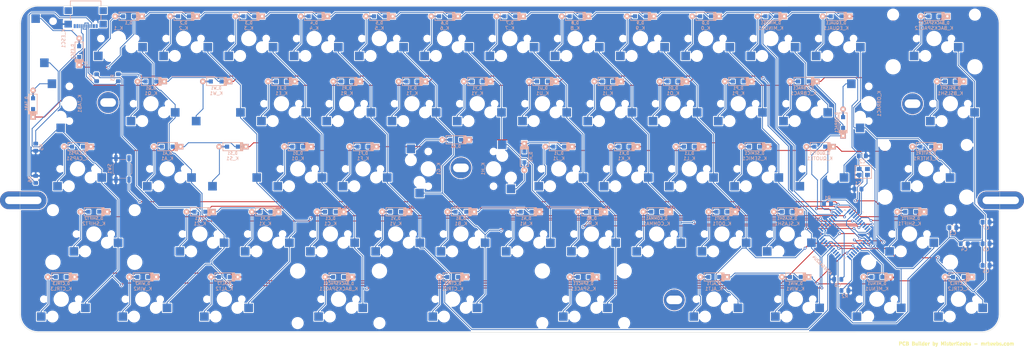
<source format=kicad_pcb>
(kicad_pcb (version 20171130) (host pcbnew "(5.1.6)-1")
  (layers (0 F.Cu signal) (31 B.Cu signal) (34 B.Paste user) (35 F.Paste user) (36 B.SilkS user) (37 F.SilkS user) (38 B.Mask user) (39 F.Mask user) (44 Edge.Cuts user))
  (net 0 "")
  (net 1 GND)
  (net 2 VCC)
  (net 3 "Net-(D_1-Pad2)")
  (net 4 "Net-(D_2-Pad2)")
  (net 5 "Net-(D_3-Pad2)")
  (net 6 "Net-(D_4-Pad2)")
  (net 7 "Net-(D_5-Pad2)")
  (net 8 "Net-(D_6-Pad2)")
  (net 9 "Net-(D_7-Pad2)")
  (net 10 "Net-(D_8-Pad2)")
  (net 11 "Net-(D_9-Pad2)")
  (net 12 "Net-(D_0-Pad2)")
  (net 13 "Net-(D_SHIFT1-Pad2)")
  (net 14 "Net-(D_BACKSPACE1-Pad2)")
  (net 15 "Net-(D_CTRL1-Pad2)")
  (net 16 "Net-(D_ALT1-Pad2)")
  (net 17 "Net-(D_WIN1-Pad2)")
  (net 18 "Net-(D_CTRL2-Pad2)")
  (net 19 "Net-(C1-Pad1)")
  (net 20 "Net-(C2-Pad1)")
  (net 21 "Net-(R1-Pad1)")
  (net 22 "Net-(R3-Pad1)")
  (net 23 "Net-(R4-Pad1)")
  (net 24 "Net-(U1-Pad1)")
  (net 25 "Net-(U1-Pad31)")
  (net 26 "Net-(U1-Pad32)")
  (net 27 "Net-(U1-Pad36)")
  (net 28 "Net-(U1-Pad37)")
  (net 29 "Net-(U1-Pad42)")
  (net 30 row0)
  (net 31 "Net-(D_A1-Pad2)")
  (net 32 row2)
  (net 33 row4)
  (net 34 "Net-(D_ALT2-Pad2)")
  (net 35 "Net-(D_B1-Pad2)")
  (net 36 row3)
  (net 37 "Net-(D_BACKSPACE2-Pad2)")
  (net 38 "Net-(D_BSLSH1-Pad2)")
  (net 39 row1)
  (net 40 "Net-(D_C1-Pad2)")
  (net 41 "Net-(D_CAPS1-Pad2)")
  (net 42 "Net-(D_CBRAC1-Pad2)")
  (net 43 "Net-(D_COMMA1-Pad2)")
  (net 44 "Net-(D_CTRL3-Pad2)")
  (net 45 "Net-(D_D1-Pad2)")
  (net 46 "Net-(D_DOT1-Pad2)")
  (net 47 "Net-(D_E1-Pad2)")
  (net 48 "Net-(D_ENTER1-Pad2)")
  (net 49 "Net-(D_EQUAL1-Pad2)")
  (net 50 "Net-(D_F1-Pad2)")
  (net 51 "Net-(D_G1-Pad2)")
  (net 52 "Net-(D_H1-Pad2)")
  (net 53 "Net-(D_I1-Pad2)")
  (net 54 "Net-(D_J1-Pad2)")
  (net 55 "Net-(D_K1-Pad2)")
  (net 56 "Net-(D_L1-Pad2)")
  (net 57 "Net-(D_M1-Pad2)")
  (net 58 "Net-(D_MENU1-Pad2)")
  (net 59 "Net-(D_MINUS1-Pad2)")
  (net 60 "Net-(D_N1-Pad2)")
  (net 61 "Net-(D_O1-Pad2)")
  (net 62 "Net-(D_OBRAC1-Pad2)")
  (net 63 "Net-(D_P1-Pad2)")
  (net 64 "Net-(D_Q1-Pad2)")
  (net 65 "Net-(D_QUOTE1-Pad2)")
  (net 66 "Net-(D_R1-Pad2)")
  (net 67 "Net-(D_S1-Pad2)")
  (net 68 "Net-(D_SEMIC1-Pad2)")
  (net 69 "Net-(D_SHIFT2-Pad2)")
  (net 70 "Net-(D_SLASH1-Pad2)")
  (net 71 "Net-(D_SPACE1-Pad2)")
  (net 72 "Net-(D_T1-Pad2)")
  (net 73 "Net-(D_TAB1-Pad2)")
  (net 74 "Net-(D_U1-Pad2)")
  (net 75 "Net-(D_V1-Pad2)")
  (net 76 "Net-(D_W1-Pad2)")
  (net 77 "Net-(D_WIN2-Pad2)")
  (net 78 "Net-(D_X1-Pad2)")
  (net 79 "Net-(D_Y1-Pad2)")
  (net 80 "Net-(D_Z1-Pad2)")
  (net 81 col10)
  (net 82 col1)
  (net 83 col2)
  (net 84 col3)
  (net 85 col4)
  (net 86 col5)
  (net 87 col6)
  (net 88 col7)
  (net 89 col8)
  (net 90 col9)
  (net 91 col0)
  (net 92 col13)
  (net 93 col11)
  (net 94 col12)
  (net 95 "Net-(J1-PadA7)")
  (net 96 "Net-(J1-PadA6)")
  (net 97 "Net-(J1-PadA5)")
  (net 98 "Net-(J1-PadB5)")
  (net 99 "Net-(U1-Pad40)")
  (net 100 "Net-(J1-PadA8)")
  (net 101 "Net-(J1-PadB8)")
  (net 102 "Net-(C8-Pad2)")
  (net 103 "Net-(D_ESC1-Pad2)")
  (net 104 "Net-(R2-Pad1)")
  (module keyboard_parts:Poker_side_edge_long (layer F.Cu) (at 144.651 195.012)
    (fp_text reference Poker_side_edge_long1 hide)
    (fp_text value VAL** hide)
    (pad "" thru_hole oval (at 0 0) (size 13.6 5.2) (drill oval 10.6 2.2) (layers *.Cu *.Mask))
  )
  (module keyboard_parts:Poker_oval_hole (layer F.Cu) (at 334.69 224.112)
    (fp_text reference Poker_oval_hole2 hide)
    (fp_text value VAL** hide)
    (pad "" thru_hole circle (at 0 0) (size 6.1 6.1) (drill oval 4.6 2.5) (layers *.Cu *.Mask))
  )
  (module "Surface Mount Type C:GCT_USB4110-GF-A" (layer B.Cu) (at 162.862 143)
    (fp_text reference J1 (at 0 12) (layer B.SilkS) (effects (justify mirror)))
    (fp_text value USB_C_Receptacle)
    (pad None np_thru_hole circle (at 2.89 0) (size 0.65 0.65) (drill 0.65) (layers *.Cu *.Mask))
    (pad None np_thru_hole circle (at -2.89 0) (size 0.65 0.65) (drill 0.65) (layers *.Cu *.Mask))
    (pad S4 smd rect (at 5.11 -3.43) (size 2.18 2) (layers B.Cu B.Paste B.Mask))
    (pad S3 smd rect (at -5.11 -3.43) (size 2.18 2) (layers B.Cu B.Paste B.Mask))
    (pad S2 smd rect (at 5.11 0.5) (size 2.18 2) (layers B.Cu B.Paste B.Mask))
    (pad S1 smd rect (at -5.11 0.5) (size 2.18 2) (layers B.Cu B.Paste B.Mask) (net 1 GND))
    (pad A7 smd rect (at 0.25 1.075) (size 0.3 1.15) (layers B.Cu B.Paste B.Mask) (net 95 "Net-(J1-PadA7)"))
    (pad A6 smd rect (at -0.25 1.075) (size 0.3 1.15) (layers B.Cu B.Paste B.Mask) (net 96 "Net-(J1-PadA6)"))
    (pad B6 smd rect (at 0.75 1.075) (size 0.3 1.15) (layers B.Cu B.Paste B.Mask) (net 96 "Net-(J1-PadA6)"))
    (pad B7 smd rect (at -0.75 1.075) (size 0.3 1.15) (layers B.Cu B.Paste B.Mask) (net 95 "Net-(J1-PadA7)"))
    (pad A8 smd rect (at 1.25 1.075) (size 0.3 1.15) (layers B.Cu B.Paste B.Mask) (net 100 "Net-(J1-PadA8)"))
    (pad A5 smd rect (at -1.25 1.075) (size 0.3 1.15) (layers B.Cu B.Paste B.Mask) (net 97 "Net-(J1-PadA5)"))
    (pad B5 smd rect (at 1.75 1.075) (size 0.3 1.15) (layers B.Cu B.Paste B.Mask) (net 98 "Net-(J1-PadB5)"))
    (pad B8 smd rect (at -1.75 1.075) (size 0.3 1.15) (layers B.Cu B.Paste B.Mask) (net 101 "Net-(J1-PadB8)"))
    (pad B1/A12 smd rect (at 3.2 1.075) (size 0.6 1.15) (layers B.Cu B.Paste B.Mask))
    (pad B4/A9 smd rect (at 2.4 1.075) (size 0.6 1.15) (layers B.Cu B.Paste B.Mask))
    (pad A4/B9 smd rect (at -2.4 1.075) (size 0.6 1.15) (layers B.Cu B.Paste B.Mask))
    (pad A1/B12 smd rect (at -3.2 1.075) (size 0.6 1.15) (layers B.Cu B.Paste B.Mask))
  )
  (module keyboard_parts:Poker_oval_hole (layer F.Cu) (at 169.41 166.412)
    (fp_text reference Poker_oval_hole1 hide)
    (fp_text value VAL** hide)
    (pad "" thru_hole circle (at 0 0) (size 6.1 6.1) (drill oval 4.6 2.5) (layers *.Cu *.Mask))
  )
  (module keyboard_parts:Poker_oval_hole (layer F.Cu) (at 272.405 185.512)
    (fp_text reference Poker_oval_hole4 hide)
    (fp_text value VAL** hide)
    (pad "" thru_hole circle (at 0 0) (size 6.1 6.1) (drill oval 4.6 2.5) (layers *.Cu *.Mask))
  )
  (module keyboard_parts:Poker_oval_hole (layer F.Cu) (at 404.24 166.762)
    (fp_text reference Poker_oval_hole3 hide)
    (fp_text value VAL** hide)
    (pad "" thru_hole circle (at 0 0) (size 6.1 6.1) (drill oval 4.6 2.5) (layers *.Cu *.Mask))
  )
  (module keyboard_parts:Poker_side_edge_long (layer F.Cu) (at 430 195.015)
    (fp_text reference Poker_side_edge_long2 hide)
    (fp_text value VAL** hide)
    (pad "" thru_hole oval (at 0 0) (size 13.6 5.2) (drill oval 10.6 2.2) (layers *.Cu *.Mask))
  )
  (module MX_ALPS_Hybrid:MXOnly-2.25U-Hotswap-ReversedStabilizers (layer F.Cu) (at 165.244 204.862 180)
    (fp_text reference K_SHIFT2)
    (fp_text value KEYSW)
    (fp_text user %R (at 0 3.048) (layer B.SilkS) (effects (justify mirror)))
    (pad "" np_thru_hole circle (at -11.938 -8.255 180) (size 3.9878 3.9878) (drill 3.9878) (layers *.Cu *.Mask))
    (pad "" np_thru_hole circle (at 11.938 -8.255 180) (size 3.9878 3.9878) (drill 3.9878) (layers *.Cu *.Mask))
    (pad "" np_thru_hole circle (at -11.938 6.985 180) (size 3.048 3.048) (drill 3.048) (layers *.Cu *.Mask))
    (pad "" np_thru_hole circle (at 11.938 6.985 180) (size 3.048 3.048) (drill 3.048) (layers *.Cu *.Mask))
    (pad 2 smd rect (at 5.842 -5.08 180) (size 2.55 2.5) (layers B.Cu B.Paste B.Mask) (net 69 "Net-(D_SHIFT2-Pad2)"))
    (pad 1 smd rect (at -7.085 -2.54 180) (size 2.55 2.5) (layers B.Cu B.Paste B.Mask) (net 91 col0))
    (pad "" np_thru_hole circle (at 5.08 0 228.0996) (size 1.75 1.75) (drill 1.75) (layers *.Cu *.Mask))
    (pad "" np_thru_hole circle (at -5.08 0 228.0996) (size 1.75 1.75) (drill 1.75) (layers *.Cu *.Mask))
    (pad "" np_thru_hole circle (at -3.81 -2.54 180) (size 3 3) (drill 3) (layers *.Cu *.Mask))
    (pad "" np_thru_hole circle (at 0 0 180) (size 3.9878 3.9878) (drill 3.9878) (layers *.Cu *.Mask))
    (pad "" np_thru_hole circle (at 2.54 -5.08 180) (size 3 3) (drill 3) (layers *.Cu *.Mask))
  )
  (module MX_ALPS_Hybrid:MXOnly-2U-Hotswap-ReversedStabilizers (layer F.Cu) (at 410.512 147.712 180)
    (fp_text reference K_BACKSPACE2)
    (fp_text value KEYSW)
    (fp_text user %R (at 0 3.048) (layer B.SilkS) (effects (justify mirror)))
    (pad "" np_thru_hole circle (at -11.938 -8.255 180) (size 3.9878 3.9878) (drill 3.9878) (layers *.Cu *.Mask))
    (pad "" np_thru_hole circle (at 11.938 -8.255 180) (size 3.9878 3.9878) (drill 3.9878) (layers *.Cu *.Mask))
    (pad "" np_thru_hole circle (at -11.938 6.985 180) (size 3.048 3.048) (drill 3.048) (layers *.Cu *.Mask))
    (pad "" np_thru_hole circle (at 11.938 6.985 180) (size 3.048 3.048) (drill 3.048) (layers *.Cu *.Mask))
    (pad 2 smd rect (at 5.842 -5.08 180) (size 2.55 2.5) (layers B.Cu B.Paste B.Mask) (net 37 "Net-(D_BACKSPACE2-Pad2)"))
    (pad 1 smd rect (at -7.085 -2.54 180) (size 2.55 2.5) (layers B.Cu B.Paste B.Mask) (net 92 col13))
    (pad "" np_thru_hole circle (at 5.08 0 228.0996) (size 1.75 1.75) (drill 1.75) (layers *.Cu *.Mask))
    (pad "" np_thru_hole circle (at -5.08 0 228.0996) (size 1.75 1.75) (drill 1.75) (layers *.Cu *.Mask))
    (pad "" np_thru_hole circle (at -3.81 -2.54 180) (size 3 3) (drill 3) (layers *.Cu *.Mask))
    (pad "" np_thru_hole circle (at 0 0 180) (size 3.9878 3.9878) (drill 3.9878) (layers *.Cu *.Mask))
    (pad "" np_thru_hole circle (at 2.54 -5.08 180) (size 3 3) (drill 3) (layers *.Cu *.Mask))
  )
  (module MX_ALPS_Hybrid:MXOnly-2.25U-Hotswap-ReversedStabilizers (layer F.Cu) (at 408.131 185.812 180)
    (fp_text reference K_ENTER1)
    (fp_text value KEYSW)
    (fp_text user %R (at 0 3.048) (layer B.SilkS) (effects (justify mirror)))
    (pad "" np_thru_hole circle (at -11.938 -8.255 180) (size 3.9878 3.9878) (drill 3.9878) (layers *.Cu *.Mask))
    (pad "" np_thru_hole circle (at 11.938 -8.255 180) (size 3.9878 3.9878) (drill 3.9878) (layers *.Cu *.Mask))
    (pad "" np_thru_hole circle (at -11.938 6.985 180) (size 3.048 3.048) (drill 3.048) (layers *.Cu *.Mask))
    (pad "" np_thru_hole circle (at 11.938 6.985 180) (size 3.048 3.048) (drill 3.048) (layers *.Cu *.Mask))
    (pad 2 smd rect (at 5.842 -5.08 180) (size 2.55 2.5) (layers B.Cu B.Paste B.Mask) (net 48 "Net-(D_ENTER1-Pad2)"))
    (pad 1 smd rect (at -7.085 -2.54 180) (size 2.55 2.5) (layers B.Cu B.Paste B.Mask) (net 94 col12))
    (pad "" np_thru_hole circle (at 5.08 0 228.0996) (size 1.75 1.75) (drill 1.75) (layers *.Cu *.Mask))
    (pad "" np_thru_hole circle (at -5.08 0 228.0996) (size 1.75 1.75) (drill 1.75) (layers *.Cu *.Mask))
    (pad "" np_thru_hole circle (at -3.81 -2.54 180) (size 3 3) (drill 3) (layers *.Cu *.Mask))
    (pad "" np_thru_hole circle (at 0 0 180) (size 3.9878 3.9878) (drill 3.9878) (layers *.Cu *.Mask))
    (pad "" np_thru_hole circle (at 2.54 -5.08 180) (size 3 3) (drill 3) (layers *.Cu *.Mask))
  )
  (module MX_ALPS_Hybrid:MXOnly-2.75U-Hotswap-ReversedStabilizers (layer F.Cu) (at 403.369 204.862 180)
    (fp_text reference K_SHIFT1)
    (fp_text value KEYSW)
    (fp_text user %R (at 0 3.048) (layer B.SilkS) (effects (justify mirror)))
    (pad "" np_thru_hole circle (at -11.938 -8.255 180) (size 3.9878 3.9878) (drill 3.9878) (layers *.Cu *.Mask))
    (pad "" np_thru_hole circle (at 11.938 -8.255 180) (size 3.9878 3.9878) (drill 3.9878) (layers *.Cu *.Mask))
    (pad "" np_thru_hole circle (at -11.938 6.985 180) (size 3.048 3.048) (drill 3.048) (layers *.Cu *.Mask))
    (pad "" np_thru_hole circle (at 11.938 6.985 180) (size 3.048 3.048) (drill 3.048) (layers *.Cu *.Mask))
    (pad 2 smd rect (at 5.842 -5.08 180) (size 2.55 2.5) (layers B.Cu B.Paste B.Mask) (net 13 "Net-(D_SHIFT1-Pad2)"))
    (pad 1 smd rect (at -7.085 -2.54 180) (size 2.55 2.5) (layers B.Cu B.Paste B.Mask) (net 93 col11))
    (pad "" np_thru_hole circle (at 5.08 0 228.0996) (size 1.75 1.75) (drill 1.75) (layers *.Cu *.Mask))
    (pad "" np_thru_hole circle (at -5.08 0 228.0996) (size 1.75 1.75) (drill 1.75) (layers *.Cu *.Mask))
    (pad "" np_thru_hole circle (at -3.81 -2.54 180) (size 3 3) (drill 3) (layers *.Cu *.Mask))
    (pad "" np_thru_hole circle (at 0 0 180) (size 3.9878 3.9878) (drill 3.9878) (layers *.Cu *.Mask))
    (pad "" np_thru_hole circle (at 2.54 -5.08 180) (size 3 3) (drill 3) (layers *.Cu *.Mask))
  )
  (module MX_ALPS_Hybrid:MXOnly-2.25U-Hotswap (layer F.Cu) (at 236.681 223.912 180)
    (fp_text reference K_BACKSPACE1)
    (fp_text value KEYSW)
    (fp_text user %R (at 0 3.048) (layer B.SilkS) (effects (justify mirror)))
    (pad "" np_thru_hole circle (at -11.938 8.255 180) (size 3.9878 3.9878) (drill 3.9878) (layers *.Cu *.Mask))
    (pad "" np_thru_hole circle (at 11.938 8.255 180) (size 3.9878 3.9878) (drill 3.9878) (layers *.Cu *.Mask))
    (pad "" np_thru_hole circle (at -11.938 -6.985 180) (size 3.048 3.048) (drill 3.048) (layers *.Cu *.Mask))
    (pad "" np_thru_hole circle (at 11.938 -6.985 180) (size 3.048 3.048) (drill 3.048) (layers *.Cu *.Mask))
    (pad 2 smd rect (at 5.842 -5.08 180) (size 2.55 2.5) (layers B.Cu B.Paste B.Mask) (net 14 "Net-(D_BACKSPACE1-Pad2)"))
    (pad 1 smd rect (at -7.085 -2.54 180) (size 2.55 2.5) (layers B.Cu B.Paste B.Mask) (net 84 col3))
    (pad "" np_thru_hole circle (at 5.08 0 228.0996) (size 1.75 1.75) (drill 1.75) (layers *.Cu *.Mask))
    (pad "" np_thru_hole circle (at -5.08 0 228.0996) (size 1.75 1.75) (drill 1.75) (layers *.Cu *.Mask))
    (pad "" np_thru_hole circle (at -3.81 -2.54 180) (size 3 3) (drill 3) (layers *.Cu *.Mask))
    (pad "" np_thru_hole circle (at 0 0 180) (size 3.9878 3.9878) (drill 3.9878) (layers *.Cu *.Mask))
    (pad "" np_thru_hole circle (at 2.54 -5.08 180) (size 3 3) (drill 3) (layers *.Cu *.Mask))
  )
  (module MX_ALPS_Hybrid:MXOnly-2.75U-Hotswap (layer F.Cu) (at 308.119 223.912 180)
    (fp_text reference K_SPACE1)
    (fp_text value KEYSW)
    (fp_text user %R (at 0 3.048) (layer B.SilkS) (effects (justify mirror)))
    (pad "" np_thru_hole circle (at 2.54 -5.08 180) (size 3 3) (drill 3) (layers *.Cu *.Mask))
    (pad "" np_thru_hole circle (at 0 0 180) (size 3.9878 3.9878) (drill 3.9878) (layers *.Cu *.Mask))
    (pad "" np_thru_hole circle (at -3.81 -2.54 180) (size 3 3) (drill 3) (layers *.Cu *.Mask))
    (pad "" np_thru_hole circle (at -5.08 0 228.0996) (size 1.75 1.75) (drill 1.75) (layers *.Cu *.Mask))
    (pad "" np_thru_hole circle (at 5.08 0 228.0996) (size 1.75 1.75) (drill 1.75) (layers *.Cu *.Mask))
    (pad 1 smd rect (at -7.085 -2.54 180) (size 2.55 2.5) (layers B.Cu B.Paste B.Mask) (net 88 col7))
    (pad 2 smd rect (at 5.842 -5.08 180) (size 2.55 2.5) (layers B.Cu B.Paste B.Mask) (net 71 "Net-(D_SPACE1-Pad2)"))
    (pad "" np_thru_hole circle (at 11.938 -6.985 180) (size 3.048 3.048) (drill 3.048) (layers *.Cu *.Mask))
    (pad "" np_thru_hole circle (at -11.938 -6.985 180) (size 3.048 3.048) (drill 3.048) (layers *.Cu *.Mask))
    (pad "" np_thru_hole circle (at 11.938 8.255 180) (size 3.9878 3.9878) (drill 3.9878) (layers *.Cu *.Mask))
    (pad "" np_thru_hole circle (at -11.938 8.255 180) (size 3.9878 3.9878) (drill 3.9878) (layers *.Cu *.Mask))
  )
  (module MX_ALPS_Hybrid:MXOnly-1.25U-Hotswap (layer F.Cu) (at 417.656 223.912 180)
    (fp_text reference K_CTRL2)
    (fp_text value KEYSW)
    (fp_text user %R (at 0 3.048) (layer B.SilkS) (effects (justify mirror)))
    (pad 2 smd rect (at 5.842 -5.08 180) (size 2.55 2.5) (layers B.Cu B.Paste B.Mask) (net 18 "Net-(D_CTRL2-Pad2)"))
    (pad 1 smd rect (at -7.085 -2.54 180) (size 2.55 2.5) (layers B.Cu B.Paste B.Mask) (net 92 col13))
    (pad "" np_thru_hole circle (at 5.08 0 228.0996) (size 1.75 1.75) (drill 1.75) (layers *.Cu *.Mask))
    (pad "" np_thru_hole circle (at -5.08 0 228.0996) (size 1.75 1.75) (drill 1.75) (layers *.Cu *.Mask))
    (pad "" np_thru_hole circle (at -3.81 -2.54 180) (size 3 3) (drill 3) (layers *.Cu *.Mask))
    (pad "" np_thru_hole circle (at 0 0 180) (size 3.9878 3.9878) (drill 3.9878) (layers *.Cu *.Mask))
    (pad "" np_thru_hole circle (at 2.54 -5.08 180) (size 3 3) (drill 3) (layers *.Cu *.Mask))
  )
  (module MX_ALPS_Hybrid:MXOnly-1.75U-Hotswap (layer F.Cu) (at 160.481 185.812 180)
    (fp_text reference K_CAPS1)
    (fp_text value KEYSW)
    (fp_text user %R (at 0 3.048) (layer B.SilkS) (effects (justify mirror)))
    (pad 2 smd rect (at 5.842 -5.08 180) (size 2.55 2.5) (layers B.Cu B.Paste B.Mask) (net 41 "Net-(D_CAPS1-Pad2)"))
    (pad 1 smd rect (at -7.085 -2.54 180) (size 2.55 2.5) (layers B.Cu B.Paste B.Mask) (net 91 col0))
    (pad "" np_thru_hole circle (at 5.08 0 228.0996) (size 1.75 1.75) (drill 1.75) (layers *.Cu *.Mask))
    (pad "" np_thru_hole circle (at -5.08 0 228.0996) (size 1.75 1.75) (drill 1.75) (layers *.Cu *.Mask))
    (pad "" np_thru_hole circle (at -3.81 -2.54 180) (size 3 3) (drill 3) (layers *.Cu *.Mask))
    (pad "" np_thru_hole circle (at 0 0 180) (size 3.9878 3.9878) (drill 3.9878) (layers *.Cu *.Mask))
    (pad "" np_thru_hole circle (at 2.54 -5.08 180) (size 3 3) (drill 3) (layers *.Cu *.Mask))
  )
  (module MX_ALPS_Hybrid:MXOnly-1.5U-Hotswap (layer F.Cu) (at 415.275 166.762 180)
    (fp_text reference K_BSLSH1)
    (fp_text value KEYSW)
    (fp_text user %R (at 0 3.048) (layer B.SilkS) (effects (justify mirror)))
    (pad 2 smd rect (at 5.842 -5.08 180) (size 2.55 2.5) (layers B.Cu B.Paste B.Mask) (net 38 "Net-(D_BSLSH1-Pad2)"))
    (pad 1 smd rect (at -7.085 -2.54 180) (size 2.55 2.5) (layers B.Cu B.Paste B.Mask) (net 92 col13))
    (pad "" np_thru_hole circle (at 5.08 0 228.0996) (size 1.75 1.75) (drill 1.75) (layers *.Cu *.Mask))
    (pad "" np_thru_hole circle (at -5.08 0 228.0996) (size 1.75 1.75) (drill 1.75) (layers *.Cu *.Mask))
    (pad "" np_thru_hole circle (at -3.81 -2.54 180) (size 3 3) (drill 3) (layers *.Cu *.Mask))
    (pad "" np_thru_hole circle (at 0 0 180) (size 3.9878 3.9878) (drill 3.9878) (layers *.Cu *.Mask))
    (pad "" np_thru_hole circle (at 2.54 -5.08 180) (size 3 3) (drill 3) (layers *.Cu *.Mask))
  )
  (module MX_ALPS_Hybrid:MXOnly-1U-Hotswap (layer F.Cu) (at 153.338 147.712 90)
    (fp_text reference K_ESC1)
    (fp_text value KEYSW)
    (fp_text user %R (at 0 3.048 90) (layer B.SilkS) (effects (justify mirror)))
    (pad 2 smd rect (at 5.842 -5.08 90) (size 2.55 2.5) (layers B.Cu B.Paste B.Mask) (net 103 "Net-(D_ESC1-Pad2)"))
    (pad 1 smd rect (at -7.085 -2.54 90) (size 2.55 2.5) (layers B.Cu B.Paste B.Mask) (net 91 col0))
    (pad "" np_thru_hole circle (at 5.08 0 138.0996) (size 1.75 1.75) (drill 1.75) (layers *.Cu *.Mask))
    (pad "" np_thru_hole circle (at -5.08 0 138.0996) (size 1.75 1.75) (drill 1.75) (layers *.Cu *.Mask))
    (pad "" np_thru_hole circle (at -3.81 -2.54 90) (size 3 3) (drill 3) (layers *.Cu *.Mask))
    (pad "" np_thru_hole circle (at 0 0 90) (size 3.9878 3.9878) (drill 3.9878) (layers *.Cu *.Mask))
    (pad "" np_thru_hole circle (at 2.54 -5.08 90) (size 3 3) (drill 3) (layers *.Cu *.Mask))
  )
  (module MX_ALPS_Hybrid:MXOnly-1U-Hotswap (layer F.Cu) (at 172.388 147.712 180)
    (fp_text reference K_1)
    (fp_text value KEYSW)
    (fp_text user %R (at 0 3.048) (layer B.SilkS) (effects (justify mirror)))
    (pad 2 smd rect (at 5.842 -5.08 180) (size 2.55 2.5) (layers B.Cu B.Paste B.Mask) (net 3 "Net-(D_1-Pad2)"))
    (pad 1 smd rect (at -7.085 -2.54 180) (size 2.55 2.5) (layers B.Cu B.Paste B.Mask) (net 82 col1))
    (pad "" np_thru_hole circle (at 5.08 0 228.0996) (size 1.75 1.75) (drill 1.75) (layers *.Cu *.Mask))
    (pad "" np_thru_hole circle (at -5.08 0 228.0996) (size 1.75 1.75) (drill 1.75) (layers *.Cu *.Mask))
    (pad "" np_thru_hole circle (at -3.81 -2.54 180) (size 3 3) (drill 3) (layers *.Cu *.Mask))
    (pad "" np_thru_hole circle (at 0 0 180) (size 3.9878 3.9878) (drill 3.9878) (layers *.Cu *.Mask))
    (pad "" np_thru_hole circle (at 2.54 -5.08 180) (size 3 3) (drill 3) (layers *.Cu *.Mask))
  )
  (module MX_ALPS_Hybrid:MXOnly-1U-Hotswap (layer F.Cu) (at 191.438 147.712 180)
    (fp_text reference K_2)
    (fp_text value KEYSW)
    (fp_text user %R (at 0 3.048) (layer B.SilkS) (effects (justify mirror)))
    (pad 2 smd rect (at 5.842 -5.08 180) (size 2.55 2.5) (layers B.Cu B.Paste B.Mask) (net 4 "Net-(D_2-Pad2)"))
    (pad 1 smd rect (at -7.085 -2.54 180) (size 2.55 2.5) (layers B.Cu B.Paste B.Mask) (net 83 col2))
    (pad "" np_thru_hole circle (at 5.08 0 228.0996) (size 1.75 1.75) (drill 1.75) (layers *.Cu *.Mask))
    (pad "" np_thru_hole circle (at -5.08 0 228.0996) (size 1.75 1.75) (drill 1.75) (layers *.Cu *.Mask))
    (pad "" np_thru_hole circle (at -3.81 -2.54 180) (size 3 3) (drill 3) (layers *.Cu *.Mask))
    (pad "" np_thru_hole circle (at 0 0 180) (size 3.9878 3.9878) (drill 3.9878) (layers *.Cu *.Mask))
    (pad "" np_thru_hole circle (at 2.54 -5.08 180) (size 3 3) (drill 3) (layers *.Cu *.Mask))
  )
  (module MX_ALPS_Hybrid:MXOnly-1U-Hotswap (layer F.Cu) (at 210.488 147.712 180)
    (fp_text reference K_3)
    (fp_text value KEYSW)
    (fp_text user %R (at 0 3.048) (layer B.SilkS) (effects (justify mirror)))
    (pad 2 smd rect (at 5.842 -5.08 180) (size 2.55 2.5) (layers B.Cu B.Paste B.Mask) (net 5 "Net-(D_3-Pad2)"))
    (pad 1 smd rect (at -7.085 -2.54 180) (size 2.55 2.5) (layers B.Cu B.Paste B.Mask) (net 84 col3))
    (pad "" np_thru_hole circle (at 5.08 0 228.0996) (size 1.75 1.75) (drill 1.75) (layers *.Cu *.Mask))
    (pad "" np_thru_hole circle (at -5.08 0 228.0996) (size 1.75 1.75) (drill 1.75) (layers *.Cu *.Mask))
    (pad "" np_thru_hole circle (at -3.81 -2.54 180) (size 3 3) (drill 3) (layers *.Cu *.Mask))
    (pad "" np_thru_hole circle (at 0 0 180) (size 3.9878 3.9878) (drill 3.9878) (layers *.Cu *.Mask))
    (pad "" np_thru_hole circle (at 2.54 -5.08 180) (size 3 3) (drill 3) (layers *.Cu *.Mask))
  )
  (module MX_ALPS_Hybrid:MXOnly-1U-Hotswap (layer F.Cu) (at 229.538 147.712 180)
    (fp_text reference K_4)
    (fp_text value KEYSW)
    (fp_text user %R (at 0 3.048) (layer B.SilkS) (effects (justify mirror)))
    (pad 2 smd rect (at 5.842 -5.08 180) (size 2.55 2.5) (layers B.Cu B.Paste B.Mask) (net 6 "Net-(D_4-Pad2)"))
    (pad 1 smd rect (at -7.085 -2.54 180) (size 2.55 2.5) (layers B.Cu B.Paste B.Mask) (net 85 col4))
    (pad "" np_thru_hole circle (at 5.08 0 228.0996) (size 1.75 1.75) (drill 1.75) (layers *.Cu *.Mask))
    (pad "" np_thru_hole circle (at -5.08 0 228.0996) (size 1.75 1.75) (drill 1.75) (layers *.Cu *.Mask))
    (pad "" np_thru_hole circle (at -3.81 -2.54 180) (size 3 3) (drill 3) (layers *.Cu *.Mask))
    (pad "" np_thru_hole circle (at 0 0 180) (size 3.9878 3.9878) (drill 3.9878) (layers *.Cu *.Mask))
    (pad "" np_thru_hole circle (at 2.54 -5.08 180) (size 3 3) (drill 3) (layers *.Cu *.Mask))
  )
  (module MX_ALPS_Hybrid:MXOnly-1U-Hotswap (layer F.Cu) (at 248.588 147.712 180)
    (fp_text reference K_5)
    (fp_text value KEYSW)
    (fp_text user %R (at 0 3.048) (layer B.SilkS) (effects (justify mirror)))
    (pad 2 smd rect (at 5.842 -5.08 180) (size 2.55 2.5) (layers B.Cu B.Paste B.Mask) (net 7 "Net-(D_5-Pad2)"))
    (pad 1 smd rect (at -7.085 -2.54 180) (size 2.55 2.5) (layers B.Cu B.Paste B.Mask) (net 86 col5))
    (pad "" np_thru_hole circle (at 5.08 0 228.0996) (size 1.75 1.75) (drill 1.75) (layers *.Cu *.Mask))
    (pad "" np_thru_hole circle (at -5.08 0 228.0996) (size 1.75 1.75) (drill 1.75) (layers *.Cu *.Mask))
    (pad "" np_thru_hole circle (at -3.81 -2.54 180) (size 3 3) (drill 3) (layers *.Cu *.Mask))
    (pad "" np_thru_hole circle (at 0 0 180) (size 3.9878 3.9878) (drill 3.9878) (layers *.Cu *.Mask))
    (pad "" np_thru_hole circle (at 2.54 -5.08 180) (size 3 3) (drill 3) (layers *.Cu *.Mask))
  )
  (module MX_ALPS_Hybrid:MXOnly-1U-Hotswap (layer F.Cu) (at 267.638 147.712 180)
    (fp_text reference K_6)
    (fp_text value KEYSW)
    (fp_text user %R (at 0 3.048) (layer B.SilkS) (effects (justify mirror)))
    (pad 2 smd rect (at 5.842 -5.08 180) (size 2.55 2.5) (layers B.Cu B.Paste B.Mask) (net 8 "Net-(D_6-Pad2)"))
    (pad 1 smd rect (at -7.085 -2.54 180) (size 2.55 2.5) (layers B.Cu B.Paste B.Mask) (net 87 col6))
    (pad "" np_thru_hole circle (at 5.08 0 228.0996) (size 1.75 1.75) (drill 1.75) (layers *.Cu *.Mask))
    (pad "" np_thru_hole circle (at -5.08 0 228.0996) (size 1.75 1.75) (drill 1.75) (layers *.Cu *.Mask))
    (pad "" np_thru_hole circle (at -3.81 -2.54 180) (size 3 3) (drill 3) (layers *.Cu *.Mask))
    (pad "" np_thru_hole circle (at 0 0 180) (size 3.9878 3.9878) (drill 3.9878) (layers *.Cu *.Mask))
    (pad "" np_thru_hole circle (at 2.54 -5.08 180) (size 3 3) (drill 3) (layers *.Cu *.Mask))
  )
  (module MX_ALPS_Hybrid:MXOnly-1U-Hotswap (layer F.Cu) (at 286.688 147.712 180)
    (fp_text reference K_7)
    (fp_text value KEYSW)
    (fp_text user %R (at 0 3.048) (layer B.SilkS) (effects (justify mirror)))
    (pad 2 smd rect (at 5.842 -5.08 180) (size 2.55 2.5) (layers B.Cu B.Paste B.Mask) (net 9 "Net-(D_7-Pad2)"))
    (pad 1 smd rect (at -7.085 -2.54 180) (size 2.55 2.5) (layers B.Cu B.Paste B.Mask) (net 88 col7))
    (pad "" np_thru_hole circle (at 5.08 0 228.0996) (size 1.75 1.75) (drill 1.75) (layers *.Cu *.Mask))
    (pad "" np_thru_hole circle (at -5.08 0 228.0996) (size 1.75 1.75) (drill 1.75) (layers *.Cu *.Mask))
    (pad "" np_thru_hole circle (at -3.81 -2.54 180) (size 3 3) (drill 3) (layers *.Cu *.Mask))
    (pad "" np_thru_hole circle (at 0 0 180) (size 3.9878 3.9878) (drill 3.9878) (layers *.Cu *.Mask))
    (pad "" np_thru_hole circle (at 2.54 -5.08 180) (size 3 3) (drill 3) (layers *.Cu *.Mask))
  )
  (module MX_ALPS_Hybrid:MXOnly-1U-Hotswap (layer F.Cu) (at 305.738 147.712 180)
    (fp_text reference K_8)
    (fp_text value KEYSW)
    (fp_text user %R (at 0 3.048) (layer B.SilkS) (effects (justify mirror)))
    (pad 2 smd rect (at 5.842 -5.08 180) (size 2.55 2.5) (layers B.Cu B.Paste B.Mask) (net 10 "Net-(D_8-Pad2)"))
    (pad 1 smd rect (at -7.085 -2.54 180) (size 2.55 2.5) (layers B.Cu B.Paste B.Mask) (net 89 col8))
    (pad "" np_thru_hole circle (at 5.08 0 228.0996) (size 1.75 1.75) (drill 1.75) (layers *.Cu *.Mask))
    (pad "" np_thru_hole circle (at -5.08 0 228.0996) (size 1.75 1.75) (drill 1.75) (layers *.Cu *.Mask))
    (pad "" np_thru_hole circle (at -3.81 -2.54 180) (size 3 3) (drill 3) (layers *.Cu *.Mask))
    (pad "" np_thru_hole circle (at 0 0 180) (size 3.9878 3.9878) (drill 3.9878) (layers *.Cu *.Mask))
    (pad "" np_thru_hole circle (at 2.54 -5.08 180) (size 3 3) (drill 3) (layers *.Cu *.Mask))
  )
  (module MX_ALPS_Hybrid:MXOnly-1U-Hotswap (layer F.Cu) (at 324.788 147.712 180)
    (fp_text reference K_9)
    (fp_text value KEYSW)
    (fp_text user %R (at 0 3.048) (layer B.SilkS) (effects (justify mirror)))
    (pad 2 smd rect (at 5.842 -5.08 180) (size 2.55 2.5) (layers B.Cu B.Paste B.Mask) (net 11 "Net-(D_9-Pad2)"))
    (pad 1 smd rect (at -7.085 -2.54 180) (size 2.55 2.5) (layers B.Cu B.Paste B.Mask) (net 90 col9))
    (pad "" np_thru_hole circle (at 5.08 0 228.0996) (size 1.75 1.75) (drill 1.75) (layers *.Cu *.Mask))
    (pad "" np_thru_hole circle (at -5.08 0 228.0996) (size 1.75 1.75) (drill 1.75) (layers *.Cu *.Mask))
    (pad "" np_thru_hole circle (at -3.81 -2.54 180) (size 3 3) (drill 3) (layers *.Cu *.Mask))
    (pad "" np_thru_hole circle (at 0 0 180) (size 3.9878 3.9878) (drill 3.9878) (layers *.Cu *.Mask))
    (pad "" np_thru_hole circle (at 2.54 -5.08 180) (size 3 3) (drill 3) (layers *.Cu *.Mask))
  )
  (module MX_ALPS_Hybrid:MXOnly-1U-Hotswap (layer F.Cu) (at 343.838 147.712 180)
    (fp_text reference K_0)
    (fp_text value KEYSW)
    (fp_text user %R (at 0 3.048) (layer B.SilkS) (effects (justify mirror)))
    (pad 2 smd rect (at 5.842 -5.08 180) (size 2.55 2.5) (layers B.Cu B.Paste B.Mask) (net 12 "Net-(D_0-Pad2)"))
    (pad 1 smd rect (at -7.085 -2.54 180) (size 2.55 2.5) (layers B.Cu B.Paste B.Mask) (net 81 col10))
    (pad "" np_thru_hole circle (at 5.08 0 228.0996) (size 1.75 1.75) (drill 1.75) (layers *.Cu *.Mask))
    (pad "" np_thru_hole circle (at -5.08 0 228.0996) (size 1.75 1.75) (drill 1.75) (layers *.Cu *.Mask))
    (pad "" np_thru_hole circle (at -3.81 -2.54 180) (size 3 3) (drill 3) (layers *.Cu *.Mask))
    (pad "" np_thru_hole circle (at 0 0 180) (size 3.9878 3.9878) (drill 3.9878) (layers *.Cu *.Mask))
    (pad "" np_thru_hole circle (at 2.54 -5.08 180) (size 3 3) (drill 3) (layers *.Cu *.Mask))
  )
  (module MX_ALPS_Hybrid:MXOnly-1U-Hotswap (layer F.Cu) (at 362.888 147.712 180)
    (fp_text reference K_MINUS1)
    (fp_text value KEYSW)
    (fp_text user %R (at 0 3.048) (layer B.SilkS) (effects (justify mirror)))
    (pad 2 smd rect (at 5.842 -5.08 180) (size 2.55 2.5) (layers B.Cu B.Paste B.Mask) (net 59 "Net-(D_MINUS1-Pad2)"))
    (pad 1 smd rect (at -7.085 -2.54 180) (size 2.55 2.5) (layers B.Cu B.Paste B.Mask) (net 93 col11))
    (pad "" np_thru_hole circle (at 5.08 0 228.0996) (size 1.75 1.75) (drill 1.75) (layers *.Cu *.Mask))
    (pad "" np_thru_hole circle (at -5.08 0 228.0996) (size 1.75 1.75) (drill 1.75) (layers *.Cu *.Mask))
    (pad "" np_thru_hole circle (at -3.81 -2.54 180) (size 3 3) (drill 3) (layers *.Cu *.Mask))
    (pad "" np_thru_hole circle (at 0 0 180) (size 3.9878 3.9878) (drill 3.9878) (layers *.Cu *.Mask))
    (pad "" np_thru_hole circle (at 2.54 -5.08 180) (size 3 3) (drill 3) (layers *.Cu *.Mask))
  )
  (module MX_ALPS_Hybrid:MXOnly-1U-Hotswap (layer F.Cu) (at 381.938 147.712 180)
    (fp_text reference K_EQUAL1)
    (fp_text value KEYSW)
    (fp_text user %R (at 0 3.048) (layer B.SilkS) (effects (justify mirror)))
    (pad 2 smd rect (at 5.842 -5.08 180) (size 2.55 2.5) (layers B.Cu B.Paste B.Mask) (net 49 "Net-(D_EQUAL1-Pad2)"))
    (pad 1 smd rect (at -7.085 -2.54 180) (size 2.55 2.5) (layers B.Cu B.Paste B.Mask) (net 94 col12))
    (pad "" np_thru_hole circle (at 5.08 0 228.0996) (size 1.75 1.75) (drill 1.75) (layers *.Cu *.Mask))
    (pad "" np_thru_hole circle (at -5.08 0 228.0996) (size 1.75 1.75) (drill 1.75) (layers *.Cu *.Mask))
    (pad "" np_thru_hole circle (at -3.81 -2.54 180) (size 3 3) (drill 3) (layers *.Cu *.Mask))
    (pad "" np_thru_hole circle (at 0 0 180) (size 3.9878 3.9878) (drill 3.9878) (layers *.Cu *.Mask))
    (pad "" np_thru_hole circle (at 2.54 -5.08 180) (size 3 3) (drill 3) (layers *.Cu *.Mask))
  )
  (module MX_ALPS_Hybrid:MXOnly-1U-Hotswap (layer F.Cu) (at 181.912 166.762 180)
    (fp_text reference K_Q1)
    (fp_text value KEYSW)
    (fp_text user %R (at 0 3.048) (layer B.SilkS) (effects (justify mirror)))
    (pad 2 smd rect (at 5.842 -5.08 180) (size 2.55 2.5) (layers B.Cu B.Paste B.Mask) (net 64 "Net-(D_Q1-Pad2)"))
    (pad 1 smd rect (at -7.085 -2.54 180) (size 2.55 2.5) (layers B.Cu B.Paste B.Mask) (net 82 col1))
    (pad "" np_thru_hole circle (at 5.08 0 228.0996) (size 1.75 1.75) (drill 1.75) (layers *.Cu *.Mask))
    (pad "" np_thru_hole circle (at -5.08 0 228.0996) (size 1.75 1.75) (drill 1.75) (layers *.Cu *.Mask))
    (pad "" np_thru_hole circle (at -3.81 -2.54 180) (size 3 3) (drill 3) (layers *.Cu *.Mask))
    (pad "" np_thru_hole circle (at 0 0 180) (size 3.9878 3.9878) (drill 3.9878) (layers *.Cu *.Mask))
    (pad "" np_thru_hole circle (at 2.54 -5.08 180) (size 3 3) (drill 3) (layers *.Cu *.Mask))
  )
  (module MX_ALPS_Hybrid:MXOnly-1U-Hotswap (layer F.Cu) (at 200.962 166.762 180)
    (fp_text reference K_W1)
    (fp_text value KEYSW)
    (fp_text user %R (at 0 3.048) (layer B.SilkS) (effects (justify mirror)))
    (pad 2 smd rect (at 5.842 -5.08 180) (size 2.55 2.5) (layers B.Cu B.Paste B.Mask) (net 76 "Net-(D_W1-Pad2)"))
    (pad 1 smd rect (at -7.085 -2.54 180) (size 2.55 2.5) (layers B.Cu B.Paste B.Mask) (net 83 col2))
    (pad "" np_thru_hole circle (at 5.08 0 228.0996) (size 1.75 1.75) (drill 1.75) (layers *.Cu *.Mask))
    (pad "" np_thru_hole circle (at -5.08 0 228.0996) (size 1.75 1.75) (drill 1.75) (layers *.Cu *.Mask))
    (pad "" np_thru_hole circle (at -3.81 -2.54 180) (size 3 3) (drill 3) (layers *.Cu *.Mask))
    (pad "" np_thru_hole circle (at 0 0 180) (size 3.9878 3.9878) (drill 3.9878) (layers *.Cu *.Mask))
    (pad "" np_thru_hole circle (at 2.54 -5.08 180) (size 3 3) (drill 3) (layers *.Cu *.Mask))
  )
  (module MX_ALPS_Hybrid:MXOnly-1U-Hotswap (layer F.Cu) (at 220.012 166.762 180)
    (fp_text reference K_E1)
    (fp_text value KEYSW)
    (fp_text user %R (at 0 3.048) (layer B.SilkS) (effects (justify mirror)))
    (pad 2 smd rect (at 5.842 -5.08 180) (size 2.55 2.5) (layers B.Cu B.Paste B.Mask) (net 47 "Net-(D_E1-Pad2)"))
    (pad 1 smd rect (at -7.085 -2.54 180) (size 2.55 2.5) (layers B.Cu B.Paste B.Mask) (net 84 col3))
    (pad "" np_thru_hole circle (at 5.08 0 228.0996) (size 1.75 1.75) (drill 1.75) (layers *.Cu *.Mask))
    (pad "" np_thru_hole circle (at -5.08 0 228.0996) (size 1.75 1.75) (drill 1.75) (layers *.Cu *.Mask))
    (pad "" np_thru_hole circle (at -3.81 -2.54 180) (size 3 3) (drill 3) (layers *.Cu *.Mask))
    (pad "" np_thru_hole circle (at 0 0 180) (size 3.9878 3.9878) (drill 3.9878) (layers *.Cu *.Mask))
    (pad "" np_thru_hole circle (at 2.54 -5.08 180) (size 3 3) (drill 3) (layers *.Cu *.Mask))
  )
  (module MX_ALPS_Hybrid:MXOnly-1U-Hotswap (layer F.Cu) (at 239.062 166.762 180)
    (fp_text reference K_R1)
    (fp_text value KEYSW)
    (fp_text user %R (at 0 3.048) (layer B.SilkS) (effects (justify mirror)))
    (pad 2 smd rect (at 5.842 -5.08 180) (size 2.55 2.5) (layers B.Cu B.Paste B.Mask) (net 66 "Net-(D_R1-Pad2)"))
    (pad 1 smd rect (at -7.085 -2.54 180) (size 2.55 2.5) (layers B.Cu B.Paste B.Mask) (net 85 col4))
    (pad "" np_thru_hole circle (at 5.08 0 228.0996) (size 1.75 1.75) (drill 1.75) (layers *.Cu *.Mask))
    (pad "" np_thru_hole circle (at -5.08 0 228.0996) (size 1.75 1.75) (drill 1.75) (layers *.Cu *.Mask))
    (pad "" np_thru_hole circle (at -3.81 -2.54 180) (size 3 3) (drill 3) (layers *.Cu *.Mask))
    (pad "" np_thru_hole circle (at 0 0 180) (size 3.9878 3.9878) (drill 3.9878) (layers *.Cu *.Mask))
    (pad "" np_thru_hole circle (at 2.54 -5.08 180) (size 3 3) (drill 3) (layers *.Cu *.Mask))
  )
  (module MX_ALPS_Hybrid:MXOnly-1U-Hotswap (layer F.Cu) (at 258.112 166.762 180)
    (fp_text reference K_T1)
    (fp_text value KEYSW)
    (fp_text user %R (at 0 3.048) (layer B.SilkS) (effects (justify mirror)))
    (pad 2 smd rect (at 5.842 -5.08 180) (size 2.55 2.5) (layers B.Cu B.Paste B.Mask) (net 72 "Net-(D_T1-Pad2)"))
    (pad 1 smd rect (at -7.085 -2.54 180) (size 2.55 2.5) (layers B.Cu B.Paste B.Mask) (net 86 col5))
    (pad "" np_thru_hole circle (at 5.08 0 228.0996) (size 1.75 1.75) (drill 1.75) (layers *.Cu *.Mask))
    (pad "" np_thru_hole circle (at -5.08 0 228.0996) (size 1.75 1.75) (drill 1.75) (layers *.Cu *.Mask))
    (pad "" np_thru_hole circle (at -3.81 -2.54 180) (size 3 3) (drill 3) (layers *.Cu *.Mask))
    (pad "" np_thru_hole circle (at 0 0 180) (size 3.9878 3.9878) (drill 3.9878) (layers *.Cu *.Mask))
    (pad "" np_thru_hole circle (at 2.54 -5.08 180) (size 3 3) (drill 3) (layers *.Cu *.Mask))
  )
  (module MX_ALPS_Hybrid:MXOnly-1U-Hotswap (layer F.Cu) (at 277.162 166.762 180)
    (fp_text reference K_Y1)
    (fp_text value KEYSW)
    (fp_text user %R (at 0 3.048) (layer B.SilkS) (effects (justify mirror)))
    (pad 2 smd rect (at 5.842 -5.08 180) (size 2.55 2.5) (layers B.Cu B.Paste B.Mask) (net 79 "Net-(D_Y1-Pad2)"))
    (pad 1 smd rect (at -7.085 -2.54 180) (size 2.55 2.5) (layers B.Cu B.Paste B.Mask) (net 87 col6))
    (pad "" np_thru_hole circle (at 5.08 0 228.0996) (size 1.75 1.75) (drill 1.75) (layers *.Cu *.Mask))
    (pad "" np_thru_hole circle (at -5.08 0 228.0996) (size 1.75 1.75) (drill 1.75) (layers *.Cu *.Mask))
    (pad "" np_thru_hole circle (at -3.81 -2.54 180) (size 3 3) (drill 3) (layers *.Cu *.Mask))
    (pad "" np_thru_hole circle (at 0 0 180) (size 3.9878 3.9878) (drill 3.9878) (layers *.Cu *.Mask))
    (pad "" np_thru_hole circle (at 2.54 -5.08 180) (size 3 3) (drill 3) (layers *.Cu *.Mask))
  )
  (module MX_ALPS_Hybrid:MXOnly-1U-Hotswap (layer F.Cu) (at 296.212 166.762 180)
    (fp_text reference K_U1)
    (fp_text value KEYSW)
    (fp_text user %R (at 0 3.048) (layer B.SilkS) (effects (justify mirror)))
    (pad 2 smd rect (at 5.842 -5.08 180) (size 2.55 2.5) (layers B.Cu B.Paste B.Mask) (net 74 "Net-(D_U1-Pad2)"))
    (pad 1 smd rect (at -7.085 -2.54 180) (size 2.55 2.5) (layers B.Cu B.Paste B.Mask) (net 88 col7))
    (pad "" np_thru_hole circle (at 5.08 0 228.0996) (size 1.75 1.75) (drill 1.75) (layers *.Cu *.Mask))
    (pad "" np_thru_hole circle (at -5.08 0 228.0996) (size 1.75 1.75) (drill 1.75) (layers *.Cu *.Mask))
    (pad "" np_thru_hole circle (at -3.81 -2.54 180) (size 3 3) (drill 3) (layers *.Cu *.Mask))
    (pad "" np_thru_hole circle (at 0 0 180) (size 3.9878 3.9878) (drill 3.9878) (layers *.Cu *.Mask))
    (pad "" np_thru_hole circle (at 2.54 -5.08 180) (size 3 3) (drill 3) (layers *.Cu *.Mask))
  )
  (module MX_ALPS_Hybrid:MXOnly-1U-Hotswap (layer F.Cu) (at 315.262 166.762 180)
    (fp_text reference K_I1)
    (fp_text value KEYSW)
    (fp_text user %R (at 0 3.048) (layer B.SilkS) (effects (justify mirror)))
    (pad 2 smd rect (at 5.842 -5.08 180) (size 2.55 2.5) (layers B.Cu B.Paste B.Mask) (net 53 "Net-(D_I1-Pad2)"))
    (pad 1 smd rect (at -7.085 -2.54 180) (size 2.55 2.5) (layers B.Cu B.Paste B.Mask) (net 89 col8))
    (pad "" np_thru_hole circle (at 5.08 0 228.0996) (size 1.75 1.75) (drill 1.75) (layers *.Cu *.Mask))
    (pad "" np_thru_hole circle (at -5.08 0 228.0996) (size 1.75 1.75) (drill 1.75) (layers *.Cu *.Mask))
    (pad "" np_thru_hole circle (at -3.81 -2.54 180) (size 3 3) (drill 3) (layers *.Cu *.Mask))
    (pad "" np_thru_hole circle (at 0 0 180) (size 3.9878 3.9878) (drill 3.9878) (layers *.Cu *.Mask))
    (pad "" np_thru_hole circle (at 2.54 -5.08 180) (size 3 3) (drill 3) (layers *.Cu *.Mask))
  )
  (module MX_ALPS_Hybrid:MXOnly-1U-Hotswap (layer F.Cu) (at 334.312 166.762 180)
    (fp_text reference K_O1)
    (fp_text value KEYSW)
    (fp_text user %R (at 0 3.048) (layer B.SilkS) (effects (justify mirror)))
    (pad 2 smd rect (at 5.842 -5.08 180) (size 2.55 2.5) (layers B.Cu B.Paste B.Mask) (net 61 "Net-(D_O1-Pad2)"))
    (pad 1 smd rect (at -7.085 -2.54 180) (size 2.55 2.5) (layers B.Cu B.Paste B.Mask) (net 90 col9))
    (pad "" np_thru_hole circle (at 5.08 0 228.0996) (size 1.75 1.75) (drill 1.75) (layers *.Cu *.Mask))
    (pad "" np_thru_hole circle (at -5.08 0 228.0996) (size 1.75 1.75) (drill 1.75) (layers *.Cu *.Mask))
    (pad "" np_thru_hole circle (at -3.81 -2.54 180) (size 3 3) (drill 3) (layers *.Cu *.Mask))
    (pad "" np_thru_hole circle (at 0 0 180) (size 3.9878 3.9878) (drill 3.9878) (layers *.Cu *.Mask))
    (pad "" np_thru_hole circle (at 2.54 -5.08 180) (size 3 3) (drill 3) (layers *.Cu *.Mask))
  )
  (module MX_ALPS_Hybrid:MXOnly-1U-Hotswap (layer F.Cu) (at 353.362 166.762 180)
    (fp_text reference K_P1)
    (fp_text value KEYSW)
    (fp_text user %R (at 0 3.048) (layer B.SilkS) (effects (justify mirror)))
    (pad 2 smd rect (at 5.842 -5.08 180) (size 2.55 2.5) (layers B.Cu B.Paste B.Mask) (net 63 "Net-(D_P1-Pad2)"))
    (pad 1 smd rect (at -7.085 -2.54 180) (size 2.55 2.5) (layers B.Cu B.Paste B.Mask) (net 81 col10))
    (pad "" np_thru_hole circle (at 5.08 0 228.0996) (size 1.75 1.75) (drill 1.75) (layers *.Cu *.Mask))
    (pad "" np_thru_hole circle (at -5.08 0 228.0996) (size 1.75 1.75) (drill 1.75) (layers *.Cu *.Mask))
    (pad "" np_thru_hole circle (at -3.81 -2.54 180) (size 3 3) (drill 3) (layers *.Cu *.Mask))
    (pad "" np_thru_hole circle (at 0 0 180) (size 3.9878 3.9878) (drill 3.9878) (layers *.Cu *.Mask))
    (pad "" np_thru_hole circle (at 2.54 -5.08 180) (size 3 3) (drill 3) (layers *.Cu *.Mask))
  )
  (module MX_ALPS_Hybrid:MXOnly-1U-Hotswap (layer F.Cu) (at 372.412 166.762 180)
    (fp_text reference K_CBRAC1)
    (fp_text value KEYSW)
    (fp_text user %R (at 0 3.048) (layer B.SilkS) (effects (justify mirror)))
    (pad 2 smd rect (at 5.842 -5.08 180) (size 2.55 2.5) (layers B.Cu B.Paste B.Mask) (net 42 "Net-(D_CBRAC1-Pad2)"))
    (pad 1 smd rect (at -7.085 -2.54 180) (size 2.55 2.5) (layers B.Cu B.Paste B.Mask) (net 93 col11))
    (pad "" np_thru_hole circle (at 5.08 0 228.0996) (size 1.75 1.75) (drill 1.75) (layers *.Cu *.Mask))
    (pad "" np_thru_hole circle (at -5.08 0 228.0996) (size 1.75 1.75) (drill 1.75) (layers *.Cu *.Mask))
    (pad "" np_thru_hole circle (at -3.81 -2.54 180) (size 3 3) (drill 3) (layers *.Cu *.Mask))
    (pad "" np_thru_hole circle (at 0 0 180) (size 3.9878 3.9878) (drill 3.9878) (layers *.Cu *.Mask))
    (pad "" np_thru_hole circle (at 2.54 -5.08 180) (size 3 3) (drill 3) (layers *.Cu *.Mask))
  )
  (module MX_ALPS_Hybrid:MXOnly-1U-Hotswap (layer F.Cu) (at 391.462 166.762 90)
    (fp_text reference K_OBRAC1)
    (fp_text value KEYSW)
    (fp_text user %R (at 0 3.048 90) (layer B.SilkS) (effects (justify mirror)))
    (pad 2 smd rect (at 5.842 -5.08 90) (size 2.55 2.5) (layers B.Cu B.Paste B.Mask) (net 62 "Net-(D_OBRAC1-Pad2)"))
    (pad 1 smd rect (at -7.085 -2.54 90) (size 2.55 2.5) (layers B.Cu B.Paste B.Mask) (net 94 col12))
    (pad "" np_thru_hole circle (at 5.08 0 138.0996) (size 1.75 1.75) (drill 1.75) (layers *.Cu *.Mask))
    (pad "" np_thru_hole circle (at -5.08 0 138.0996) (size 1.75 1.75) (drill 1.75) (layers *.Cu *.Mask))
    (pad "" np_thru_hole circle (at -3.81 -2.54 90) (size 3 3) (drill 3) (layers *.Cu *.Mask))
    (pad "" np_thru_hole circle (at 0 0 90) (size 3.9878 3.9878) (drill 3.9878) (layers *.Cu *.Mask))
    (pad "" np_thru_hole circle (at 2.54 -5.08 90) (size 3 3) (drill 3) (layers *.Cu *.Mask))
  )
  (module MX_ALPS_Hybrid:MXOnly-1U-Hotswap (layer F.Cu) (at 186.675 185.812 180)
    (fp_text reference K_A1)
    (fp_text value KEYSW)
    (fp_text user %R (at 0 3.048) (layer B.SilkS) (effects (justify mirror)))
    (pad 2 smd rect (at 5.842 -5.08 180) (size 2.55 2.5) (layers B.Cu B.Paste B.Mask) (net 31 "Net-(D_A1-Pad2)"))
    (pad 1 smd rect (at -7.085 -2.54 180) (size 2.55 2.5) (layers B.Cu B.Paste B.Mask) (net 82 col1))
    (pad "" np_thru_hole circle (at 5.08 0 228.0996) (size 1.75 1.75) (drill 1.75) (layers *.Cu *.Mask))
    (pad "" np_thru_hole circle (at -5.08 0 228.0996) (size 1.75 1.75) (drill 1.75) (layers *.Cu *.Mask))
    (pad "" np_thru_hole circle (at -3.81 -2.54 180) (size 3 3) (drill 3) (layers *.Cu *.Mask))
    (pad "" np_thru_hole circle (at 0 0 180) (size 3.9878 3.9878) (drill 3.9878) (layers *.Cu *.Mask))
    (pad "" np_thru_hole circle (at 2.54 -5.08 180) (size 3 3) (drill 3) (layers *.Cu *.Mask))
  )
  (module MX_ALPS_Hybrid:MXOnly-1U-Hotswap (layer F.Cu) (at 205.725 185.812 180)
    (fp_text reference K_S1)
    (fp_text value KEYSW)
    (fp_text user %R (at 0 3.048) (layer B.SilkS) (effects (justify mirror)))
    (pad 2 smd rect (at 5.842 -5.08 180) (size 2.55 2.5) (layers B.Cu B.Paste B.Mask) (net 67 "Net-(D_S1-Pad2)"))
    (pad 1 smd rect (at -7.085 -2.54 180) (size 2.55 2.5) (layers B.Cu B.Paste B.Mask) (net 83 col2))
    (pad "" np_thru_hole circle (at 5.08 0 228.0996) (size 1.75 1.75) (drill 1.75) (layers *.Cu *.Mask))
    (pad "" np_thru_hole circle (at -5.08 0 228.0996) (size 1.75 1.75) (drill 1.75) (layers *.Cu *.Mask))
    (pad "" np_thru_hole circle (at -3.81 -2.54 180) (size 3 3) (drill 3) (layers *.Cu *.Mask))
    (pad "" np_thru_hole circle (at 0 0 180) (size 3.9878 3.9878) (drill 3.9878) (layers *.Cu *.Mask))
    (pad "" np_thru_hole circle (at 2.54 -5.08 180) (size 3 3) (drill 3) (layers *.Cu *.Mask))
  )
  (module MX_ALPS_Hybrid:MXOnly-1U-Hotswap (layer F.Cu) (at 224.775 185.812 180)
    (fp_text reference K_D1)
    (fp_text value KEYSW)
    (fp_text user %R (at 0 3.048) (layer B.SilkS) (effects (justify mirror)))
    (pad 2 smd rect (at 5.842 -5.08 180) (size 2.55 2.5) (layers B.Cu B.Paste B.Mask) (net 45 "Net-(D_D1-Pad2)"))
    (pad 1 smd rect (at -7.085 -2.54 180) (size 2.55 2.5) (layers B.Cu B.Paste B.Mask) (net 84 col3))
    (pad "" np_thru_hole circle (at 5.08 0 228.0996) (size 1.75 1.75) (drill 1.75) (layers *.Cu *.Mask))
    (pad "" np_thru_hole circle (at -5.08 0 228.0996) (size 1.75 1.75) (drill 1.75) (layers *.Cu *.Mask))
    (pad "" np_thru_hole circle (at -3.81 -2.54 180) (size 3 3) (drill 3) (layers *.Cu *.Mask))
    (pad "" np_thru_hole circle (at 0 0 180) (size 3.9878 3.9878) (drill 3.9878) (layers *.Cu *.Mask))
    (pad "" np_thru_hole circle (at 2.54 -5.08 180) (size 3 3) (drill 3) (layers *.Cu *.Mask))
  )
  (module MX_ALPS_Hybrid:MXOnly-1U-Hotswap (layer F.Cu) (at 243.825 185.812 180)
    (fp_text reference K_F1)
    (fp_text value KEYSW)
    (fp_text user %R (at 0 3.048) (layer B.SilkS) (effects (justify mirror)))
    (pad 2 smd rect (at 5.842 -5.08 180) (size 2.55 2.5) (layers B.Cu B.Paste B.Mask) (net 50 "Net-(D_F1-Pad2)"))
    (pad 1 smd rect (at -7.085 -2.54 180) (size 2.55 2.5) (layers B.Cu B.Paste B.Mask) (net 85 col4))
    (pad "" np_thru_hole circle (at 5.08 0 228.0996) (size 1.75 1.75) (drill 1.75) (layers *.Cu *.Mask))
    (pad "" np_thru_hole circle (at -5.08 0 228.0996) (size 1.75 1.75) (drill 1.75) (layers *.Cu *.Mask))
    (pad "" np_thru_hole circle (at -3.81 -2.54 180) (size 3 3) (drill 3) (layers *.Cu *.Mask))
    (pad "" np_thru_hole circle (at 0 0 180) (size 3.9878 3.9878) (drill 3.9878) (layers *.Cu *.Mask))
    (pad "" np_thru_hole circle (at 2.54 -5.08 180) (size 3 3) (drill 3) (layers *.Cu *.Mask))
  )
  (module MX_ALPS_Hybrid:MXOnly-1U-Hotswap (layer F.Cu) (at 262.875 185.812 90)
    (fp_text reference K_G1)
    (fp_text value KEYSW)
    (fp_text user %R (at 0 3.048 90) (layer B.SilkS) (effects (justify mirror)))
    (pad 2 smd rect (at 5.842 -5.08 90) (size 2.55 2.5) (layers B.Cu B.Paste B.Mask) (net 51 "Net-(D_G1-Pad2)"))
    (pad 1 smd rect (at -7.085 -2.54 90) (size 2.55 2.5) (layers B.Cu B.Paste B.Mask) (net 86 col5))
    (pad "" np_thru_hole circle (at 5.08 0 138.0996) (size 1.75 1.75) (drill 1.75) (layers *.Cu *.Mask))
    (pad "" np_thru_hole circle (at -5.08 0 138.0996) (size 1.75 1.75) (drill 1.75) (layers *.Cu *.Mask))
    (pad "" np_thru_hole circle (at -3.81 -2.54 90) (size 3 3) (drill 3) (layers *.Cu *.Mask))
    (pad "" np_thru_hole circle (at 0 0 90) (size 3.9878 3.9878) (drill 3.9878) (layers *.Cu *.Mask))
    (pad "" np_thru_hole circle (at 2.54 -5.08 90) (size 3 3) (drill 3) (layers *.Cu *.Mask))
  )
  (module MX_ALPS_Hybrid:MXOnly-1U-Hotswap (layer F.Cu) (at 281.925 185.812 270)
    (fp_text reference K_H1)
    (fp_text value KEYSW)
    (fp_text user %R (at 0 3.048 90) (layer B.SilkS) (effects (justify mirror)))
    (pad 2 smd rect (at 5.842 -5.08 270) (size 2.55 2.5) (layers B.Cu B.Paste B.Mask) (net 52 "Net-(D_H1-Pad2)"))
    (pad 1 smd rect (at -7.085 -2.54 270) (size 2.55 2.5) (layers B.Cu B.Paste B.Mask) (net 87 col6))
    (pad "" np_thru_hole circle (at 5.08 0 318.0996) (size 1.75 1.75) (drill 1.75) (layers *.Cu *.Mask))
    (pad "" np_thru_hole circle (at -5.08 0 318.0996) (size 1.75 1.75) (drill 1.75) (layers *.Cu *.Mask))
    (pad "" np_thru_hole circle (at -3.81 -2.54 270) (size 3 3) (drill 3) (layers *.Cu *.Mask))
    (pad "" np_thru_hole circle (at 0 0 270) (size 3.9878 3.9878) (drill 3.9878) (layers *.Cu *.Mask))
    (pad "" np_thru_hole circle (at 2.54 -5.08 270) (size 3 3) (drill 3) (layers *.Cu *.Mask))
  )
  (module MX_ALPS_Hybrid:MXOnly-1U-Hotswap (layer F.Cu) (at 300.975 185.812 180)
    (fp_text reference K_J1)
    (fp_text value KEYSW)
    (fp_text user %R (at 0 3.048) (layer B.SilkS) (effects (justify mirror)))
    (pad 2 smd rect (at 5.842 -5.08 180) (size 2.55 2.5) (layers B.Cu B.Paste B.Mask) (net 54 "Net-(D_J1-Pad2)"))
    (pad 1 smd rect (at -7.085 -2.54 180) (size 2.55 2.5) (layers B.Cu B.Paste B.Mask) (net 88 col7))
    (pad "" np_thru_hole circle (at 5.08 0 228.0996) (size 1.75 1.75) (drill 1.75) (layers *.Cu *.Mask))
    (pad "" np_thru_hole circle (at -5.08 0 228.0996) (size 1.75 1.75) (drill 1.75) (layers *.Cu *.Mask))
    (pad "" np_thru_hole circle (at -3.81 -2.54 180) (size 3 3) (drill 3) (layers *.Cu *.Mask))
    (pad "" np_thru_hole circle (at 0 0 180) (size 3.9878 3.9878) (drill 3.9878) (layers *.Cu *.Mask))
    (pad "" np_thru_hole circle (at 2.54 -5.08 180) (size 3 3) (drill 3) (layers *.Cu *.Mask))
  )
  (module MX_ALPS_Hybrid:MXOnly-1U-Hotswap (layer F.Cu) (at 320.025 185.812 180)
    (fp_text reference K_K1)
    (fp_text value KEYSW)
    (fp_text user %R (at 0 3.048) (layer B.SilkS) (effects (justify mirror)))
    (pad 2 smd rect (at 5.842 -5.08 180) (size 2.55 2.5) (layers B.Cu B.Paste B.Mask) (net 55 "Net-(D_K1-Pad2)"))
    (pad 1 smd rect (at -7.085 -2.54 180) (size 2.55 2.5) (layers B.Cu B.Paste B.Mask) (net 89 col8))
    (pad "" np_thru_hole circle (at 5.08 0 228.0996) (size 1.75 1.75) (drill 1.75) (layers *.Cu *.Mask))
    (pad "" np_thru_hole circle (at -5.08 0 228.0996) (size 1.75 1.75) (drill 1.75) (layers *.Cu *.Mask))
    (pad "" np_thru_hole circle (at -3.81 -2.54 180) (size 3 3) (drill 3) (layers *.Cu *.Mask))
    (pad "" np_thru_hole circle (at 0 0 180) (size 3.9878 3.9878) (drill 3.9878) (layers *.Cu *.Mask))
    (pad "" np_thru_hole circle (at 2.54 -5.08 180) (size 3 3) (drill 3) (layers *.Cu *.Mask))
  )
  (module MX_ALPS_Hybrid:MXOnly-1U-Hotswap (layer F.Cu) (at 339.075 185.812 180)
    (fp_text reference K_L1)
    (fp_text value KEYSW)
    (fp_text user %R (at 0 3.048) (layer B.SilkS) (effects (justify mirror)))
    (pad 2 smd rect (at 5.842 -5.08 180) (size 2.55 2.5) (layers B.Cu B.Paste B.Mask) (net 56 "Net-(D_L1-Pad2)"))
    (pad 1 smd rect (at -7.085 -2.54 180) (size 2.55 2.5) (layers B.Cu B.Paste B.Mask) (net 90 col9))
    (pad "" np_thru_hole circle (at 5.08 0 228.0996) (size 1.75 1.75) (drill 1.75) (layers *.Cu *.Mask))
    (pad "" np_thru_hole circle (at -5.08 0 228.0996) (size 1.75 1.75) (drill 1.75) (layers *.Cu *.Mask))
    (pad "" np_thru_hole circle (at -3.81 -2.54 180) (size 3 3) (drill 3) (layers *.Cu *.Mask))
    (pad "" np_thru_hole circle (at 0 0 180) (size 3.9878 3.9878) (drill 3.9878) (layers *.Cu *.Mask))
    (pad "" np_thru_hole circle (at 2.54 -5.08 180) (size 3 3) (drill 3) (layers *.Cu *.Mask))
  )
  (module MX_ALPS_Hybrid:MXOnly-1U-Hotswap (layer F.Cu) (at 358.125 185.812 180)
    (fp_text reference K_SEMIC1)
    (fp_text value KEYSW)
    (fp_text user %R (at 0 3.048) (layer B.SilkS) (effects (justify mirror)))
    (pad 2 smd rect (at 5.842 -5.08 180) (size 2.55 2.5) (layers B.Cu B.Paste B.Mask) (net 68 "Net-(D_SEMIC1-Pad2)"))
    (pad 1 smd rect (at -7.085 -2.54 180) (size 2.55 2.5) (layers B.Cu B.Paste B.Mask) (net 81 col10))
    (pad "" np_thru_hole circle (at 5.08 0 228.0996) (size 1.75 1.75) (drill 1.75) (layers *.Cu *.Mask))
    (pad "" np_thru_hole circle (at -5.08 0 228.0996) (size 1.75 1.75) (drill 1.75) (layers *.Cu *.Mask))
    (pad "" np_thru_hole circle (at -3.81 -2.54 180) (size 3 3) (drill 3) (layers *.Cu *.Mask))
    (pad "" np_thru_hole circle (at 0 0 180) (size 3.9878 3.9878) (drill 3.9878) (layers *.Cu *.Mask))
    (pad "" np_thru_hole circle (at 2.54 -5.08 180) (size 3 3) (drill 3) (layers *.Cu *.Mask))
  )
  (module MX_ALPS_Hybrid:MXOnly-1U-Hotswap (layer F.Cu) (at 377.175 185.812 180)
    (fp_text reference K_QUOTE1)
    (fp_text value KEYSW)
    (fp_text user %R (at 0 3.048) (layer B.SilkS) (effects (justify mirror)))
    (pad 2 smd rect (at 5.842 -5.08 180) (size 2.55 2.5) (layers B.Cu B.Paste B.Mask) (net 65 "Net-(D_QUOTE1-Pad2)"))
    (pad 1 smd rect (at -7.085 -2.54 180) (size 2.55 2.5) (layers B.Cu B.Paste B.Mask) (net 93 col11))
    (pad "" np_thru_hole circle (at 5.08 0 228.0996) (size 1.75 1.75) (drill 1.75) (layers *.Cu *.Mask))
    (pad "" np_thru_hole circle (at -5.08 0 228.0996) (size 1.75 1.75) (drill 1.75) (layers *.Cu *.Mask))
    (pad "" np_thru_hole circle (at -3.81 -2.54 180) (size 3 3) (drill 3) (layers *.Cu *.Mask))
    (pad "" np_thru_hole circle (at 0 0 180) (size 3.9878 3.9878) (drill 3.9878) (layers *.Cu *.Mask))
    (pad "" np_thru_hole circle (at 2.54 -5.08 180) (size 3 3) (drill 3) (layers *.Cu *.Mask))
  )
  (module MX_ALPS_Hybrid:MXOnly-1U-Hotswap (layer F.Cu) (at 196.2 204.862 180)
    (fp_text reference K_Z1)
    (fp_text value KEYSW)
    (fp_text user %R (at 0 3.048) (layer B.SilkS) (effects (justify mirror)))
    (pad 2 smd rect (at 5.842 -5.08 180) (size 2.55 2.5) (layers B.Cu B.Paste B.Mask) (net 80 "Net-(D_Z1-Pad2)"))
    (pad 1 smd rect (at -7.085 -2.54 180) (size 2.55 2.5) (layers B.Cu B.Paste B.Mask) (net 82 col1))
    (pad "" np_thru_hole circle (at 5.08 0 228.0996) (size 1.75 1.75) (drill 1.75) (layers *.Cu *.Mask))
    (pad "" np_thru_hole circle (at -5.08 0 228.0996) (size 1.75 1.75) (drill 1.75) (layers *.Cu *.Mask))
    (pad "" np_thru_hole circle (at -3.81 -2.54 180) (size 3 3) (drill 3) (layers *.Cu *.Mask))
    (pad "" np_thru_hole circle (at 0 0 180) (size 3.9878 3.9878) (drill 3.9878) (layers *.Cu *.Mask))
    (pad "" np_thru_hole circle (at 2.54 -5.08 180) (size 3 3) (drill 3) (layers *.Cu *.Mask))
  )
  (module MX_ALPS_Hybrid:MXOnly-1U-Hotswap (layer F.Cu) (at 215.25 204.862 180)
    (fp_text reference K_X1)
    (fp_text value KEYSW)
    (fp_text user %R (at 0 3.048) (layer B.SilkS) (effects (justify mirror)))
    (pad 2 smd rect (at 5.842 -5.08 180) (size 2.55 2.5) (layers B.Cu B.Paste B.Mask) (net 78 "Net-(D_X1-Pad2)"))
    (pad 1 smd rect (at -7.085 -2.54 180) (size 2.55 2.5) (layers B.Cu B.Paste B.Mask) (net 83 col2))
    (pad "" np_thru_hole circle (at 5.08 0 228.0996) (size 1.75 1.75) (drill 1.75) (layers *.Cu *.Mask))
    (pad "" np_thru_hole circle (at -5.08 0 228.0996) (size 1.75 1.75) (drill 1.75) (layers *.Cu *.Mask))
    (pad "" np_thru_hole circle (at -3.81 -2.54 180) (size 3 3) (drill 3) (layers *.Cu *.Mask))
    (pad "" np_thru_hole circle (at 0 0 180) (size 3.9878 3.9878) (drill 3.9878) (layers *.Cu *.Mask))
    (pad "" np_thru_hole circle (at 2.54 -5.08 180) (size 3 3) (drill 3) (layers *.Cu *.Mask))
  )
  (module MX_ALPS_Hybrid:MXOnly-1U-Hotswap (layer F.Cu) (at 234.3 204.862 180)
    (fp_text reference K_C1)
    (fp_text value KEYSW)
    (fp_text user %R (at 0 3.048) (layer B.SilkS) (effects (justify mirror)))
    (pad 2 smd rect (at 5.842 -5.08 180) (size 2.55 2.5) (layers B.Cu B.Paste B.Mask) (net 40 "Net-(D_C1-Pad2)"))
    (pad 1 smd rect (at -7.085 -2.54 180) (size 2.55 2.5) (layers B.Cu B.Paste B.Mask) (net 84 col3))
    (pad "" np_thru_hole circle (at 5.08 0 228.0996) (size 1.75 1.75) (drill 1.75) (layers *.Cu *.Mask))
    (pad "" np_thru_hole circle (at -5.08 0 228.0996) (size 1.75 1.75) (drill 1.75) (layers *.Cu *.Mask))
    (pad "" np_thru_hole circle (at -3.81 -2.54 180) (size 3 3) (drill 3) (layers *.Cu *.Mask))
    (pad "" np_thru_hole circle (at 0 0 180) (size 3.9878 3.9878) (drill 3.9878) (layers *.Cu *.Mask))
    (pad "" np_thru_hole circle (at 2.54 -5.08 180) (size 3 3) (drill 3) (layers *.Cu *.Mask))
  )
  (module MX_ALPS_Hybrid:MXOnly-1U-Hotswap (layer F.Cu) (at 253.35 204.862 180)
    (fp_text reference K_V1)
    (fp_text value KEYSW)
    (fp_text user %R (at 0 3.048) (layer B.SilkS) (effects (justify mirror)))
    (pad 2 smd rect (at 5.842 -5.08 180) (size 2.55 2.5) (layers B.Cu B.Paste B.Mask) (net 75 "Net-(D_V1-Pad2)"))
    (pad 1 smd rect (at -7.085 -2.54 180) (size 2.55 2.5) (layers B.Cu B.Paste B.Mask) (net 85 col4))
    (pad "" np_thru_hole circle (at 5.08 0 228.0996) (size 1.75 1.75) (drill 1.75) (layers *.Cu *.Mask))
    (pad "" np_thru_hole circle (at -5.08 0 228.0996) (size 1.75 1.75) (drill 1.75) (layers *.Cu *.Mask))
    (pad "" np_thru_hole circle (at -3.81 -2.54 180) (size 3 3) (drill 3) (layers *.Cu *.Mask))
    (pad "" np_thru_hole circle (at 0 0 180) (size 3.9878 3.9878) (drill 3.9878) (layers *.Cu *.Mask))
    (pad "" np_thru_hole circle (at 2.54 -5.08 180) (size 3 3) (drill 3) (layers *.Cu *.Mask))
  )
  (module MX_ALPS_Hybrid:MXOnly-1U-Hotswap (layer F.Cu) (at 272.4 204.862 180)
    (fp_text reference K_B1)
    (fp_text value KEYSW)
    (fp_text user %R (at 0 3.048) (layer B.SilkS) (effects (justify mirror)))
    (pad 2 smd rect (at 5.842 -5.08 180) (size 2.55 2.5) (layers B.Cu B.Paste B.Mask) (net 35 "Net-(D_B1-Pad2)"))
    (pad 1 smd rect (at -7.085 -2.54 180) (size 2.55 2.5) (layers B.Cu B.Paste B.Mask) (net 86 col5))
    (pad "" np_thru_hole circle (at 5.08 0 228.0996) (size 1.75 1.75) (drill 1.75) (layers *.Cu *.Mask))
    (pad "" np_thru_hole circle (at -5.08 0 228.0996) (size 1.75 1.75) (drill 1.75) (layers *.Cu *.Mask))
    (pad "" np_thru_hole circle (at -3.81 -2.54 180) (size 3 3) (drill 3) (layers *.Cu *.Mask))
    (pad "" np_thru_hole circle (at 0 0 180) (size 3.9878 3.9878) (drill 3.9878) (layers *.Cu *.Mask))
    (pad "" np_thru_hole circle (at 2.54 -5.08 180) (size 3 3) (drill 3) (layers *.Cu *.Mask))
  )
  (module MX_ALPS_Hybrid:MXOnly-1U-Hotswap (layer F.Cu) (at 291.45 204.862 180)
    (fp_text reference K_N1)
    (fp_text value KEYSW)
    (fp_text user %R (at 0 3.048) (layer B.SilkS) (effects (justify mirror)))
    (pad 2 smd rect (at 5.842 -5.08 180) (size 2.55 2.5) (layers B.Cu B.Paste B.Mask) (net 60 "Net-(D_N1-Pad2)"))
    (pad 1 smd rect (at -7.085 -2.54 180) (size 2.55 2.5) (layers B.Cu B.Paste B.Mask) (net 87 col6))
    (pad "" np_thru_hole circle (at 5.08 0 228.0996) (size 1.75 1.75) (drill 1.75) (layers *.Cu *.Mask))
    (pad "" np_thru_hole circle (at -5.08 0 228.0996) (size 1.75 1.75) (drill 1.75) (layers *.Cu *.Mask))
    (pad "" np_thru_hole circle (at -3.81 -2.54 180) (size 3 3) (drill 3) (layers *.Cu *.Mask))
    (pad "" np_thru_hole circle (at 0 0 180) (size 3.9878 3.9878) (drill 3.9878) (layers *.Cu *.Mask))
    (pad "" np_thru_hole circle (at 2.54 -5.08 180) (size 3 3) (drill 3) (layers *.Cu *.Mask))
  )
  (module MX_ALPS_Hybrid:MXOnly-1U-Hotswap (layer F.Cu) (at 310.5 204.862 180)
    (fp_text reference K_M1)
    (fp_text value KEYSW)
    (fp_text user %R (at 0 3.048) (layer B.SilkS) (effects (justify mirror)))
    (pad 2 smd rect (at 5.842 -5.08 180) (size 2.55 2.5) (layers B.Cu B.Paste B.Mask) (net 57 "Net-(D_M1-Pad2)"))
    (pad 1 smd rect (at -7.085 -2.54 180) (size 2.55 2.5) (layers B.Cu B.Paste B.Mask) (net 88 col7))
    (pad "" np_thru_hole circle (at 5.08 0 228.0996) (size 1.75 1.75) (drill 1.75) (layers *.Cu *.Mask))
    (pad "" np_thru_hole circle (at -5.08 0 228.0996) (size 1.75 1.75) (drill 1.75) (layers *.Cu *.Mask))
    (pad "" np_thru_hole circle (at -3.81 -2.54 180) (size 3 3) (drill 3) (layers *.Cu *.Mask))
    (pad "" np_thru_hole circle (at 0 0 180) (size 3.9878 3.9878) (drill 3.9878) (layers *.Cu *.Mask))
    (pad "" np_thru_hole circle (at 2.54 -5.08 180) (size 3 3) (drill 3) (layers *.Cu *.Mask))
  )
  (module MX_ALPS_Hybrid:MXOnly-1U-Hotswap (layer F.Cu) (at 329.55 204.862 180)
    (fp_text reference K_COMMA1)
    (fp_text value KEYSW)
    (fp_text user %R (at 0 3.048) (layer B.SilkS) (effects (justify mirror)))
    (pad 2 smd rect (at 5.842 -5.08 180) (size 2.55 2.5) (layers B.Cu B.Paste B.Mask) (net 43 "Net-(D_COMMA1-Pad2)"))
    (pad 1 smd rect (at -7.085 -2.54 180) (size 2.55 2.5) (layers B.Cu B.Paste B.Mask) (net 89 col8))
    (pad "" np_thru_hole circle (at 5.08 0 228.0996) (size 1.75 1.75) (drill 1.75) (layers *.Cu *.Mask))
    (pad "" np_thru_hole circle (at -5.08 0 228.0996) (size 1.75 1.75) (drill 1.75) (layers *.Cu *.Mask))
    (pad "" np_thru_hole circle (at -3.81 -2.54 180) (size 3 3) (drill 3) (layers *.Cu *.Mask))
    (pad "" np_thru_hole circle (at 0 0 180) (size 3.9878 3.9878) (drill 3.9878) (layers *.Cu *.Mask))
    (pad "" np_thru_hole circle (at 2.54 -5.08 180) (size 3 3) (drill 3) (layers *.Cu *.Mask))
  )
  (module MX_ALPS_Hybrid:MXOnly-1U-Hotswap (layer F.Cu) (at 348.6 204.862 180)
    (fp_text reference K_DOT1)
    (fp_text value KEYSW)
    (fp_text user %R (at 0 3.048) (layer B.SilkS) (effects (justify mirror)))
    (pad 2 smd rect (at 5.842 -5.08 180) (size 2.55 2.5) (layers B.Cu B.Paste B.Mask) (net 46 "Net-(D_DOT1-Pad2)"))
    (pad 1 smd rect (at -7.085 -2.54 180) (size 2.55 2.5) (layers B.Cu B.Paste B.Mask) (net 90 col9))
    (pad "" np_thru_hole circle (at 5.08 0 228.0996) (size 1.75 1.75) (drill 1.75) (layers *.Cu *.Mask))
    (pad "" np_thru_hole circle (at -5.08 0 228.0996) (size 1.75 1.75) (drill 1.75) (layers *.Cu *.Mask))
    (pad "" np_thru_hole circle (at -3.81 -2.54 180) (size 3 3) (drill 3) (layers *.Cu *.Mask))
    (pad "" np_thru_hole circle (at 0 0 180) (size 3.9878 3.9878) (drill 3.9878) (layers *.Cu *.Mask))
    (pad "" np_thru_hole circle (at 2.54 -5.08 180) (size 3 3) (drill 3) (layers *.Cu *.Mask))
  )
  (module MX_ALPS_Hybrid:MXOnly-1U-Hotswap (layer F.Cu) (at 367.65 204.862 180)
    (fp_text reference K_SLASH1)
    (fp_text value KEYSW)
    (fp_text user %R (at 0 3.048) (layer B.SilkS) (effects (justify mirror)))
    (pad "" np_thru_hole circle (at 2.54 -5.08 180) (size 3 3) (drill 3) (layers *.Cu *.Mask))
    (pad "" np_thru_hole circle (at 0 0 180) (size 3.9878 3.9878) (drill 3.9878) (layers *.Cu *.Mask))
    (pad "" np_thru_hole circle (at -3.81 -2.54 180) (size 3 3) (drill 3) (layers *.Cu *.Mask))
    (pad "" np_thru_hole circle (at -5.08 0 228.0996) (size 1.75 1.75) (drill 1.75) (layers *.Cu *.Mask))
    (pad "" np_thru_hole circle (at 5.08 0 228.0996) (size 1.75 1.75) (drill 1.75) (layers *.Cu *.Mask))
    (pad 1 smd rect (at -7.085 -2.54 180) (size 2.55 2.5) (layers B.Cu B.Paste B.Mask) (net 81 col10))
    (pad 2 smd rect (at 5.842 -5.08 180) (size 2.55 2.5) (layers B.Cu B.Paste B.Mask) (net 70 "Net-(D_SLASH1-Pad2)"))
  )
  (module MX_ALPS_Hybrid:MXOnly-1.25U-Hotswap (layer F.Cu) (at 179.531 223.912 180)
    (fp_text reference K_WIN2)
    (fp_text value KEYSW)
    (fp_text user %R (at 0 3.048) (layer B.SilkS) (effects (justify mirror)))
    (pad "" np_thru_hole circle (at 2.54 -5.08 180) (size 3 3) (drill 3) (layers *.Cu *.Mask))
    (pad "" np_thru_hole circle (at 0 0 180) (size 3.9878 3.9878) (drill 3.9878) (layers *.Cu *.Mask))
    (pad "" np_thru_hole circle (at -3.81 -2.54 180) (size 3 3) (drill 3) (layers *.Cu *.Mask))
    (pad "" np_thru_hole circle (at -5.08 0 228.0996) (size 1.75 1.75) (drill 1.75) (layers *.Cu *.Mask))
    (pad "" np_thru_hole circle (at 5.08 0 228.0996) (size 1.75 1.75) (drill 1.75) (layers *.Cu *.Mask))
    (pad 1 smd rect (at -7.085 -2.54 180) (size 2.55 2.5) (layers B.Cu B.Paste B.Mask) (net 82 col1))
    (pad 2 smd rect (at 5.842 -5.08 180) (size 2.55 2.5) (layers B.Cu B.Paste B.Mask) (net 77 "Net-(D_WIN2-Pad2)"))
  )
  (module MX_ALPS_Hybrid:MXOnly-1.25U-Hotswap (layer F.Cu) (at 203.344 223.912 180)
    (fp_text reference K_ALT2)
    (fp_text value KEYSW)
    (fp_text user %R (at 0 3.048) (layer B.SilkS) (effects (justify mirror)))
    (pad "" np_thru_hole circle (at 2.54 -5.08 180) (size 3 3) (drill 3) (layers *.Cu *.Mask))
    (pad "" np_thru_hole circle (at 0 0 180) (size 3.9878 3.9878) (drill 3.9878) (layers *.Cu *.Mask))
    (pad "" np_thru_hole circle (at -3.81 -2.54 180) (size 3 3) (drill 3) (layers *.Cu *.Mask))
    (pad "" np_thru_hole circle (at -5.08 0 228.0996) (size 1.75 1.75) (drill 1.75) (layers *.Cu *.Mask))
    (pad "" np_thru_hole circle (at 5.08 0 228.0996) (size 1.75 1.75) (drill 1.75) (layers *.Cu *.Mask))
    (pad 1 smd rect (at -7.085 -2.54 180) (size 2.55 2.5) (layers B.Cu B.Paste B.Mask) (net 83 col2))
    (pad 2 smd rect (at 5.842 -5.08 180) (size 2.55 2.5) (layers B.Cu B.Paste B.Mask) (net 34 "Net-(D_ALT2-Pad2)"))
  )
  (module MX_ALPS_Hybrid:MXOnly-1.25U-Hotswap (layer F.Cu) (at 270.019 223.912 180)
    (fp_text reference K_CTRL1)
    (fp_text value KEYSW)
    (fp_text user %R (at 0 3.048) (layer B.SilkS) (effects (justify mirror)))
    (pad 2 smd rect (at 5.842 -5.08 180) (size 2.55 2.5) (layers B.Cu B.Paste B.Mask) (net 15 "Net-(D_CTRL1-Pad2)"))
    (pad 1 smd rect (at -7.085 -2.54 180) (size 2.55 2.5) (layers B.Cu B.Paste B.Mask) (net 86 col5))
    (pad "" np_thru_hole circle (at 5.08 0 228.0996) (size 1.75 1.75) (drill 1.75) (layers *.Cu *.Mask))
    (pad "" np_thru_hole circle (at -5.08 0 228.0996) (size 1.75 1.75) (drill 1.75) (layers *.Cu *.Mask))
    (pad "" np_thru_hole circle (at -3.81 -2.54 180) (size 3 3) (drill 3) (layers *.Cu *.Mask))
    (pad "" np_thru_hole circle (at 0 0 180) (size 3.9878 3.9878) (drill 3.9878) (layers *.Cu *.Mask))
    (pad "" np_thru_hole circle (at 2.54 -5.08 180) (size 3 3) (drill 3) (layers *.Cu *.Mask))
  )
  (module MX_ALPS_Hybrid:MXOnly-1.25U-Hotswap (layer F.Cu) (at 346.219 223.912 180)
    (fp_text reference K_ALT1)
    (fp_text value KEYSW)
    (fp_text user %R (at 0 3.048) (layer B.SilkS) (effects (justify mirror)))
    (pad 2 smd rect (at 5.842 -5.08 180) (size 2.55 2.5) (layers B.Cu B.Paste B.Mask) (net 16 "Net-(D_ALT1-Pad2)"))
    (pad 1 smd rect (at -7.085 -2.54 180) (size 2.55 2.5) (layers B.Cu B.Paste B.Mask) (net 90 col9))
    (pad "" np_thru_hole circle (at 5.08 0 228.0996) (size 1.75 1.75) (drill 1.75) (layers *.Cu *.Mask))
    (pad "" np_thru_hole circle (at -5.08 0 228.0996) (size 1.75 1.75) (drill 1.75) (layers *.Cu *.Mask))
    (pad "" np_thru_hole circle (at -3.81 -2.54 180) (size 3 3) (drill 3) (layers *.Cu *.Mask))
    (pad "" np_thru_hole circle (at 0 0 180) (size 3.9878 3.9878) (drill 3.9878) (layers *.Cu *.Mask))
    (pad "" np_thru_hole circle (at 2.54 -5.08 180) (size 3 3) (drill 3) (layers *.Cu *.Mask))
  )
  (module MX_ALPS_Hybrid:MXOnly-1.25U-Hotswap (layer F.Cu) (at 370.031 223.912 180)
    (fp_text reference K_WIN1)
    (fp_text value KEYSW)
    (fp_text user %R (at 0 3.048) (layer B.SilkS) (effects (justify mirror)))
    (pad 2 smd rect (at 5.842 -5.08 180) (size 2.55 2.5) (layers B.Cu B.Paste B.Mask) (net 17 "Net-(D_WIN1-Pad2)"))
    (pad 1 smd rect (at -7.085 -2.54 180) (size 2.55 2.5) (layers B.Cu B.Paste B.Mask) (net 81 col10))
    (pad "" np_thru_hole circle (at 5.08 0 228.0996) (size 1.75 1.75) (drill 1.75) (layers *.Cu *.Mask))
    (pad "" np_thru_hole circle (at -5.08 0 228.0996) (size 1.75 1.75) (drill 1.75) (layers *.Cu *.Mask))
    (pad "" np_thru_hole circle (at -3.81 -2.54 180) (size 3 3) (drill 3) (layers *.Cu *.Mask))
    (pad "" np_thru_hole circle (at 0 0 180) (size 3.9878 3.9878) (drill 3.9878) (layers *.Cu *.Mask))
    (pad "" np_thru_hole circle (at 2.54 -5.08 180) (size 3 3) (drill 3) (layers *.Cu *.Mask))
  )
  (module MX_ALPS_Hybrid:MXOnly-1.25U-Hotswap (layer F.Cu) (at 393.844 223.912 180)
    (fp_text reference K_MENU1)
    (fp_text value KEYSW)
    (fp_text user %R (at 0 3.048) (layer B.SilkS) (effects (justify mirror)))
    (pad 2 smd rect (at 5.842 -5.08 180) (size 2.55 2.5) (layers B.Cu B.Paste B.Mask) (net 58 "Net-(D_MENU1-Pad2)"))
    (pad 1 smd rect (at -7.085 -2.54 180) (size 2.55 2.5) (layers B.Cu B.Paste B.Mask) (net 93 col11))
    (pad "" np_thru_hole circle (at 5.08 0 228.0996) (size 1.75 1.75) (drill 1.75) (layers *.Cu *.Mask))
    (pad "" np_thru_hole circle (at -5.08 0 228.0996) (size 1.75 1.75) (drill 1.75) (layers *.Cu *.Mask))
    (pad "" np_thru_hole circle (at -3.81 -2.54 180) (size 3 3) (drill 3) (layers *.Cu *.Mask))
    (pad "" np_thru_hole circle (at 0 0 180) (size 3.9878 3.9878) (drill 3.9878) (layers *.Cu *.Mask))
    (pad "" np_thru_hole circle (at 2.54 -5.08 180) (size 3 3) (drill 3) (layers *.Cu *.Mask))
  )
  (module MX_ALPS_Hybrid:MXOnly-1.25U-Hotswap (layer F.Cu) (at 155.719 223.912 180)
    (fp_text reference K_CTRL3)
    (fp_text value KEYSW)
    (fp_text user %R (at 0 3.048) (layer B.SilkS) (effects (justify mirror)))
    (pad "" np_thru_hole circle (at 2.54 -5.08 180) (size 3 3) (drill 3) (layers *.Cu *.Mask))
    (pad "" np_thru_hole circle (at 0 0 180) (size 3.9878 3.9878) (drill 3.9878) (layers *.Cu *.Mask))
    (pad "" np_thru_hole circle (at -3.81 -2.54 180) (size 3 3) (drill 3) (layers *.Cu *.Mask))
    (pad "" np_thru_hole circle (at -5.08 0 228.0996) (size 1.75 1.75) (drill 1.75) (layers *.Cu *.Mask))
    (pad "" np_thru_hole circle (at 5.08 0 228.0996) (size 1.75 1.75) (drill 1.75) (layers *.Cu *.Mask))
    (pad 1 smd rect (at -7.085 -2.54 180) (size 2.55 2.5) (layers B.Cu B.Paste B.Mask) (net 91 col0))
    (pad 2 smd rect (at 5.842 -5.08 180) (size 2.55 2.5) (layers B.Cu B.Paste B.Mask) (net 44 "Net-(D_CTRL3-Pad2)"))
  )
  (module Capacitor_SMD:C_0805_2012Metric_Pad1.15x1.40mm_HandSolder (layer B.Cu) (at 388.3 191.708 180)
    (fp_text reference C1 (at 0 1.65) (layer B.SilkS) (effects (justify mirror)))
    (fp_text value 22p)
    (pad 1 smd roundrect (at -1.025 0 180) (size 1.15 1.4) (layers B.Cu B.Paste B.Mask) (roundrect_rratio 0.217391) (net 19 "Net-(C1-Pad1)"))
    (pad 2 smd roundrect (at 1.025 0 180) (size 1.15 1.4) (layers B.Cu B.Paste B.Mask) (roundrect_rratio 0.217391) (net 1 GND))
  )
  (module Capacitor_SMD:C_0805_2012Metric_Pad1.15x1.40mm_HandSolder (layer B.Cu) (at 389.57 182.01)
    (fp_text reference C2 (at 0 1.65) (layer B.SilkS) (effects (justify mirror)))
    (fp_text value 22p)
    (pad 1 smd roundrect (at -1.025 0) (size 1.15 1.4) (layers B.Cu B.Paste B.Mask) (roundrect_rratio 0.217391) (net 20 "Net-(C2-Pad1)"))
    (pad 2 smd roundrect (at 1.025 0) (size 1.15 1.4) (layers B.Cu B.Paste B.Mask) (roundrect_rratio 0.217391) (net 1 GND))
  )
  (module Button_Switch_SMD:SW_SPST_TL3342 (layer B.Cu) (at 173.6 185.812 270)
    (fp_text reference SW1 (at 0 3.75 90) (layer B.SilkS) (effects (justify mirror)))
    (fp_text value SW_PUSH)
    (pad 1 smd rect (at -3.15 1.9 270) (size 1.7 1) (layers B.Cu B.Paste B.Mask) (net 1 GND))
    (pad 1 smd rect (at 3.15 1.9 270) (size 1.7 1) (layers B.Cu B.Paste B.Mask) (net 1 GND))
    (pad 2 smd rect (at -3.15 -1.9 270) (size 1.7 1) (layers B.Cu B.Paste B.Mask) (net 21 "Net-(R1-Pad1)"))
    (pad 2 smd rect (at 3.15 -1.9 270) (size 1.7 1) (layers B.Cu B.Paste B.Mask) (net 21 "Net-(R1-Pad1)"))
  )
  (module Capacitor_SMD:C_0805_2012Metric_Pad1.15x1.40mm_HandSolder (layer B.Cu) (at 382.412 218.118)
    (fp_text reference C8 (at 0 1.65) (layer B.SilkS) (effects (justify mirror)))
    (fp_text value 1u)
    (pad 1 smd roundrect (at -1.025 0) (size 1.15 1.4) (layers B.Cu B.Paste B.Mask) (roundrect_rratio 0.217391) (net 1 GND))
    (pad 2 smd roundrect (at 1.025 0) (size 1.15 1.4) (layers B.Cu B.Paste B.Mask) (roundrect_rratio 0.217391) (net 102 "Net-(C8-Pad2)"))
  )
  (module Capacitor_SMD:C_0805_2012Metric_Pad1.15x1.40mm_HandSolder (layer B.Cu) (at 416 203)
    (fp_text reference C3 (at 0 1.65) (layer B.SilkS) (effects (justify mirror)))
    (fp_text value 0.1u)
    (pad 1 smd roundrect (at -1.025 0) (size 1.15 1.4) (layers B.Cu B.Paste B.Mask) (roundrect_rratio 0.217391) (net 2 VCC))
    (pad 2 smd roundrect (at 1.025 0) (size 1.15 1.4) (layers B.Cu B.Paste B.Mask) (roundrect_rratio 0.217391) (net 1 GND))
  )
  (module Capacitor_SMD:C_0805_2012Metric_Pad1.15x1.40mm_HandSolder (layer B.Cu) (at 419.319 207.678)
    (fp_text reference C4 (at 0 1.65) (layer B.SilkS) (effects (justify mirror)))
    (fp_text value 0.1u)
    (pad 1 smd roundrect (at -1.025 0) (size 1.15 1.4) (layers B.Cu B.Paste B.Mask) (roundrect_rratio 0.217391) (net 2 VCC))
    (pad 2 smd roundrect (at 1.025 0) (size 1.15 1.4) (layers B.Cu B.Paste B.Mask) (roundrect_rratio 0.217391) (net 1 GND))
  )
  (module Capacitor_SMD:C_0805_2012Metric_Pad1.15x1.40mm_HandSolder (layer B.Cu) (at 425.694 214.052)
    (fp_text reference C5 (at 0 1.65) (layer B.SilkS) (effects (justify mirror)))
    (fp_text value 0.1u)
    (pad 1 smd roundrect (at -1.025 0) (size 1.15 1.4) (layers B.Cu B.Paste B.Mask) (roundrect_rratio 0.217391) (net 2 VCC))
    (pad 2 smd roundrect (at 1.025 0) (size 1.15 1.4) (layers B.Cu B.Paste B.Mask) (roundrect_rratio 0.217391) (net 1 GND))
  )
  (module Capacitor_SMD:C_0805_2012Metric_Pad1.15x1.40mm_HandSolder (layer B.Cu) (at 425.694 207.678)
    (fp_text reference C6 (at 0 1.65) (layer B.SilkS) (effects (justify mirror)))
    (fp_text value 0.1u)
    (pad 1 smd roundrect (at -1.025 0) (size 1.15 1.4) (layers B.Cu B.Paste B.Mask) (roundrect_rratio 0.217391) (net 2 VCC))
    (pad 2 smd roundrect (at 1.025 0) (size 1.15 1.4) (layers B.Cu B.Paste B.Mask) (roundrect_rratio 0.217391) (net 1 GND))
  )
  (module Capacitor_SMD:C_0805_2012Metric_Pad1.15x1.40mm_HandSolder (layer B.Cu) (at 425.694 201.396)
    (fp_text reference C7 (at 0 1.65) (layer B.SilkS) (effects (justify mirror)))
    (fp_text value 4.7u)
    (pad 1 smd roundrect (at -1.025 0) (size 1.15 1.4) (layers B.Cu B.Paste B.Mask) (roundrect_rratio 0.217391) (net 2 VCC))
    (pad 2 smd roundrect (at 1.025 0) (size 1.15 1.4) (layers B.Cu B.Paste B.Mask) (roundrect_rratio 0.217391) (net 1 GND))
  )
  (module Resistors_SMD:R_0805_2012Metric_Pad1.15x1.40mm_HandSolder (layer B.Cu) (at 379.41 195.98 180)
    (fp_text reference R1 (at 0 1.65) (layer B.SilkS) (effects (justify mirror)))
    (fp_text value 10k)
    (pad 1 smd roundrect (at -1.025 0 180) (size 1.15 1.4) (layers B.Cu B.Paste B.Mask) (roundrect_rratio 0.217391) (net 21 "Net-(R1-Pad1)"))
    (pad 2 smd roundrect (at 1.025 0 180) (size 1.15 1.4) (layers B.Cu B.Paste B.Mask) (roundrect_rratio 0.217391) (net 2 VCC))
  )
  (module Resistors_SMD:R_0805_2012Metric_Pad1.15x1.40mm_HandSolder (layer B.Cu) (at 384.49 221.38)
    (fp_text reference R2 (at 0 1.65) (layer B.SilkS) (effects (justify mirror)))
    (fp_text value 10k)
    (pad 2 smd roundrect (at 1.025 0) (size 1.15 1.4) (layers B.Cu B.Paste B.Mask) (roundrect_rratio 0.217391) (net 1 GND))
    (pad 1 smd roundrect (at -1.025 0) (size 1.15 1.4) (layers B.Cu B.Paste B.Mask) (roundrect_rratio 0.217391) (net 104 "Net-(R2-Pad1)"))
  )
  (module Resistors_SMD:R_0805_2012Metric_Pad1.15x1.40mm_HandSolder (layer B.Cu) (at 172.4 159.15 270)
    (fp_text reference R3 (at 0 1.65 90) (layer B.SilkS) (effects (justify mirror)))
    (fp_text value 22)
    (pad 1 smd roundrect (at -1.025 0 270) (size 1.15 1.4) (layers B.Cu B.Paste B.Mask) (roundrect_rratio 0.217391) (net 22 "Net-(R3-Pad1)"))
    (pad 2 smd roundrect (at 1.025 0 270) (size 1.15 1.4) (layers B.Cu B.Paste B.Mask) (roundrect_rratio 0.217391) (net 95 "Net-(J1-PadA7)"))
  )
  (module Resistors_SMD:R_0805_2012Metric_Pad1.15x1.40mm_HandSolder (layer B.Cu) (at 166.05 159.15 270)
    (fp_text reference R4 (at 0 1.65 90) (layer B.SilkS) (effects (justify mirror)))
    (fp_text value 22)
    (pad 2 smd roundrect (at 1.025 0 270) (size 1.15 1.4) (layers B.Cu B.Paste B.Mask) (roundrect_rratio 0.217391) (net 96 "Net-(J1-PadA6)"))
    (pad 1 smd roundrect (at -1.025 0 270) (size 1.15 1.4) (layers B.Cu B.Paste B.Mask) (roundrect_rratio 0.217391) (net 23 "Net-(R4-Pad1)"))
  )
  (module Resistors_SMD:R_0805_2012Metric_Pad1.15x1.40mm_HandSolder (layer B.Cu) (at 148.27 179.47 90)
    (fp_text reference R5 (at 0 1.65 90) (layer B.SilkS) (effects (justify mirror)))
    (fp_text value 5.1k)
    (pad 1 smd roundrect (at -1.025 0 90) (size 1.15 1.4) (layers B.Cu B.Paste B.Mask) (roundrect_rratio 0.217391) (net 1 GND))
    (pad 2 smd roundrect (at 1.025 0 90) (size 1.15 1.4) (layers B.Cu B.Paste B.Mask) (roundrect_rratio 0.217391) (net 97 "Net-(J1-PadA5)"))
  )
  (module Resistors_SMD:R_0805_2012Metric_Pad1.15x1.40mm_HandSolder (layer B.Cu) (at 148.27 188.9 270)
    (fp_text reference R6 (at 0 1.65 90) (layer B.SilkS) (effects (justify mirror)))
    (fp_text value 5.1k)
    (pad 2 smd roundrect (at 1.025 0 270) (size 1.15 1.4) (layers B.Cu B.Paste B.Mask) (roundrect_rratio 0.217391) (net 98 "Net-(J1-PadB5)"))
    (pad 1 smd roundrect (at -1.025 0 270) (size 1.15 1.4) (layers B.Cu B.Paste B.Mask) (roundrect_rratio 0.217391) (net 1 GND))
  )
  (module ATmega32u4:ATmega32U4 (layer B.Cu) (at 384.49 204.87 315)
    (fp_text reference U1 (at 0 -9.04357 135) (layer B.SilkS) (effects (font (size 1.6402 1.6402) (thickness 0.05)) (justify mirror)))
    (fp_text value ATMEGA32U4 (at 1.75507 11.1409 135) (layer B.SilkS) (effects (font (size 0.8 0.8)) (justify mirror)))
    (pad 44 smd rect (at -3.9878 5.7404 135) (size 0.508 1.4732) (layers B.Cu B.Paste B.Mask) (net 2 VCC))
    (pad 43 smd rect (at -3.2004 5.7404 135) (size 0.508 1.4732) (layers B.Cu B.Paste B.Mask) (net 1 GND))
    (pad 42 smd rect (at -2.3876 5.7404 135) (size 0.508 1.4732) (layers B.Cu B.Paste B.Mask) (net 29 "Net-(U1-Pad42)"))
    (pad 41 smd rect (at -1.6002 5.7404 135) (size 0.508 1.4732) (layers B.Cu B.Paste B.Mask) (net 92 col13))
    (pad 40 smd rect (at -0.7874 5.7404 135) (size 0.508 1.4732) (layers B.Cu B.Paste B.Mask) (net 99 "Net-(U1-Pad40)"))
    (pad 39 smd rect (at 0 5.7404 135) (size 0.508 1.4732) (layers B.Cu B.Paste B.Mask) (net 84 col3))
    (pad 38 smd rect (at 0.7874 5.7404 135) (size 0.508 1.4732) (layers B.Cu B.Paste B.Mask) (net 85 col4))
    (pad 37 smd rect (at 1.6002 5.7404 135) (size 0.508 1.4732) (layers B.Cu B.Paste B.Mask) (net 28 "Net-(U1-Pad37)"))
    (pad 36 smd rect (at 2.3876 5.7404 135) (size 0.508 1.4732) (layers B.Cu B.Paste B.Mask) (net 27 "Net-(U1-Pad36)"))
    (pad 35 smd rect (at 3.2004 5.7404 135) (size 0.508 1.4732) (layers B.Cu B.Paste B.Mask) (net 1 GND))
    (pad 34 smd rect (at 3.9878 5.7404 135) (size 0.508 1.4732) (layers B.Cu B.Paste B.Mask) (net 2 VCC))
    (pad 33 smd rect (at 5.7404 3.9878 45) (size 0.508 1.4732) (layers B.Cu B.Paste B.Mask) (net 104 "Net-(R2-Pad1)"))
    (pad 32 smd rect (at 5.7404 3.2004 45) (size 0.508 1.4732) (layers B.Cu B.Paste B.Mask) (net 26 "Net-(U1-Pad32)"))
    (pad 31 smd rect (at 5.7404 2.3876 45) (size 0.508 1.4732) (layers B.Cu B.Paste B.Mask) (net 25 "Net-(U1-Pad31)"))
    (pad 30 smd rect (at 5.7404 1.6002 45) (size 0.508 1.4732) (layers B.Cu B.Paste B.Mask) (net 82 col1))
    (pad 29 smd rect (at 5.7404 0.7874 45) (size 0.508 1.4732) (layers B.Cu B.Paste B.Mask) (net 91 col0))
    (pad 28 smd rect (at 5.7404 0 45) (size 0.508 1.4732) (layers B.Cu B.Paste B.Mask) (net 33 row4))
    (pad 27 smd rect (at 5.7404 -0.7874 45) (size 0.508 1.4732) (layers B.Cu B.Paste B.Mask) (net 94 col12))
    (pad 26 smd rect (at 5.7404 -1.6002 45) (size 0.508 1.4732) (layers B.Cu B.Paste B.Mask) (net 93 col11))
    (pad 25 smd rect (at 5.7404 -2.3876 45) (size 0.508 1.4732) (layers B.Cu B.Paste B.Mask) (net 90 col9))
    (pad 24 smd rect (at 5.7404 -3.2004 45) (size 0.508 1.4732) (layers B.Cu B.Paste B.Mask) (net 2 VCC))
    (pad 23 smd rect (at 5.7404 -3.9878 45) (size 0.508 1.4732) (layers B.Cu B.Paste B.Mask) (net 1 GND))
    (pad 22 smd rect (at 3.9878 -5.7404 135) (size 0.508 1.4732) (layers B.Cu B.Paste B.Mask) (net 81 col10))
    (pad 21 smd rect (at 3.2004 -5.7404 135) (size 0.508 1.4732) (layers B.Cu B.Paste B.Mask) (net 89 col8))
    (pad 20 smd rect (at 2.3876 -5.7404 135) (size 0.508 1.4732) (layers B.Cu B.Paste B.Mask) (net 88 col7))
    (pad 19 smd rect (at 1.6002 -5.7404 135) (size 0.508 1.4732) (layers B.Cu B.Paste B.Mask) (net 87 col6))
    (pad 18 smd rect (at 0.7874 -5.7404 135) (size 0.508 1.4732) (layers B.Cu B.Paste B.Mask) (net 86 col5))
    (pad 17 smd rect (at 0 -5.7404 135) (size 0.508 1.4732) (layers B.Cu B.Paste B.Mask) (net 20 "Net-(C2-Pad1)"))
    (pad 16 smd rect (at -0.7874 -5.7404 135) (size 0.508 1.4732) (layers B.Cu B.Paste B.Mask) (net 19 "Net-(C1-Pad1)"))
    (pad 15 smd rect (at -1.6002 -5.7404 135) (size 0.508 1.4732) (layers B.Cu B.Paste B.Mask) (net 1 GND))
    (pad 14 smd rect (at -2.3876 -5.7404 135) (size 0.508 1.4732) (layers B.Cu B.Paste B.Mask) (net 2 VCC))
    (pad 13 smd rect (at -3.2004 -5.7404 135) (size 0.508 1.4732) (layers B.Cu B.Paste B.Mask) (net 21 "Net-(R1-Pad1)"))
    (pad 12 smd rect (at -3.9878 -5.7404 135) (size 0.508 1.4732) (layers B.Cu B.Paste B.Mask) (net 83 col2))
    (pad 11 smd rect (at -5.7404 -3.9878 45) (size 0.508 1.4732) (layers B.Cu B.Paste B.Mask) (net 36 row3))
    (pad 10 smd rect (at -5.7404 -3.2004 45) (size 0.508 1.4732) (layers B.Cu B.Paste B.Mask) (net 32 row2))
    (pad 9 smd rect (at -5.7404 -2.3876 45) (size 0.508 1.4732) (layers B.Cu B.Paste B.Mask) (net 39 row1))
    (pad 8 smd rect (at -5.7404 -1.6002 45) (size 0.508 1.4732) (layers B.Cu B.Paste B.Mask) (net 30 row0))
    (pad 7 smd rect (at -5.7404 -0.7874 45) (size 0.508 1.4732) (layers B.Cu B.Paste B.Mask) (net 2 VCC))
    (pad 6 smd rect (at -5.7404 0 45) (size 0.508 1.4732) (layers B.Cu B.Paste B.Mask) (net 102 "Net-(C8-Pad2)"))
    (pad 5 smd rect (at -5.7404 0.7874 45) (size 0.508 1.4732) (layers B.Cu B.Paste B.Mask) (net 1 GND))
    (pad 4 smd rect (at -5.7404 1.6002 45) (size 0.508 1.4732) (layers B.Cu B.Paste B.Mask) (net 23 "Net-(R4-Pad1)"))
    (pad 3 smd rect (at -5.7404 2.3876 45) (size 0.508 1.4732) (layers B.Cu B.Paste B.Mask) (net 22 "Net-(R3-Pad1)"))
    (pad 2 smd rect (at -5.7404 3.2004 45) (size 0.508 1.4732) (layers B.Cu B.Paste B.Mask) (net 2 VCC))
    (pad 1 smd rect (at -5.7404 3.9878 45) (size 0.508 1.4732) (layers B.Cu B.Paste B.Mask) (net 24 "Net-(U1-Pad1)"))
  )
  (module keyboard_parts:FA-238 (layer B.Cu) (at 389.878 186.708 180)
    (fp_text reference X1 hide)
    (fp_text value XTAL_GND hide)
    (pad 3 smd rect (at -1.1 0.8 180) (size 1.4 1.2) (drill (offset -0.1 0.05)) (layers B.Cu B.Paste B.Mask) (net 1 GND) (clearance 0.2))
    (pad 2 smd rect (at 1.1 0.8 180) (size 1.4 1.2) (drill (offset 0.1 0.05)) (layers B.Cu B.Paste B.Mask) (net 20 "Net-(C2-Pad1)") (clearance 0.2))
    (pad 1 smd rect (at -1.1 -0.8 180) (size 1.4 1.2) (drill (offset -0.1 -0.05)) (layers B.Cu B.Paste B.Mask) (net 19 "Net-(C1-Pad1)") (clearance 0.2))
    (pad 3 smd rect (at 1.1 -0.8 180) (size 1.4 1.2) (drill (offset 0.1 -0.05)) (layers B.Cu B.Paste B.Mask) (net 1 GND) (clearance 0.2))
  )
  (module keyboard_parts:D_SOD123_axial (layer B.Cu) (at 343.838 141.212 180)
    (fp_text reference D_0 (at 0 -1.925) (layer B.SilkS) (effects (font (size 0.8 0.8)) (justify mirror)))
    (fp_text value D hide)
    (pad 2 smd rect (at 2.7 0 180) (size 2.5 0.5) (layers B.Cu) (net 12 "Net-(D_0-Pad2)"))
    (pad 1 smd rect (at -2.7 0 180) (size 2.5 0.5) (layers B.Cu) (net 30 row0))
    (pad 2 thru_hole circle (at 3.9 0 180) (size 1.6 1.6) (drill 0.7) (layers *.Cu *.Mask B.SilkS) (net 12 "Net-(D_0-Pad2)"))
    (pad 1 thru_hole rect (at -3.9 0 180) (size 1.6 1.6) (drill 0.7) (layers *.Cu *.Mask B.SilkS) (net 30 row0))
    (pad 1 smd rect (at -1.575 0 180) (size 1.2 1.2) (layers B.Cu B.Paste B.Mask) (net 30 row0))
    (pad 2 smd rect (at 1.575 0 180) (size 1.2 1.2) (layers B.Cu B.Paste B.Mask) (net 12 "Net-(D_0-Pad2)"))
  )
  (module keyboard_parts:D_SOD123_axial (layer B.Cu) (at 175.388 141.212 180)
    (fp_text reference D_1 (at 0 -1.925) (layer B.SilkS) (effects (font (size 0.8 0.8)) (justify mirror)))
    (fp_text value D hide)
    (pad 2 smd rect (at 1.575 0 180) (size 1.2 1.2) (layers B.Cu B.Paste B.Mask) (net 3 "Net-(D_1-Pad2)"))
    (pad 1 smd rect (at -1.575 0 180) (size 1.2 1.2) (layers B.Cu B.Paste B.Mask) (net 30 row0))
    (pad 1 thru_hole rect (at -3.9 0 180) (size 1.6 1.6) (drill 0.7) (layers *.Cu *.Mask B.SilkS) (net 30 row0))
    (pad 2 thru_hole circle (at 3.9 0 180) (size 1.6 1.6) (drill 0.7) (layers *.Cu *.Mask B.SilkS) (net 3 "Net-(D_1-Pad2)"))
    (pad 1 smd rect (at -2.7 0 180) (size 2.5 0.5) (layers B.Cu) (net 30 row0))
    (pad 2 smd rect (at 2.7 0 180) (size 2.5 0.5) (layers B.Cu) (net 3 "Net-(D_1-Pad2)"))
  )
  (module keyboard_parts:D_SOD123_axial (layer B.Cu) (at 191.438 141.212 180)
    (fp_text reference D_2 (at 0 -1.925) (layer B.SilkS) (effects (font (size 0.8 0.8)) (justify mirror)))
    (fp_text value D hide)
    (pad 2 smd rect (at 1.575 0 180) (size 1.2 1.2) (layers B.Cu B.Paste B.Mask) (net 4 "Net-(D_2-Pad2)"))
    (pad 1 smd rect (at -1.575 0 180) (size 1.2 1.2) (layers B.Cu B.Paste B.Mask) (net 30 row0))
    (pad 1 thru_hole rect (at -3.9 0 180) (size 1.6 1.6) (drill 0.7) (layers *.Cu *.Mask B.SilkS) (net 30 row0))
    (pad 2 thru_hole circle (at 3.9 0 180) (size 1.6 1.6) (drill 0.7) (layers *.Cu *.Mask B.SilkS) (net 4 "Net-(D_2-Pad2)"))
    (pad 1 smd rect (at -2.7 0 180) (size 2.5 0.5) (layers B.Cu) (net 30 row0))
    (pad 2 smd rect (at 2.7 0 180) (size 2.5 0.5) (layers B.Cu) (net 4 "Net-(D_2-Pad2)"))
  )
  (module keyboard_parts:D_SOD123_axial (layer B.Cu) (at 210.488 141.212 180)
    (fp_text reference D_3 (at 0 -1.925) (layer B.SilkS) (effects (font (size 0.8 0.8)) (justify mirror)))
    (fp_text value D hide)
    (pad 2 smd rect (at 2.7 0 180) (size 2.5 0.5) (layers B.Cu) (net 5 "Net-(D_3-Pad2)"))
    (pad 1 smd rect (at -2.7 0 180) (size 2.5 0.5) (layers B.Cu) (net 30 row0))
    (pad 2 thru_hole circle (at 3.9 0 180) (size 1.6 1.6) (drill 0.7) (layers *.Cu *.Mask B.SilkS) (net 5 "Net-(D_3-Pad2)"))
    (pad 1 thru_hole rect (at -3.9 0 180) (size 1.6 1.6) (drill 0.7) (layers *.Cu *.Mask B.SilkS) (net 30 row0))
    (pad 1 smd rect (at -1.575 0 180) (size 1.2 1.2) (layers B.Cu B.Paste B.Mask) (net 30 row0))
    (pad 2 smd rect (at 1.575 0 180) (size 1.2 1.2) (layers B.Cu B.Paste B.Mask) (net 5 "Net-(D_3-Pad2)"))
  )
  (module keyboard_parts:D_SOD123_axial (layer B.Cu) (at 229.538 141.212 180)
    (fp_text reference D_4 (at 0 -1.925) (layer B.SilkS) (effects (font (size 0.8 0.8)) (justify mirror)))
    (fp_text value D hide)
    (pad 2 smd rect (at 1.575 0 180) (size 1.2 1.2) (layers B.Cu B.Paste B.Mask) (net 6 "Net-(D_4-Pad2)"))
    (pad 1 smd rect (at -1.575 0 180) (size 1.2 1.2) (layers B.Cu B.Paste B.Mask) (net 30 row0))
    (pad 1 thru_hole rect (at -3.9 0 180) (size 1.6 1.6) (drill 0.7) (layers *.Cu *.Mask B.SilkS) (net 30 row0))
    (pad 2 thru_hole circle (at 3.9 0 180) (size 1.6 1.6) (drill 0.7) (layers *.Cu *.Mask B.SilkS) (net 6 "Net-(D_4-Pad2)"))
    (pad 1 smd rect (at -2.7 0 180) (size 2.5 0.5) (layers B.Cu) (net 30 row0))
    (pad 2 smd rect (at 2.7 0 180) (size 2.5 0.5) (layers B.Cu) (net 6 "Net-(D_4-Pad2)"))
  )
  (module keyboard_parts:D_SOD123_axial (layer B.Cu) (at 248.588 141.212 180)
    (fp_text reference D_5 (at 0 -1.925) (layer B.SilkS) (effects (font (size 0.8 0.8)) (justify mirror)))
    (fp_text value D hide)
    (pad 2 smd rect (at 1.575 0 180) (size 1.2 1.2) (layers B.Cu B.Paste B.Mask) (net 7 "Net-(D_5-Pad2)"))
    (pad 1 smd rect (at -1.575 0 180) (size 1.2 1.2) (layers B.Cu B.Paste B.Mask) (net 30 row0))
    (pad 1 thru_hole rect (at -3.9 0 180) (size 1.6 1.6) (drill 0.7) (layers *.Cu *.Mask B.SilkS) (net 30 row0))
    (pad 2 thru_hole circle (at 3.9 0 180) (size 1.6 1.6) (drill 0.7) (layers *.Cu *.Mask B.SilkS) (net 7 "Net-(D_5-Pad2)"))
    (pad 1 smd rect (at -2.7 0 180) (size 2.5 0.5) (layers B.Cu) (net 30 row0))
    (pad 2 smd rect (at 2.7 0 180) (size 2.5 0.5) (layers B.Cu) (net 7 "Net-(D_5-Pad2)"))
  )
  (module keyboard_parts:D_SOD123_axial (layer B.Cu) (at 267.638 141.212 180)
    (fp_text reference D_6 (at 0 -1.925) (layer B.SilkS) (effects (font (size 0.8 0.8)) (justify mirror)))
    (fp_text value D hide)
    (pad 2 smd rect (at 1.575 0 180) (size 1.2 1.2) (layers B.Cu B.Paste B.Mask) (net 8 "Net-(D_6-Pad2)"))
    (pad 1 smd rect (at -1.575 0 180) (size 1.2 1.2) (layers B.Cu B.Paste B.Mask) (net 30 row0))
    (pad 1 thru_hole rect (at -3.9 0 180) (size 1.6 1.6) (drill 0.7) (layers *.Cu *.Mask B.SilkS) (net 30 row0))
    (pad 2 thru_hole circle (at 3.9 0 180) (size 1.6 1.6) (drill 0.7) (layers *.Cu *.Mask B.SilkS) (net 8 "Net-(D_6-Pad2)"))
    (pad 1 smd rect (at -2.7 0 180) (size 2.5 0.5) (layers B.Cu) (net 30 row0))
    (pad 2 smd rect (at 2.7 0 180) (size 2.5 0.5) (layers B.Cu) (net 8 "Net-(D_6-Pad2)"))
  )
  (module keyboard_parts:D_SOD123_axial (layer B.Cu) (at 286.688 141.212 180)
    (fp_text reference D_7 (at 0 -1.925) (layer B.SilkS) (effects (font (size 0.8 0.8)) (justify mirror)))
    (fp_text value D hide)
    (pad 2 smd rect (at 1.575 0 180) (size 1.2 1.2) (layers B.Cu B.Paste B.Mask) (net 9 "Net-(D_7-Pad2)"))
    (pad 1 smd rect (at -1.575 0 180) (size 1.2 1.2) (layers B.Cu B.Paste B.Mask) (net 30 row0))
    (pad 1 thru_hole rect (at -3.9 0 180) (size 1.6 1.6) (drill 0.7) (layers *.Cu *.Mask B.SilkS) (net 30 row0))
    (pad 2 thru_hole circle (at 3.9 0 180) (size 1.6 1.6) (drill 0.7) (layers *.Cu *.Mask B.SilkS) (net 9 "Net-(D_7-Pad2)"))
    (pad 1 smd rect (at -2.7 0 180) (size 2.5 0.5) (layers B.Cu) (net 30 row0))
    (pad 2 smd rect (at 2.7 0 180) (size 2.5 0.5) (layers B.Cu) (net 9 "Net-(D_7-Pad2)"))
  )
  (module keyboard_parts:D_SOD123_axial (layer B.Cu) (at 305.738 141.212 180)
    (fp_text reference D_8 (at 0 -1.925) (layer B.SilkS) (effects (font (size 0.8 0.8)) (justify mirror)))
    (fp_text value D hide)
    (pad 2 smd rect (at 1.575 0 180) (size 1.2 1.2) (layers B.Cu B.Paste B.Mask) (net 10 "Net-(D_8-Pad2)"))
    (pad 1 smd rect (at -1.575 0 180) (size 1.2 1.2) (layers B.Cu B.Paste B.Mask) (net 30 row0))
    (pad 1 thru_hole rect (at -3.9 0 180) (size 1.6 1.6) (drill 0.7) (layers *.Cu *.Mask B.SilkS) (net 30 row0))
    (pad 2 thru_hole circle (at 3.9 0 180) (size 1.6 1.6) (drill 0.7) (layers *.Cu *.Mask B.SilkS) (net 10 "Net-(D_8-Pad2)"))
    (pad 1 smd rect (at -2.7 0 180) (size 2.5 0.5) (layers B.Cu) (net 30 row0))
    (pad 2 smd rect (at 2.7 0 180) (size 2.5 0.5) (layers B.Cu) (net 10 "Net-(D_8-Pad2)"))
  )
  (module keyboard_parts:D_SOD123_axial (layer B.Cu) (at 324.788 141.212 180)
    (fp_text reference D_9 (at 0 -1.925) (layer B.SilkS) (effects (font (size 0.8 0.8)) (justify mirror)))
    (fp_text value D hide)
    (pad 2 smd rect (at 1.575 0 180) (size 1.2 1.2) (layers B.Cu B.Paste B.Mask) (net 11 "Net-(D_9-Pad2)"))
    (pad 1 smd rect (at -1.575 0 180) (size 1.2 1.2) (layers B.Cu B.Paste B.Mask) (net 30 row0))
    (pad 1 thru_hole rect (at -3.9 0 180) (size 1.6 1.6) (drill 0.7) (layers *.Cu *.Mask B.SilkS) (net 30 row0))
    (pad 2 thru_hole circle (at 3.9 0 180) (size 1.6 1.6) (drill 0.7) (layers *.Cu *.Mask B.SilkS) (net 11 "Net-(D_9-Pad2)"))
    (pad 1 smd rect (at -2.7 0 180) (size 2.5 0.5) (layers B.Cu) (net 30 row0))
    (pad 2 smd rect (at 2.7 0 180) (size 2.5 0.5) (layers B.Cu) (net 11 "Net-(D_9-Pad2)"))
  )
  (module keyboard_parts:D_SOD123_axial (layer B.Cu) (at 186.675 179.312 180)
    (fp_text reference D_A1 (at 0 -1.925) (layer B.SilkS) (effects (font (size 0.8 0.8)) (justify mirror)))
    (fp_text value D hide)
    (pad 2 smd rect (at 2.7 0 180) (size 2.5 0.5) (layers B.Cu) (net 31 "Net-(D_A1-Pad2)"))
    (pad 1 smd rect (at -2.7 0 180) (size 2.5 0.5) (layers B.Cu) (net 32 row2))
    (pad 2 thru_hole circle (at 3.9 0 180) (size 1.6 1.6) (drill 0.7) (layers *.Cu *.Mask B.SilkS) (net 31 "Net-(D_A1-Pad2)"))
    (pad 1 thru_hole rect (at -3.9 0 180) (size 1.6 1.6) (drill 0.7) (layers *.Cu *.Mask B.SilkS) (net 32 row2))
    (pad 1 smd rect (at -1.575 0 180) (size 1.2 1.2) (layers B.Cu B.Paste B.Mask) (net 32 row2))
    (pad 2 smd rect (at 1.575 0 180) (size 1.2 1.2) (layers B.Cu B.Paste B.Mask) (net 31 "Net-(D_A1-Pad2)"))
  )
  (module keyboard_parts:D_SOD123_axial (layer B.Cu) (at 346.219 217.412 180)
    (fp_text reference D_ALT1 (at 0 -1.925) (layer B.SilkS) (effects (font (size 0.8 0.8)) (justify mirror)))
    (fp_text value D hide)
    (pad 2 smd rect (at 2.7 0 180) (size 2.5 0.5) (layers B.Cu) (net 16 "Net-(D_ALT1-Pad2)"))
    (pad 1 smd rect (at -2.7 0 180) (size 2.5 0.5) (layers B.Cu) (net 33 row4))
    (pad 2 thru_hole circle (at 3.9 0 180) (size 1.6 1.6) (drill 0.7) (layers *.Cu *.Mask B.SilkS) (net 16 "Net-(D_ALT1-Pad2)"))
    (pad 1 thru_hole rect (at -3.9 0 180) (size 1.6 1.6) (drill 0.7) (layers *.Cu *.Mask B.SilkS) (net 33 row4))
    (pad 1 smd rect (at -1.575 0 180) (size 1.2 1.2) (layers B.Cu B.Paste B.Mask) (net 33 row4))
    (pad 2 smd rect (at 1.575 0 180) (size 1.2 1.2) (layers B.Cu B.Paste B.Mask) (net 16 "Net-(D_ALT1-Pad2)"))
  )
  (module keyboard_parts:D_SOD123_axial (layer B.Cu) (at 203.344 217.412 180)
    (fp_text reference D_ALT2 (at 0 -1.925) (layer B.SilkS) (effects (font (size 0.8 0.8)) (justify mirror)))
    (fp_text value D hide)
    (pad 2 smd rect (at 1.575 0 180) (size 1.2 1.2) (layers B.Cu B.Paste B.Mask) (net 34 "Net-(D_ALT2-Pad2)"))
    (pad 1 smd rect (at -1.575 0 180) (size 1.2 1.2) (layers B.Cu B.Paste B.Mask) (net 33 row4))
    (pad 1 thru_hole rect (at -3.9 0 180) (size 1.6 1.6) (drill 0.7) (layers *.Cu *.Mask B.SilkS) (net 33 row4))
    (pad 2 thru_hole circle (at 3.9 0 180) (size 1.6 1.6) (drill 0.7) (layers *.Cu *.Mask B.SilkS) (net 34 "Net-(D_ALT2-Pad2)"))
    (pad 1 smd rect (at -2.7 0 180) (size 2.5 0.5) (layers B.Cu) (net 33 row4))
    (pad 2 smd rect (at 2.7 0 180) (size 2.5 0.5) (layers B.Cu) (net 34 "Net-(D_ALT2-Pad2)"))
  )
  (module keyboard_parts:D_SOD123_axial (layer B.Cu) (at 272.4 198.362 180)
    (fp_text reference D_B1 (at 0 -1.925) (layer B.SilkS) (effects (font (size 0.8 0.8)) (justify mirror)))
    (fp_text value D hide)
    (pad 2 smd rect (at 2.7 0 180) (size 2.5 0.5) (layers B.Cu) (net 35 "Net-(D_B1-Pad2)"))
    (pad 1 smd rect (at -2.7 0 180) (size 2.5 0.5) (layers B.Cu) (net 36 row3))
    (pad 2 thru_hole circle (at 3.9 0 180) (size 1.6 1.6) (drill 0.7) (layers *.Cu *.Mask B.SilkS) (net 35 "Net-(D_B1-Pad2)"))
    (pad 1 thru_hole rect (at -3.9 0 180) (size 1.6 1.6) (drill 0.7) (layers *.Cu *.Mask B.SilkS) (net 36 row3))
    (pad 1 smd rect (at -1.575 0 180) (size 1.2 1.2) (layers B.Cu B.Paste B.Mask) (net 36 row3))
    (pad 2 smd rect (at 1.575 0 180) (size 1.2 1.2) (layers B.Cu B.Paste B.Mask) (net 35 "Net-(D_B1-Pad2)"))
  )
  (module keyboard_parts:D_SOD123_axial (layer B.Cu) (at 236.681 217.412 180)
    (fp_text reference D_BACKSPACE1 (at 0 -1.925) (layer B.SilkS) (effects (font (size 0.8 0.8)) (justify mirror)))
    (fp_text value D hide)
    (pad 2 smd rect (at 1.575 0 180) (size 1.2 1.2) (layers B.Cu B.Paste B.Mask) (net 14 "Net-(D_BACKSPACE1-Pad2)"))
    (pad 1 smd rect (at -1.575 0 180) (size 1.2 1.2) (layers B.Cu B.Paste B.Mask) (net 33 row4))
    (pad 1 thru_hole rect (at -3.9 0 180) (size 1.6 1.6) (drill 0.7) (layers *.Cu *.Mask B.SilkS) (net 33 row4))
    (pad 2 thru_hole circle (at 3.9 0 180) (size 1.6 1.6) (drill 0.7) (layers *.Cu *.Mask B.SilkS) (net 14 "Net-(D_BACKSPACE1-Pad2)"))
    (pad 1 smd rect (at -2.7 0 180) (size 2.5 0.5) (layers B.Cu) (net 33 row4))
    (pad 2 smd rect (at 2.7 0 180) (size 2.5 0.5) (layers B.Cu) (net 14 "Net-(D_BACKSPACE1-Pad2)"))
  )
  (module keyboard_parts:D_SOD123_axial (layer B.Cu) (at 410.512 141.212 180)
    (fp_text reference D_BACKSPACE2 (at 0 -1.925) (layer B.SilkS) (effects (font (size 0.8 0.8)) (justify mirror)))
    (fp_text value D hide)
    (pad 2 smd rect (at 2.7 0 180) (size 2.5 0.5) (layers B.Cu) (net 37 "Net-(D_BACKSPACE2-Pad2)"))
    (pad 1 smd rect (at -2.7 0 180) (size 2.5 0.5) (layers B.Cu) (net 30 row0))
    (pad 2 thru_hole circle (at 3.9 0 180) (size 1.6 1.6) (drill 0.7) (layers *.Cu *.Mask B.SilkS) (net 37 "Net-(D_BACKSPACE2-Pad2)"))
    (pad 1 thru_hole rect (at -3.9 0 180) (size 1.6 1.6) (drill 0.7) (layers *.Cu *.Mask B.SilkS) (net 30 row0))
    (pad 1 smd rect (at -1.575 0 180) (size 1.2 1.2) (layers B.Cu B.Paste B.Mask) (net 30 row0))
    (pad 2 smd rect (at 1.575 0 180) (size 1.2 1.2) (layers B.Cu B.Paste B.Mask) (net 37 "Net-(D_BACKSPACE2-Pad2)"))
  )
  (module keyboard_parts:D_SOD123_axial (layer B.Cu) (at 415.275 160.262 180)
    (fp_text reference D_BSLSH1 (at 0 -1.925) (layer B.SilkS) (effects (font (size 0.8 0.8)) (justify mirror)))
    (fp_text value D hide)
    (pad 2 smd rect (at 2.7 0 180) (size 2.5 0.5) (layers B.Cu) (net 38 "Net-(D_BSLSH1-Pad2)"))
    (pad 1 smd rect (at -2.7 0 180) (size 2.5 0.5) (layers B.Cu) (net 39 row1))
    (pad 2 thru_hole circle (at 3.9 0 180) (size 1.6 1.6) (drill 0.7) (layers *.Cu *.Mask B.SilkS) (net 38 "Net-(D_BSLSH1-Pad2)"))
    (pad 1 thru_hole rect (at -3.9 0 180) (size 1.6 1.6) (drill 0.7) (layers *.Cu *.Mask B.SilkS) (net 39 row1))
    (pad 1 smd rect (at -1.575 0 180) (size 1.2 1.2) (layers B.Cu B.Paste B.Mask) (net 39 row1))
    (pad 2 smd rect (at 1.575 0 180) (size 1.2 1.2) (layers B.Cu B.Paste B.Mask) (net 38 "Net-(D_BSLSH1-Pad2)"))
  )
  (module keyboard_parts:D_SOD123_axial (layer B.Cu) (at 234.3 198.362 180)
    (fp_text reference D_C1 (at 0 -1.925) (layer B.SilkS) (effects (font (size 0.8 0.8)) (justify mirror)))
    (fp_text value D hide)
    (pad 2 smd rect (at 2.7 0 180) (size 2.5 0.5) (layers B.Cu) (net 40 "Net-(D_C1-Pad2)"))
    (pad 1 smd rect (at -2.7 0 180) (size 2.5 0.5) (layers B.Cu) (net 36 row3))
    (pad 2 thru_hole circle (at 3.9 0 180) (size 1.6 1.6) (drill 0.7) (layers *.Cu *.Mask B.SilkS) (net 40 "Net-(D_C1-Pad2)"))
    (pad 1 thru_hole rect (at -3.9 0 180) (size 1.6 1.6) (drill 0.7) (layers *.Cu *.Mask B.SilkS) (net 36 row3))
    (pad 1 smd rect (at -1.575 0 180) (size 1.2 1.2) (layers B.Cu B.Paste B.Mask) (net 36 row3))
    (pad 2 smd rect (at 1.575 0 180) (size 1.2 1.2) (layers B.Cu B.Paste B.Mask) (net 40 "Net-(D_C1-Pad2)"))
  )
  (module keyboard_parts:D_SOD123_axial (layer B.Cu) (at 160.481 179.312 180)
    (fp_text reference D_CAPS1 (at 0 -1.925) (layer B.SilkS) (effects (font (size 0.8 0.8)) (justify mirror)))
    (fp_text value D hide)
    (pad 2 smd rect (at 2.7 0 180) (size 2.5 0.5) (layers B.Cu) (net 41 "Net-(D_CAPS1-Pad2)"))
    (pad 1 smd rect (at -2.7 0 180) (size 2.5 0.5) (layers B.Cu) (net 32 row2))
    (pad 2 thru_hole circle (at 3.9 0 180) (size 1.6 1.6) (drill 0.7) (layers *.Cu *.Mask B.SilkS) (net 41 "Net-(D_CAPS1-Pad2)"))
    (pad 1 thru_hole rect (at -3.9 0 180) (size 1.6 1.6) (drill 0.7) (layers *.Cu *.Mask B.SilkS) (net 32 row2))
    (pad 1 smd rect (at -1.575 0 180) (size 1.2 1.2) (layers B.Cu B.Paste B.Mask) (net 32 row2))
    (pad 2 smd rect (at 1.575 0 180) (size 1.2 1.2) (layers B.Cu B.Paste B.Mask) (net 41 "Net-(D_CAPS1-Pad2)"))
  )
  (module keyboard_parts:D_SOD123_axial (layer B.Cu) (at 372.412 160.262 180)
    (fp_text reference D_CBRAC1 (at 0 -1.925) (layer B.SilkS) (effects (font (size 0.8 0.8)) (justify mirror)))
    (fp_text value D hide)
    (pad 2 smd rect (at 1.575 0 180) (size 1.2 1.2) (layers B.Cu B.Paste B.Mask) (net 42 "Net-(D_CBRAC1-Pad2)"))
    (pad 1 smd rect (at -1.575 0 180) (size 1.2 1.2) (layers B.Cu B.Paste B.Mask) (net 39 row1))
    (pad 1 thru_hole rect (at -3.9 0 180) (size 1.6 1.6) (drill 0.7) (layers *.Cu *.Mask B.SilkS) (net 39 row1))
    (pad 2 thru_hole circle (at 3.9 0 180) (size 1.6 1.6) (drill 0.7) (layers *.Cu *.Mask B.SilkS) (net 42 "Net-(D_CBRAC1-Pad2)"))
    (pad 1 smd rect (at -2.7 0 180) (size 2.5 0.5) (layers B.Cu) (net 39 row1))
    (pad 2 smd rect (at 2.7 0 180) (size 2.5 0.5) (layers B.Cu) (net 42 "Net-(D_CBRAC1-Pad2)"))
  )
  (module keyboard_parts:D_SOD123_axial (layer B.Cu) (at 329.55 198.362 180)
    (fp_text reference D_COMMA1 (at 0 -1.925) (layer B.SilkS) (effects (font (size 0.8 0.8)) (justify mirror)))
    (fp_text value D hide)
    (pad 2 smd rect (at 1.575 0 180) (size 1.2 1.2) (layers B.Cu B.Paste B.Mask) (net 43 "Net-(D_COMMA1-Pad2)"))
    (pad 1 smd rect (at -1.575 0 180) (size 1.2 1.2) (layers B.Cu B.Paste B.Mask) (net 36 row3))
    (pad 1 thru_hole rect (at -3.9 0 180) (size 1.6 1.6) (drill 0.7) (layers *.Cu *.Mask B.SilkS) (net 36 row3))
    (pad 2 thru_hole circle (at 3.9 0 180) (size 1.6 1.6) (drill 0.7) (layers *.Cu *.Mask B.SilkS) (net 43 "Net-(D_COMMA1-Pad2)"))
    (pad 1 smd rect (at -2.7 0 180) (size 2.5 0.5) (layers B.Cu) (net 36 row3))
    (pad 2 smd rect (at 2.7 0 180) (size 2.5 0.5) (layers B.Cu) (net 43 "Net-(D_COMMA1-Pad2)"))
  )
  (module keyboard_parts:D_SOD123_axial (layer B.Cu) (at 270.019 217.412 180)
    (fp_text reference D_CTRL1 (at 0 -1.925) (layer B.SilkS) (effects (font (size 0.8 0.8)) (justify mirror)))
    (fp_text value D hide)
    (pad 2 smd rect (at 1.575 0 180) (size 1.2 1.2) (layers B.Cu B.Paste B.Mask) (net 15 "Net-(D_CTRL1-Pad2)"))
    (pad 1 smd rect (at -1.575 0 180) (size 1.2 1.2) (layers B.Cu B.Paste B.Mask) (net 33 row4))
    (pad 1 thru_hole rect (at -3.9 0 180) (size 1.6 1.6) (drill 0.7) (layers *.Cu *.Mask B.SilkS) (net 33 row4))
    (pad 2 thru_hole circle (at 3.9 0 180) (size 1.6 1.6) (drill 0.7) (layers *.Cu *.Mask B.SilkS) (net 15 "Net-(D_CTRL1-Pad2)"))
    (pad 1 smd rect (at -2.7 0 180) (size 2.5 0.5) (layers B.Cu) (net 33 row4))
    (pad 2 smd rect (at 2.7 0 180) (size 2.5 0.5) (layers B.Cu) (net 15 "Net-(D_CTRL1-Pad2)"))
  )
  (module keyboard_parts:D_SOD123_axial (layer B.Cu) (at 417.656 217.412 180)
    (fp_text reference D_CTRL2 (at 0 -1.925) (layer B.SilkS) (effects (font (size 0.8 0.8)) (justify mirror)))
    (fp_text value D hide)
    (pad 2 smd rect (at 2.7 0 180) (size 2.5 0.5) (layers B.Cu) (net 18 "Net-(D_CTRL2-Pad2)"))
    (pad 1 smd rect (at -2.7 0 180) (size 2.5 0.5) (layers B.Cu) (net 33 row4))
    (pad 2 thru_hole circle (at 3.9 0 180) (size 1.6 1.6) (drill 0.7) (layers *.Cu *.Mask B.SilkS) (net 18 "Net-(D_CTRL2-Pad2)"))
    (pad 1 thru_hole rect (at -3.9 0 180) (size 1.6 1.6) (drill 0.7) (layers *.Cu *.Mask B.SilkS) (net 33 row4))
    (pad 1 smd rect (at -1.575 0 180) (size 1.2 1.2) (layers B.Cu B.Paste B.Mask) (net 33 row4))
    (pad 2 smd rect (at 1.575 0 180) (size 1.2 1.2) (layers B.Cu B.Paste B.Mask) (net 18 "Net-(D_CTRL2-Pad2)"))
  )
  (module keyboard_parts:D_SOD123_axial (layer B.Cu) (at 155.719 217.412 180)
    (fp_text reference D_CTRL3 (at 0 -1.925) (layer B.SilkS) (effects (font (size 0.8 0.8)) (justify mirror)))
    (fp_text value D hide)
    (pad 2 smd rect (at 2.7 0 180) (size 2.5 0.5) (layers B.Cu) (net 44 "Net-(D_CTRL3-Pad2)"))
    (pad 1 smd rect (at -2.7 0 180) (size 2.5 0.5) (layers B.Cu) (net 33 row4))
    (pad 2 thru_hole circle (at 3.9 0 180) (size 1.6 1.6) (drill 0.7) (layers *.Cu *.Mask B.SilkS) (net 44 "Net-(D_CTRL3-Pad2)"))
    (pad 1 thru_hole rect (at -3.9 0 180) (size 1.6 1.6) (drill 0.7) (layers *.Cu *.Mask B.SilkS) (net 33 row4))
    (pad 1 smd rect (at -1.575 0 180) (size 1.2 1.2) (layers B.Cu B.Paste B.Mask) (net 33 row4))
    (pad 2 smd rect (at 1.575 0 180) (size 1.2 1.2) (layers B.Cu B.Paste B.Mask) (net 44 "Net-(D_CTRL3-Pad2)"))
  )
  (module keyboard_parts:D_SOD123_axial (layer B.Cu) (at 224.775 179.312 180)
    (fp_text reference D_D1 (at 0 -1.925) (layer B.SilkS) (effects (font (size 0.8 0.8)) (justify mirror)))
    (fp_text value D hide)
    (pad 2 smd rect (at 2.7 0 180) (size 2.5 0.5) (layers B.Cu) (net 45 "Net-(D_D1-Pad2)"))
    (pad 1 smd rect (at -2.7 0 180) (size 2.5 0.5) (layers B.Cu) (net 32 row2))
    (pad 2 thru_hole circle (at 3.9 0 180) (size 1.6 1.6) (drill 0.7) (layers *.Cu *.Mask B.SilkS) (net 45 "Net-(D_D1-Pad2)"))
    (pad 1 thru_hole rect (at -3.9 0 180) (size 1.6 1.6) (drill 0.7) (layers *.Cu *.Mask B.SilkS) (net 32 row2))
    (pad 1 smd rect (at -1.575 0 180) (size 1.2 1.2) (layers B.Cu B.Paste B.Mask) (net 32 row2))
    (pad 2 smd rect (at 1.575 0 180) (size 1.2 1.2) (layers B.Cu B.Paste B.Mask) (net 45 "Net-(D_D1-Pad2)"))
  )
  (module keyboard_parts:D_SOD123_axial (layer B.Cu) (at 348.6 198.362 180)
    (fp_text reference D_DOT1 (at 0 -1.925) (layer B.SilkS) (effects (font (size 0.8 0.8)) (justify mirror)))
    (fp_text value D hide)
    (pad 2 smd rect (at 2.7 0 180) (size 2.5 0.5) (layers B.Cu) (net 46 "Net-(D_DOT1-Pad2)"))
    (pad 1 smd rect (at -2.7 0 180) (size 2.5 0.5) (layers B.Cu) (net 36 row3))
    (pad 2 thru_hole circle (at 3.9 0 180) (size 1.6 1.6) (drill 0.7) (layers *.Cu *.Mask B.SilkS) (net 46 "Net-(D_DOT1-Pad2)"))
    (pad 1 thru_hole rect (at -3.9 0 180) (size 1.6 1.6) (drill 0.7) (layers *.Cu *.Mask B.SilkS) (net 36 row3))
    (pad 1 smd rect (at -1.575 0 180) (size 1.2 1.2) (layers B.Cu B.Paste B.Mask) (net 36 row3))
    (pad 2 smd rect (at 1.575 0 180) (size 1.2 1.2) (layers B.Cu B.Paste B.Mask) (net 46 "Net-(D_DOT1-Pad2)"))
  )
  (module keyboard_parts:D_SOD123_axial (layer B.Cu) (at 220.012 160.262 180)
    (fp_text reference D_E1 (at 0 -1.925) (layer B.SilkS) (effects (font (size 0.8 0.8)) (justify mirror)))
    (fp_text value D hide)
    (pad 2 smd rect (at 2.7 0 180) (size 2.5 0.5) (layers B.Cu) (net 47 "Net-(D_E1-Pad2)"))
    (pad 1 smd rect (at -2.7 0 180) (size 2.5 0.5) (layers B.Cu) (net 39 row1))
    (pad 2 thru_hole circle (at 3.9 0 180) (size 1.6 1.6) (drill 0.7) (layers *.Cu *.Mask B.SilkS) (net 47 "Net-(D_E1-Pad2)"))
    (pad 1 thru_hole rect (at -3.9 0 180) (size 1.6 1.6) (drill 0.7) (layers *.Cu *.Mask B.SilkS) (net 39 row1))
    (pad 1 smd rect (at -1.575 0 180) (size 1.2 1.2) (layers B.Cu B.Paste B.Mask) (net 39 row1))
    (pad 2 smd rect (at 1.575 0 180) (size 1.2 1.2) (layers B.Cu B.Paste B.Mask) (net 47 "Net-(D_E1-Pad2)"))
  )
  (module keyboard_parts:D_SOD123_axial (layer B.Cu) (at 408.131 179.312 180)
    (fp_text reference D_ENTER1 (at 0 -1.925) (layer B.SilkS) (effects (font (size 0.8 0.8)) (justify mirror)))
    (fp_text value D hide)
    (pad 2 smd rect (at 1.575 0 180) (size 1.2 1.2) (layers B.Cu B.Paste B.Mask) (net 48 "Net-(D_ENTER1-Pad2)"))
    (pad 1 smd rect (at -1.575 0 180) (size 1.2 1.2) (layers B.Cu B.Paste B.Mask) (net 32 row2))
    (pad 1 thru_hole rect (at -3.9 0 180) (size 1.6 1.6) (drill 0.7) (layers *.Cu *.Mask B.SilkS) (net 32 row2))
    (pad 2 thru_hole circle (at 3.9 0 180) (size 1.6 1.6) (drill 0.7) (layers *.Cu *.Mask B.SilkS) (net 48 "Net-(D_ENTER1-Pad2)"))
    (pad 1 smd rect (at -2.7 0 180) (size 2.5 0.5) (layers B.Cu) (net 32 row2))
    (pad 2 smd rect (at 2.7 0 180) (size 2.5 0.5) (layers B.Cu) (net 48 "Net-(D_ENTER1-Pad2)"))
  )
  (module keyboard_parts:D_SOD123_axial (layer B.Cu) (at 381.938 141.212 180)
    (fp_text reference D_EQUAL1 (at 0 -1.925) (layer B.SilkS) (effects (font (size 0.8 0.8)) (justify mirror)))
    (fp_text value D hide)
    (pad 2 smd rect (at 1.575 0 180) (size 1.2 1.2) (layers B.Cu B.Paste B.Mask) (net 49 "Net-(D_EQUAL1-Pad2)"))
    (pad 1 smd rect (at -1.575 0 180) (size 1.2 1.2) (layers B.Cu B.Paste B.Mask) (net 30 row0))
    (pad 1 thru_hole rect (at -3.9 0 180) (size 1.6 1.6) (drill 0.7) (layers *.Cu *.Mask B.SilkS) (net 30 row0))
    (pad 2 thru_hole circle (at 3.9 0 180) (size 1.6 1.6) (drill 0.7) (layers *.Cu *.Mask B.SilkS) (net 49 "Net-(D_EQUAL1-Pad2)"))
    (pad 1 smd rect (at -2.7 0 180) (size 2.5 0.5) (layers B.Cu) (net 30 row0))
    (pad 2 smd rect (at 2.7 0 180) (size 2.5 0.5) (layers B.Cu) (net 49 "Net-(D_EQUAL1-Pad2)"))
  )
  (module keyboard_parts:D_SOD123_axial (layer B.Cu) (at 160.97 151.53 90)
    (fp_text reference D_ESC1 (at 0 -1.925 90) (layer B.SilkS) (effects (font (size 0.8 0.8)) (justify mirror)))
    (fp_text value D hide)
    (pad 2 smd rect (at 1.575 0 90) (size 1.2 1.2) (layers B.Cu B.Paste B.Mask) (net 103 "Net-(D_ESC1-Pad2)"))
    (pad 1 smd rect (at -1.575 0 90) (size 1.2 1.2) (layers B.Cu B.Paste B.Mask) (net 30 row0))
    (pad 1 thru_hole rect (at -3.9 0 90) (size 1.6 1.6) (drill 0.7) (layers *.Cu *.Mask B.SilkS) (net 30 row0))
    (pad 2 thru_hole circle (at 3.9 0 90) (size 1.6 1.6) (drill 0.7) (layers *.Cu *.Mask B.SilkS) (net 103 "Net-(D_ESC1-Pad2)"))
    (pad 1 smd rect (at -2.7 0 90) (size 2.5 0.5) (layers B.Cu) (net 30 row0))
    (pad 2 smd rect (at 2.7 0 90) (size 2.5 0.5) (layers B.Cu) (net 103 "Net-(D_ESC1-Pad2)"))
  )
  (module keyboard_parts:D_SOD123_axial (layer B.Cu) (at 243.825 179.312 180)
    (fp_text reference D_F1 (at 0 -1.925) (layer B.SilkS) (effects (font (size 0.8 0.8)) (justify mirror)))
    (fp_text value D hide)
    (pad 2 smd rect (at 2.7 0 180) (size 2.5 0.5) (layers B.Cu) (net 50 "Net-(D_F1-Pad2)"))
    (pad 1 smd rect (at -2.7 0 180) (size 2.5 0.5) (layers B.Cu) (net 32 row2))
    (pad 2 thru_hole circle (at 3.9 0 180) (size 1.6 1.6) (drill 0.7) (layers *.Cu *.Mask B.SilkS) (net 50 "Net-(D_F1-Pad2)"))
    (pad 1 thru_hole rect (at -3.9 0 180) (size 1.6 1.6) (drill 0.7) (layers *.Cu *.Mask B.SilkS) (net 32 row2))
    (pad 1 smd rect (at -1.575 0 180) (size 1.2 1.2) (layers B.Cu B.Paste B.Mask) (net 32 row2))
    (pad 2 smd rect (at 1.575 0 180) (size 1.2 1.2) (layers B.Cu B.Paste B.Mask) (net 50 "Net-(D_F1-Pad2)"))
  )
  (module keyboard_parts:D_SOD123_axial (layer B.Cu) (at 270.875 177.312 180)
    (fp_text reference D_G1 (at 0 -1.925) (layer B.SilkS) (effects (font (size 0.8 0.8)) (justify mirror)))
    (fp_text value D hide)
    (pad 2 smd rect (at 1.575 0 180) (size 1.2 1.2) (layers B.Cu B.Paste B.Mask) (net 51 "Net-(D_G1-Pad2)"))
    (pad 1 smd rect (at -1.575 0 180) (size 1.2 1.2) (layers B.Cu B.Paste B.Mask) (net 32 row2))
    (pad 1 thru_hole rect (at -3.9 0 180) (size 1.6 1.6) (drill 0.7) (layers *.Cu *.Mask B.SilkS) (net 32 row2))
    (pad 2 thru_hole circle (at 3.9 0 180) (size 1.6 1.6) (drill 0.7) (layers *.Cu *.Mask B.SilkS) (net 51 "Net-(D_G1-Pad2)"))
    (pad 1 smd rect (at -2.7 0 180) (size 2.5 0.5) (layers B.Cu) (net 32 row2))
    (pad 2 smd rect (at 2.7 0 180) (size 2.5 0.5) (layers B.Cu) (net 51 "Net-(D_G1-Pad2)"))
  )
  (module keyboard_parts:D_SOD123_axial (layer B.Cu) (at 290.925 182.312 270)
    (fp_text reference D_H1 (at 0 -1.925 90) (layer B.SilkS) (effects (font (size 0.8 0.8)) (justify mirror)))
    (fp_text value D hide)
    (pad 2 smd rect (at 1.575 0 270) (size 1.2 1.2) (layers B.Cu B.Paste B.Mask) (net 52 "Net-(D_H1-Pad2)"))
    (pad 1 smd rect (at -1.575 0 270) (size 1.2 1.2) (layers B.Cu B.Paste B.Mask) (net 32 row2))
    (pad 1 thru_hole rect (at -3.9 0 270) (size 1.6 1.6) (drill 0.7) (layers *.Cu *.Mask B.SilkS) (net 32 row2))
    (pad 2 thru_hole circle (at 3.9 0 270) (size 1.6 1.6) (drill 0.7) (layers *.Cu *.Mask B.SilkS) (net 52 "Net-(D_H1-Pad2)"))
    (pad 1 smd rect (at -2.7 0 270) (size 2.5 0.5) (layers B.Cu) (net 32 row2))
    (pad 2 smd rect (at 2.7 0 270) (size 2.5 0.5) (layers B.Cu) (net 52 "Net-(D_H1-Pad2)"))
  )
  (module keyboard_parts:D_SOD123_axial (layer B.Cu) (at 315.262 160.262 180)
    (fp_text reference D_I1 (at 0 -1.925) (layer B.SilkS) (effects (font (size 0.8 0.8)) (justify mirror)))
    (fp_text value D hide)
    (pad 2 smd rect (at 1.575 0 180) (size 1.2 1.2) (layers B.Cu B.Paste B.Mask) (net 53 "Net-(D_I1-Pad2)"))
    (pad 1 smd rect (at -1.575 0 180) (size 1.2 1.2) (layers B.Cu B.Paste B.Mask) (net 39 row1))
    (pad 1 thru_hole rect (at -3.9 0 180) (size 1.6 1.6) (drill 0.7) (layers *.Cu *.Mask B.SilkS) (net 39 row1))
    (pad 2 thru_hole circle (at 3.9 0 180) (size 1.6 1.6) (drill 0.7) (layers *.Cu *.Mask B.SilkS) (net 53 "Net-(D_I1-Pad2)"))
    (pad 1 smd rect (at -2.7 0 180) (size 2.5 0.5) (layers B.Cu) (net 39 row1))
    (pad 2 smd rect (at 2.7 0 180) (size 2.5 0.5) (layers B.Cu) (net 53 "Net-(D_I1-Pad2)"))
  )
  (module keyboard_parts:D_SOD123_axial (layer B.Cu) (at 300.975 179.312 180)
    (fp_text reference D_J1 (at 0 -1.925) (layer B.SilkS) (effects (font (size 0.8 0.8)) (justify mirror)))
    (fp_text value D hide)
    (pad 2 smd rect (at 1.575 0 180) (size 1.2 1.2) (layers B.Cu B.Paste B.Mask) (net 54 "Net-(D_J1-Pad2)"))
    (pad 1 smd rect (at -1.575 0 180) (size 1.2 1.2) (layers B.Cu B.Paste B.Mask) (net 32 row2))
    (pad 1 thru_hole rect (at -3.9 0 180) (size 1.6 1.6) (drill 0.7) (layers *.Cu *.Mask B.SilkS) (net 32 row2))
    (pad 2 thru_hole circle (at 3.9 0 180) (size 1.6 1.6) (drill 0.7) (layers *.Cu *.Mask B.SilkS) (net 54 "Net-(D_J1-Pad2)"))
    (pad 1 smd rect (at -2.7 0 180) (size 2.5 0.5) (layers B.Cu) (net 32 row2))
    (pad 2 smd rect (at 2.7 0 180) (size 2.5 0.5) (layers B.Cu) (net 54 "Net-(D_J1-Pad2)"))
  )
  (module keyboard_parts:D_SOD123_axial (layer B.Cu) (at 320.025 179.312 180)
    (fp_text reference D_K1 (at 0 -1.925) (layer B.SilkS) (effects (font (size 0.8 0.8)) (justify mirror)))
    (fp_text value D hide)
    (pad 2 smd rect (at 2.7 0 180) (size 2.5 0.5) (layers B.Cu) (net 55 "Net-(D_K1-Pad2)"))
    (pad 1 smd rect (at -2.7 0 180) (size 2.5 0.5) (layers B.Cu) (net 32 row2))
    (pad 2 thru_hole circle (at 3.9 0 180) (size 1.6 1.6) (drill 0.7) (layers *.Cu *.Mask B.SilkS) (net 55 "Net-(D_K1-Pad2)"))
    (pad 1 thru_hole rect (at -3.9 0 180) (size 1.6 1.6) (drill 0.7) (layers *.Cu *.Mask B.SilkS) (net 32 row2))
    (pad 1 smd rect (at -1.575 0 180) (size 1.2 1.2) (layers B.Cu B.Paste B.Mask) (net 32 row2))
    (pad 2 smd rect (at 1.575 0 180) (size 1.2 1.2) (layers B.Cu B.Paste B.Mask) (net 55 "Net-(D_K1-Pad2)"))
  )
  (module keyboard_parts:D_SOD123_axial (layer B.Cu) (at 339.075 179.312 180)
    (fp_text reference D_L1 (at 0 -1.925) (layer B.SilkS) (effects (font (size 0.8 0.8)) (justify mirror)))
    (fp_text value D hide)
    (pad 2 smd rect (at 1.575 0 180) (size 1.2 1.2) (layers B.Cu B.Paste B.Mask) (net 56 "Net-(D_L1-Pad2)"))
    (pad 1 smd rect (at -1.575 0 180) (size 1.2 1.2) (layers B.Cu B.Paste B.Mask) (net 32 row2))
    (pad 1 thru_hole rect (at -3.9 0 180) (size 1.6 1.6) (drill 0.7) (layers *.Cu *.Mask B.SilkS) (net 32 row2))
    (pad 2 thru_hole circle (at 3.9 0 180) (size 1.6 1.6) (drill 0.7) (layers *.Cu *.Mask B.SilkS) (net 56 "Net-(D_L1-Pad2)"))
    (pad 1 smd rect (at -2.7 0 180) (size 2.5 0.5) (layers B.Cu) (net 32 row2))
    (pad 2 smd rect (at 2.7 0 180) (size 2.5 0.5) (layers B.Cu) (net 56 "Net-(D_L1-Pad2)"))
  )
  (module keyboard_parts:D_SOD123_axial (layer B.Cu) (at 310.5 198.362 180)
    (fp_text reference D_M1 (at 0 -1.925) (layer B.SilkS) (effects (font (size 0.8 0.8)) (justify mirror)))
    (fp_text value D hide)
    (pad 2 smd rect (at 2.7 0 180) (size 2.5 0.5) (layers B.Cu) (net 57 "Net-(D_M1-Pad2)"))
    (pad 1 smd rect (at -2.7 0 180) (size 2.5 0.5) (layers B.Cu) (net 36 row3))
    (pad 2 thru_hole circle (at 3.9 0 180) (size 1.6 1.6) (drill 0.7) (layers *.Cu *.Mask B.SilkS) (net 57 "Net-(D_M1-Pad2)"))
    (pad 1 thru_hole rect (at -3.9 0 180) (size 1.6 1.6) (drill 0.7) (layers *.Cu *.Mask B.SilkS) (net 36 row3))
    (pad 1 smd rect (at -1.575 0 180) (size 1.2 1.2) (layers B.Cu B.Paste B.Mask) (net 36 row3))
    (pad 2 smd rect (at 1.575 0 180) (size 1.2 1.2) (layers B.Cu B.Paste B.Mask) (net 57 "Net-(D_M1-Pad2)"))
  )
  (module keyboard_parts:D_SOD123_axial (layer B.Cu) (at 393.844 217.412 180)
    (fp_text reference D_MENU1 (at 0 -1.925) (layer B.SilkS) (effects (font (size 0.8 0.8)) (justify mirror)))
    (fp_text value D hide)
    (pad 2 smd rect (at 2.7 0 180) (size 2.5 0.5) (layers B.Cu) (net 58 "Net-(D_MENU1-Pad2)"))
    (pad 1 smd rect (at -2.7 0 180) (size 2.5 0.5) (layers B.Cu) (net 33 row4))
    (pad 2 thru_hole circle (at 3.9 0 180) (size 1.6 1.6) (drill 0.7) (layers *.Cu *.Mask B.SilkS) (net 58 "Net-(D_MENU1-Pad2)"))
    (pad 1 thru_hole rect (at -3.9 0 180) (size 1.6 1.6) (drill 0.7) (layers *.Cu *.Mask B.SilkS) (net 33 row4))
    (pad 1 smd rect (at -1.575 0 180) (size 1.2 1.2) (layers B.Cu B.Paste B.Mask) (net 33 row4))
    (pad 2 smd rect (at 1.575 0 180) (size 1.2 1.2) (layers B.Cu B.Paste B.Mask) (net 58 "Net-(D_MENU1-Pad2)"))
  )
  (module keyboard_parts:D_SOD123_axial (layer B.Cu) (at 362.888 141.212 180)
    (fp_text reference D_MINUS1 (at 0 -1.925) (layer B.SilkS) (effects (font (size 0.8 0.8)) (justify mirror)))
    (fp_text value D hide)
    (pad 2 smd rect (at 2.7 0 180) (size 2.5 0.5) (layers B.Cu) (net 59 "Net-(D_MINUS1-Pad2)"))
    (pad 1 smd rect (at -2.7 0 180) (size 2.5 0.5) (layers B.Cu) (net 30 row0))
    (pad 2 thru_hole circle (at 3.9 0 180) (size 1.6 1.6) (drill 0.7) (layers *.Cu *.Mask B.SilkS) (net 59 "Net-(D_MINUS1-Pad2)"))
    (pad 1 thru_hole rect (at -3.9 0 180) (size 1.6 1.6) (drill 0.7) (layers *.Cu *.Mask B.SilkS) (net 30 row0))
    (pad 1 smd rect (at -1.575 0 180) (size 1.2 1.2) (layers B.Cu B.Paste B.Mask) (net 30 row0))
    (pad 2 smd rect (at 1.575 0 180) (size 1.2 1.2) (layers B.Cu B.Paste B.Mask) (net 59 "Net-(D_MINUS1-Pad2)"))
  )
  (module keyboard_parts:D_SOD123_axial (layer B.Cu) (at 291.45 198.362 180)
    (fp_text reference D_N1 (at 0 -1.925) (layer B.SilkS) (effects (font (size 0.8 0.8)) (justify mirror)))
    (fp_text value D hide)
    (pad 2 smd rect (at 1.575 0 180) (size 1.2 1.2) (layers B.Cu B.Paste B.Mask) (net 60 "Net-(D_N1-Pad2)"))
    (pad 1 smd rect (at -1.575 0 180) (size 1.2 1.2) (layers B.Cu B.Paste B.Mask) (net 36 row3))
    (pad 1 thru_hole rect (at -3.9 0 180) (size 1.6 1.6) (drill 0.7) (layers *.Cu *.Mask B.SilkS) (net 36 row3))
    (pad 2 thru_hole circle (at 3.9 0 180) (size 1.6 1.6) (drill 0.7) (layers *.Cu *.Mask B.SilkS) (net 60 "Net-(D_N1-Pad2)"))
    (pad 1 smd rect (at -2.7 0 180) (size 2.5 0.5) (layers B.Cu) (net 36 row3))
    (pad 2 smd rect (at 2.7 0 180) (size 2.5 0.5) (layers B.Cu) (net 60 "Net-(D_N1-Pad2)"))
  )
  (module keyboard_parts:D_SOD123_axial (layer B.Cu) (at 334.312 160.262 180)
    (fp_text reference D_O1 (at 0 -1.925) (layer B.SilkS) (effects (font (size 0.8 0.8)) (justify mirror)))
    (fp_text value D hide)
    (pad 2 smd rect (at 1.575 0 180) (size 1.2 1.2) (layers B.Cu B.Paste B.Mask) (net 61 "Net-(D_O1-Pad2)"))
    (pad 1 smd rect (at -1.575 0 180) (size 1.2 1.2) (layers B.Cu B.Paste B.Mask) (net 39 row1))
    (pad 1 thru_hole rect (at -3.9 0 180) (size 1.6 1.6) (drill 0.7) (layers *.Cu *.Mask B.SilkS) (net 39 row1))
    (pad 2 thru_hole circle (at 3.9 0 180) (size 1.6 1.6) (drill 0.7) (layers *.Cu *.Mask B.SilkS) (net 61 "Net-(D_O1-Pad2)"))
    (pad 1 smd rect (at -2.7 0 180) (size 2.5 0.5) (layers B.Cu) (net 39 row1))
    (pad 2 smd rect (at 2.7 0 180) (size 2.5 0.5) (layers B.Cu) (net 61 "Net-(D_O1-Pad2)"))
  )
  (module keyboard_parts:D_SOD123_axial (layer B.Cu) (at 383.968 172.262 90)
    (fp_text reference D_OBRAC1 (at 0 -1.925 90) (layer B.SilkS) (effects (font (size 0.8 0.8)) (justify mirror)))
    (fp_text value D hide)
    (pad 2 smd rect (at 1.575 0 90) (size 1.2 1.2) (layers B.Cu B.Paste B.Mask) (net 62 "Net-(D_OBRAC1-Pad2)"))
    (pad 1 smd rect (at -1.575 0 90) (size 1.2 1.2) (layers B.Cu B.Paste B.Mask) (net 39 row1))
    (pad 1 thru_hole rect (at -3.9 0 90) (size 1.6 1.6) (drill 0.7) (layers *.Cu *.Mask B.SilkS) (net 39 row1))
    (pad 2 thru_hole circle (at 3.9 0 90) (size 1.6 1.6) (drill 0.7) (layers *.Cu *.Mask B.SilkS) (net 62 "Net-(D_OBRAC1-Pad2)"))
    (pad 1 smd rect (at -2.7 0 90) (size 2.5 0.5) (layers B.Cu) (net 39 row1))
    (pad 2 smd rect (at 2.7 0 90) (size 2.5 0.5) (layers B.Cu) (net 62 "Net-(D_OBRAC1-Pad2)"))
  )
  (module keyboard_parts:D_SOD123_axial (layer B.Cu) (at 353.362 160.262 180)
    (fp_text reference D_P1 (at 0 -1.925) (layer B.SilkS) (effects (font (size 0.8 0.8)) (justify mirror)))
    (fp_text value D hide)
    (pad 2 smd rect (at 2.7 0 180) (size 2.5 0.5) (layers B.Cu) (net 63 "Net-(D_P1-Pad2)"))
    (pad 1 smd rect (at -2.7 0 180) (size 2.5 0.5) (layers B.Cu) (net 39 row1))
    (pad 2 thru_hole circle (at 3.9 0 180) (size 1.6 1.6) (drill 0.7) (layers *.Cu *.Mask B.SilkS) (net 63 "Net-(D_P1-Pad2)"))
    (pad 1 thru_hole rect (at -3.9 0 180) (size 1.6 1.6) (drill 0.7) (layers *.Cu *.Mask B.SilkS) (net 39 row1))
    (pad 1 smd rect (at -1.575 0 180) (size 1.2 1.2) (layers B.Cu B.Paste B.Mask) (net 39 row1))
    (pad 2 smd rect (at 1.575 0 180) (size 1.2 1.2) (layers B.Cu B.Paste B.Mask) (net 63 "Net-(D_P1-Pad2)"))
  )
  (module keyboard_parts:D_SOD123_axial (layer B.Cu) (at 181.912 160.262 180)
    (fp_text reference D_Q1 (at 0 -1.925) (layer B.SilkS) (effects (font (size 0.8 0.8)) (justify mirror)))
    (fp_text value D hide)
    (pad 2 smd rect (at 2.7 0 180) (size 2.5 0.5) (layers B.Cu) (net 64 "Net-(D_Q1-Pad2)"))
    (pad 1 smd rect (at -2.7 0 180) (size 2.5 0.5) (layers B.Cu) (net 39 row1))
    (pad 2 thru_hole circle (at 3.9 0 180) (size 1.6 1.6) (drill 0.7) (layers *.Cu *.Mask B.SilkS) (net 64 "Net-(D_Q1-Pad2)"))
    (pad 1 thru_hole rect (at -3.9 0 180) (size 1.6 1.6) (drill 0.7) (layers *.Cu *.Mask B.SilkS) (net 39 row1))
    (pad 1 smd rect (at -1.575 0 180) (size 1.2 1.2) (layers B.Cu B.Paste B.Mask) (net 39 row1))
    (pad 2 smd rect (at 1.575 0 180) (size 1.2 1.2) (layers B.Cu B.Paste B.Mask) (net 64 "Net-(D_Q1-Pad2)"))
  )
  (module keyboard_parts:D_SOD123_axial (layer B.Cu) (at 377.175 179.312 180)
    (fp_text reference D_QUOTE1 (at 0 -1.925) (layer B.SilkS) (effects (font (size 0.8 0.8)) (justify mirror)))
    (fp_text value D hide)
    (pad 2 smd rect (at 2.7 0 180) (size 2.5 0.5) (layers B.Cu) (net 65 "Net-(D_QUOTE1-Pad2)"))
    (pad 1 smd rect (at -2.7 0 180) (size 2.5 0.5) (layers B.Cu) (net 32 row2))
    (pad 2 thru_hole circle (at 3.9 0 180) (size 1.6 1.6) (drill 0.7) (layers *.Cu *.Mask B.SilkS) (net 65 "Net-(D_QUOTE1-Pad2)"))
    (pad 1 thru_hole rect (at -3.9 0 180) (size 1.6 1.6) (drill 0.7) (layers *.Cu *.Mask B.SilkS) (net 32 row2))
    (pad 1 smd rect (at -1.575 0 180) (size 1.2 1.2) (layers B.Cu B.Paste B.Mask) (net 32 row2))
    (pad 2 smd rect (at 1.575 0 180) (size 1.2 1.2) (layers B.Cu B.Paste B.Mask) (net 65 "Net-(D_QUOTE1-Pad2)"))
  )
  (module keyboard_parts:D_SOD123_axial (layer B.Cu) (at 239.062 160.262 180)
    (fp_text reference D_R1 (at 0 -1.925) (layer B.SilkS) (effects (font (size 0.8 0.8)) (justify mirror)))
    (fp_text value D hide)
    (pad 2 smd rect (at 2.7 0 180) (size 2.5 0.5) (layers B.Cu) (net 66 "Net-(D_R1-Pad2)"))
    (pad 1 smd rect (at -2.7 0 180) (size 2.5 0.5) (layers B.Cu) (net 39 row1))
    (pad 2 thru_hole circle (at 3.9 0 180) (size 1.6 1.6) (drill 0.7) (layers *.Cu *.Mask B.SilkS) (net 66 "Net-(D_R1-Pad2)"))
    (pad 1 thru_hole rect (at -3.9 0 180) (size 1.6 1.6) (drill 0.7) (layers *.Cu *.Mask B.SilkS) (net 39 row1))
    (pad 1 smd rect (at -1.575 0 180) (size 1.2 1.2) (layers B.Cu B.Paste B.Mask) (net 39 row1))
    (pad 2 smd rect (at 1.575 0 180) (size 1.2 1.2) (layers B.Cu B.Paste B.Mask) (net 66 "Net-(D_R1-Pad2)"))
  )
  (module keyboard_parts:D_SOD123_axial (layer B.Cu) (at 205.725 179.312 180)
    (fp_text reference D_S1 (at 0 -1.925) (layer B.SilkS) (effects (font (size 0.8 0.8)) (justify mirror)))
    (fp_text value D hide)
    (pad 2 smd rect (at 1.575 0 180) (size 1.2 1.2) (layers B.Cu B.Paste B.Mask) (net 67 "Net-(D_S1-Pad2)"))
    (pad 1 smd rect (at -1.575 0 180) (size 1.2 1.2) (layers B.Cu B.Paste B.Mask) (net 32 row2))
    (pad 1 thru_hole rect (at -3.9 0 180) (size 1.6 1.6) (drill 0.7) (layers *.Cu *.Mask B.SilkS) (net 32 row2))
    (pad 2 thru_hole circle (at 3.9 0 180) (size 1.6 1.6) (drill 0.7) (layers *.Cu *.Mask B.SilkS) (net 67 "Net-(D_S1-Pad2)"))
    (pad 1 smd rect (at -2.7 0 180) (size 2.5 0.5) (layers B.Cu) (net 32 row2))
    (pad 2 smd rect (at 2.7 0 180) (size 2.5 0.5) (layers B.Cu) (net 67 "Net-(D_S1-Pad2)"))
  )
  (module keyboard_parts:D_SOD123_axial (layer B.Cu) (at 358.125 179.312 180)
    (fp_text reference D_SEMIC1 (at 0 -1.925) (layer B.SilkS) (effects (font (size 0.8 0.8)) (justify mirror)))
    (fp_text value D hide)
    (pad 2 smd rect (at 1.575 0 180) (size 1.2 1.2) (layers B.Cu B.Paste B.Mask) (net 68 "Net-(D_SEMIC1-Pad2)"))
    (pad 1 smd rect (at -1.575 0 180) (size 1.2 1.2) (layers B.Cu B.Paste B.Mask) (net 32 row2))
    (pad 1 thru_hole rect (at -3.9 0 180) (size 1.6 1.6) (drill 0.7) (layers *.Cu *.Mask B.SilkS) (net 32 row2))
    (pad 2 thru_hole circle (at 3.9 0 180) (size 1.6 1.6) (drill 0.7) (layers *.Cu *.Mask B.SilkS) (net 68 "Net-(D_SEMIC1-Pad2)"))
    (pad 1 smd rect (at -2.7 0 180) (size 2.5 0.5) (layers B.Cu) (net 32 row2))
    (pad 2 smd rect (at 2.7 0 180) (size 2.5 0.5) (layers B.Cu) (net 68 "Net-(D_SEMIC1-Pad2)"))
  )
  (module keyboard_parts:D_SOD123_axial (layer B.Cu) (at 403.7 198.362 180)
    (fp_text reference D_SHIFT1 (at 0 -1.925) (layer B.SilkS) (effects (font (size 0.8 0.8)) (justify mirror)))
    (fp_text value D hide)
    (pad 2 smd rect (at 1.575 0 180) (size 1.2 1.2) (layers B.Cu B.Paste B.Mask) (net 13 "Net-(D_SHIFT1-Pad2)"))
    (pad 1 smd rect (at -1.575 0 180) (size 1.2 1.2) (layers B.Cu B.Paste B.Mask) (net 36 row3))
    (pad 1 thru_hole rect (at -3.9 0 180) (size 1.6 1.6) (drill 0.7) (layers *.Cu *.Mask B.SilkS) (net 36 row3))
    (pad 2 thru_hole circle (at 3.9 0 180) (size 1.6 1.6) (drill 0.7) (layers *.Cu *.Mask B.SilkS) (net 13 "Net-(D_SHIFT1-Pad2)"))
    (pad 1 smd rect (at -2.7 0 180) (size 2.5 0.5) (layers B.Cu) (net 36 row3))
    (pad 2 smd rect (at 2.7 0 180) (size 2.5 0.5) (layers B.Cu) (net 13 "Net-(D_SHIFT1-Pad2)"))
  )
  (module keyboard_parts:D_SOD123_axial (layer B.Cu) (at 165.244 198.362 180)
    (fp_text reference D_SHIFT2 (at 0 -1.925) (layer B.SilkS) (effects (font (size 0.8 0.8)) (justify mirror)))
    (fp_text value D hide)
    (pad 2 smd rect (at 2.7 0 180) (size 2.5 0.5) (layers B.Cu) (net 69 "Net-(D_SHIFT2-Pad2)"))
    (pad 1 smd rect (at -2.7 0 180) (size 2.5 0.5) (layers B.Cu) (net 36 row3))
    (pad 2 thru_hole circle (at 3.9 0 180) (size 1.6 1.6) (drill 0.7) (layers *.Cu *.Mask B.SilkS) (net 69 "Net-(D_SHIFT2-Pad2)"))
    (pad 1 thru_hole rect (at -3.9 0 180) (size 1.6 1.6) (drill 0.7) (layers *.Cu *.Mask B.SilkS) (net 36 row3))
    (pad 1 smd rect (at -1.575 0 180) (size 1.2 1.2) (layers B.Cu B.Paste B.Mask) (net 36 row3))
    (pad 2 smd rect (at 1.575 0 180) (size 1.2 1.2) (layers B.Cu B.Paste B.Mask) (net 69 "Net-(D_SHIFT2-Pad2)"))
  )
  (module keyboard_parts:D_SOD123_axial (layer B.Cu) (at 367.65 198.362 180)
    (fp_text reference D_SLASH1 (at 0 -1.925) (layer B.SilkS) (effects (font (size 0.8 0.8)) (justify mirror)))
    (fp_text value D hide)
    (pad 2 smd rect (at 2.7 0 180) (size 2.5 0.5) (layers B.Cu) (net 70 "Net-(D_SLASH1-Pad2)"))
    (pad 1 smd rect (at -2.7 0 180) (size 2.5 0.5) (layers B.Cu) (net 36 row3))
    (pad 2 thru_hole circle (at 3.9 0 180) (size 1.6 1.6) (drill 0.7) (layers *.Cu *.Mask B.SilkS) (net 70 "Net-(D_SLASH1-Pad2)"))
    (pad 1 thru_hole rect (at -3.9 0 180) (size 1.6 1.6) (drill 0.7) (layers *.Cu *.Mask B.SilkS) (net 36 row3))
    (pad 1 smd rect (at -1.575 0 180) (size 1.2 1.2) (layers B.Cu B.Paste B.Mask) (net 36 row3))
    (pad 2 smd rect (at 1.575 0 180) (size 1.2 1.2) (layers B.Cu B.Paste B.Mask) (net 70 "Net-(D_SLASH1-Pad2)"))
  )
  (module keyboard_parts:D_SOD123_axial (layer B.Cu) (at 308.119 217.412 180)
    (fp_text reference D_SPACE1 (at 0 -1.925) (layer B.SilkS) (effects (font (size 0.8 0.8)) (justify mirror)))
    (fp_text value D hide)
    (pad 2 smd rect (at 2.7 0 180) (size 2.5 0.5) (layers B.Cu) (net 71 "Net-(D_SPACE1-Pad2)"))
    (pad 1 smd rect (at -2.7 0 180) (size 2.5 0.5) (layers B.Cu) (net 33 row4))
    (pad 2 thru_hole circle (at 3.9 0 180) (size 1.6 1.6) (drill 0.7) (layers *.Cu *.Mask B.SilkS) (net 71 "Net-(D_SPACE1-Pad2)"))
    (pad 1 thru_hole rect (at -3.9 0 180) (size 1.6 1.6) (drill 0.7) (layers *.Cu *.Mask B.SilkS) (net 33 row4))
    (pad 1 smd rect (at -1.575 0 180) (size 1.2 1.2) (layers B.Cu B.Paste B.Mask) (net 33 row4))
    (pad 2 smd rect (at 1.575 0 180) (size 1.2 1.2) (layers B.Cu B.Paste B.Mask) (net 71 "Net-(D_SPACE1-Pad2)"))
  )
  (module keyboard_parts:D_SOD123_axial (layer B.Cu) (at 258.112 160.262 180)
    (fp_text reference D_T1 (at 0 -1.925) (layer B.SilkS) (effects (font (size 0.8 0.8)) (justify mirror)))
    (fp_text value D hide)
    (pad 2 smd rect (at 1.575 0 180) (size 1.2 1.2) (layers B.Cu B.Paste B.Mask) (net 72 "Net-(D_T1-Pad2)"))
    (pad 1 smd rect (at -1.575 0 180) (size 1.2 1.2) (layers B.Cu B.Paste B.Mask) (net 39 row1))
    (pad 1 thru_hole rect (at -3.9 0 180) (size 1.6 1.6) (drill 0.7) (layers *.Cu *.Mask B.SilkS) (net 39 row1))
    (pad 2 thru_hole circle (at 3.9 0 180) (size 1.6 1.6) (drill 0.7) (layers *.Cu *.Mask B.SilkS) (net 72 "Net-(D_T1-Pad2)"))
    (pad 1 smd rect (at -2.7 0 180) (size 2.5 0.5) (layers B.Cu) (net 39 row1))
    (pad 2 smd rect (at 2.7 0 180) (size 2.5 0.5) (layers B.Cu) (net 72 "Net-(D_T1-Pad2)"))
  )
  (module keyboard_parts:D_SOD123_axial (layer B.Cu) (at 147.5 166.762 90)
    (fp_text reference D_TAB1 (at 0 -1.925 90) (layer B.SilkS) (effects (font (size 0.8 0.8)) (justify mirror)))
    (fp_text value D hide)
    (pad 2 smd rect (at 1.575 0 90) (size 1.2 1.2) (layers B.Cu B.Paste B.Mask) (net 73 "Net-(D_TAB1-Pad2)"))
    (pad 1 smd rect (at -1.575 0 90) (size 1.2 1.2) (layers B.Cu B.Paste B.Mask) (net 39 row1))
    (pad 1 thru_hole rect (at -3.9 0 90) (size 1.6 1.6) (drill 0.7) (layers *.Cu *.Mask B.SilkS) (net 39 row1))
    (pad 2 thru_hole circle (at 3.9 0 90) (size 1.6 1.6) (drill 0.7) (layers *.Cu *.Mask B.SilkS) (net 73 "Net-(D_TAB1-Pad2)"))
    (pad 1 smd rect (at -2.7 0 90) (size 2.5 0.5) (layers B.Cu) (net 39 row1))
    (pad 2 smd rect (at 2.7 0 90) (size 2.5 0.5) (layers B.Cu) (net 73 "Net-(D_TAB1-Pad2)"))
  )
  (module keyboard_parts:D_SOD123_axial (layer B.Cu) (at 296.212 160.262 180)
    (fp_text reference D_U1 (at 0 -1.925) (layer B.SilkS) (effects (font (size 0.8 0.8)) (justify mirror)))
    (fp_text value D hide)
    (pad 2 smd rect (at 1.575 0 180) (size 1.2 1.2) (layers B.Cu B.Paste B.Mask) (net 74 "Net-(D_U1-Pad2)"))
    (pad 1 smd rect (at -1.575 0 180) (size 1.2 1.2) (layers B.Cu B.Paste B.Mask) (net 39 row1))
    (pad 1 thru_hole rect (at -3.9 0 180) (size 1.6 1.6) (drill 0.7) (layers *.Cu *.Mask B.SilkS) (net 39 row1))
    (pad 2 thru_hole circle (at 3.9 0 180) (size 1.6 1.6) (drill 0.7) (layers *.Cu *.Mask B.SilkS) (net 74 "Net-(D_U1-Pad2)"))
    (pad 1 smd rect (at -2.7 0 180) (size 2.5 0.5) (layers B.Cu) (net 39 row1))
    (pad 2 smd rect (at 2.7 0 180) (size 2.5 0.5) (layers B.Cu) (net 74 "Net-(D_U1-Pad2)"))
  )
  (module keyboard_parts:D_SOD123_axial (layer B.Cu) (at 253.35 198.362 180)
    (fp_text reference D_V1 (at 0 -1.925) (layer B.SilkS) (effects (font (size 0.8 0.8)) (justify mirror)))
    (fp_text value D hide)
    (pad 2 smd rect (at 1.575 0 180) (size 1.2 1.2) (layers B.Cu B.Paste B.Mask) (net 75 "Net-(D_V1-Pad2)"))
    (pad 1 smd rect (at -1.575 0 180) (size 1.2 1.2) (layers B.Cu B.Paste B.Mask) (net 36 row3))
    (pad 1 thru_hole rect (at -3.9 0 180) (size 1.6 1.6) (drill 0.7) (layers *.Cu *.Mask B.SilkS) (net 36 row3))
    (pad 2 thru_hole circle (at 3.9 0 180) (size 1.6 1.6) (drill 0.7) (layers *.Cu *.Mask B.SilkS) (net 75 "Net-(D_V1-Pad2)"))
    (pad 1 smd rect (at -2.7 0 180) (size 2.5 0.5) (layers B.Cu) (net 36 row3))
    (pad 2 smd rect (at 2.7 0 180) (size 2.5 0.5) (layers B.Cu) (net 75 "Net-(D_V1-Pad2)"))
  )
  (module keyboard_parts:D_SOD123_axial (layer B.Cu) (at 200.962 160.262 180)
    (fp_text reference D_W1 (at 0 -1.925) (layer B.SilkS) (effects (font (size 0.8 0.8)) (justify mirror)))
    (fp_text value D hide)
    (pad 2 smd rect (at 2.7 0 180) (size 2.5 0.5) (layers B.Cu) (net 76 "Net-(D_W1-Pad2)"))
    (pad 1 smd rect (at -2.7 0 180) (size 2.5 0.5) (layers B.Cu) (net 39 row1))
    (pad 2 thru_hole circle (at 3.9 0 180) (size 1.6 1.6) (drill 0.7) (layers *.Cu *.Mask B.SilkS) (net 76 "Net-(D_W1-Pad2)"))
    (pad 1 thru_hole rect (at -3.9 0 180) (size 1.6 1.6) (drill 0.7) (layers *.Cu *.Mask B.SilkS) (net 39 row1))
    (pad 1 smd rect (at -1.575 0 180) (size 1.2 1.2) (layers B.Cu B.Paste B.Mask) (net 39 row1))
    (pad 2 smd rect (at 1.575 0 180) (size 1.2 1.2) (layers B.Cu B.Paste B.Mask) (net 76 "Net-(D_W1-Pad2)"))
  )
  (module keyboard_parts:D_SOD123_axial (layer B.Cu) (at 370.031 217.412 180)
    (fp_text reference D_WIN1 (at 0 -1.925) (layer B.SilkS) (effects (font (size 0.8 0.8)) (justify mirror)))
    (fp_text value D hide)
    (pad 2 smd rect (at 2.7 0 180) (size 2.5 0.5) (layers B.Cu) (net 17 "Net-(D_WIN1-Pad2)"))
    (pad 1 smd rect (at -2.7 0 180) (size 2.5 0.5) (layers B.Cu) (net 33 row4))
    (pad 2 thru_hole circle (at 3.9 0 180) (size 1.6 1.6) (drill 0.7) (layers *.Cu *.Mask B.SilkS) (net 17 "Net-(D_WIN1-Pad2)"))
    (pad 1 thru_hole rect (at -3.9 0 180) (size 1.6 1.6) (drill 0.7) (layers *.Cu *.Mask B.SilkS) (net 33 row4))
    (pad 1 smd rect (at -1.575 0 180) (size 1.2 1.2) (layers B.Cu B.Paste B.Mask) (net 33 row4))
    (pad 2 smd rect (at 1.575 0 180) (size 1.2 1.2) (layers B.Cu B.Paste B.Mask) (net 17 "Net-(D_WIN1-Pad2)"))
  )
  (module keyboard_parts:D_SOD123_axial (layer B.Cu) (at 179.531 217.412 180)
    (fp_text reference D_WIN2 (at 0 -1.925) (layer B.SilkS) (effects (font (size 0.8 0.8)) (justify mirror)))
    (fp_text value D hide)
    (pad 2 smd rect (at 2.7 0 180) (size 2.5 0.5) (layers B.Cu) (net 77 "Net-(D_WIN2-Pad2)"))
    (pad 1 smd rect (at -2.7 0 180) (size 2.5 0.5) (layers B.Cu) (net 33 row4))
    (pad 2 thru_hole circle (at 3.9 0 180) (size 1.6 1.6) (drill 0.7) (layers *.Cu *.Mask B.SilkS) (net 77 "Net-(D_WIN2-Pad2)"))
    (pad 1 thru_hole rect (at -3.9 0 180) (size 1.6 1.6) (drill 0.7) (layers *.Cu *.Mask B.SilkS) (net 33 row4))
    (pad 1 smd rect (at -1.575 0 180) (size 1.2 1.2) (layers B.Cu B.Paste B.Mask) (net 33 row4))
    (pad 2 smd rect (at 1.575 0 180) (size 1.2 1.2) (layers B.Cu B.Paste B.Mask) (net 77 "Net-(D_WIN2-Pad2)"))
  )
  (module keyboard_parts:D_SOD123_axial (layer B.Cu) (at 215.25 198.362 180)
    (fp_text reference D_X1 (at 0 -1.925) (layer B.SilkS) (effects (font (size 0.8 0.8)) (justify mirror)))
    (fp_text value D hide)
    (pad 2 smd rect (at 1.575 0 180) (size 1.2 1.2) (layers B.Cu B.Paste B.Mask) (net 78 "Net-(D_X1-Pad2)"))
    (pad 1 smd rect (at -1.575 0 180) (size 1.2 1.2) (layers B.Cu B.Paste B.Mask) (net 36 row3))
    (pad 1 thru_hole rect (at -3.9 0 180) (size 1.6 1.6) (drill 0.7) (layers *.Cu *.Mask B.SilkS) (net 36 row3))
    (pad 2 thru_hole circle (at 3.9 0 180) (size 1.6 1.6) (drill 0.7) (layers *.Cu *.Mask B.SilkS) (net 78 "Net-(D_X1-Pad2)"))
    (pad 1 smd rect (at -2.7 0 180) (size 2.5 0.5) (layers B.Cu) (net 36 row3))
    (pad 2 smd rect (at 2.7 0 180) (size 2.5 0.5) (layers B.Cu) (net 78 "Net-(D_X1-Pad2)"))
  )
  (module keyboard_parts:D_SOD123_axial (layer B.Cu) (at 277.162 160.262 180)
    (fp_text reference D_Y1 (at 0 -1.925) (layer B.SilkS) (effects (font (size 0.8 0.8)) (justify mirror)))
    (fp_text value D hide)
    (pad 2 smd rect (at 2.7 0 180) (size 2.5 0.5) (layers B.Cu) (net 79 "Net-(D_Y1-Pad2)"))
    (pad 1 smd rect (at -2.7 0 180) (size 2.5 0.5) (layers B.Cu) (net 39 row1))
    (pad 2 thru_hole circle (at 3.9 0 180) (size 1.6 1.6) (drill 0.7) (layers *.Cu *.Mask B.SilkS) (net 79 "Net-(D_Y1-Pad2)"))
    (pad 1 thru_hole rect (at -3.9 0 180) (size 1.6 1.6) (drill 0.7) (layers *.Cu *.Mask B.SilkS) (net 39 row1))
    (pad 1 smd rect (at -1.575 0 180) (size 1.2 1.2) (layers B.Cu B.Paste B.Mask) (net 39 row1))
    (pad 2 smd rect (at 1.575 0 180) (size 1.2 1.2) (layers B.Cu B.Paste B.Mask) (net 79 "Net-(D_Y1-Pad2)"))
  )
  (module keyboard_parts:D_SOD123_axial (layer B.Cu) (at 196.2 198.362 180)
    (fp_text reference D_Z1 (at 0 -1.925) (layer B.SilkS) (effects (font (size 0.8 0.8)) (justify mirror)))
    (fp_text value D hide)
    (pad 2 smd rect (at 2.7 0 180) (size 2.5 0.5) (layers B.Cu) (net 80 "Net-(D_Z1-Pad2)"))
    (pad 1 smd rect (at -2.7 0 180) (size 2.5 0.5) (layers B.Cu) (net 36 row3))
    (pad 2 thru_hole circle (at 3.9 0 180) (size 1.6 1.6) (drill 0.7) (layers *.Cu *.Mask B.SilkS) (net 80 "Net-(D_Z1-Pad2)"))
    (pad 1 thru_hole rect (at -3.9 0 180) (size 1.6 1.6) (drill 0.7) (layers *.Cu *.Mask B.SilkS) (net 36 row3))
    (pad 1 smd rect (at -1.575 0 180) (size 1.2 1.2) (layers B.Cu B.Paste B.Mask) (net 36 row3))
    (pad 2 smd rect (at 1.575 0 180) (size 1.2 1.2) (layers B.Cu B.Paste B.Mask) (net 80 "Net-(D_Z1-Pad2)"))
  )
  (module MX_ALPS_Hybrid:MXOnly-1.5U-Hotswap (layer F.Cu) (at 158.1 166.762 90)
    (fp_text reference K_TAB1)
    (fp_text value KEYSW)
    (fp_text user %R (at 0 3.048 90) (layer B.SilkS) (effects (justify mirror)))
    (pad "" np_thru_hole circle (at 2.54 -5.08 90) (size 3 3) (drill 3) (layers *.Cu *.Mask))
    (pad "" np_thru_hole circle (at 0 0 90) (size 3.9878 3.9878) (drill 3.9878) (layers *.Cu *.Mask))
    (pad "" np_thru_hole circle (at -3.81 -2.54 90) (size 3 3) (drill 3) (layers *.Cu *.Mask))
    (pad "" np_thru_hole circle (at -5.08 0 138.0996) (size 1.75 1.75) (drill 1.75) (layers *.Cu *.Mask))
    (pad "" np_thru_hole circle (at 5.08 0 138.0996) (size 1.75 1.75) (drill 1.75) (layers *.Cu *.Mask))
    (pad 1 smd rect (at -7.085 -2.54 90) (size 2.55 2.5) (layers B.Cu B.Paste B.Mask) (net 91 col0))
    (pad 2 smd rect (at 5.842 -5.08 90) (size 2.55 2.5) (layers B.Cu B.Paste B.Mask) (net 73 "Net-(D_TAB1-Pad2)"))
  )
  (gr_arc (start 424.495 228.365) (end 424.622 233.572) (angle -88.60281897) (layer Edge.Cuts) (width 0.1))
  (gr_arc (start 424.495 143.275) (end 429.702 143.148) (angle -88.60281897) (layer Edge.Cuts) (width 0.1))
  (gr_arc (start 148.905 143.275) (end 148.778 138.068) (angle -88.60281897) (layer Edge.Cuts) (width 0.1))
  (gr_arc (start 148.905 228.365) (end 143.698 228.492) (angle -88.60281897) (layer Edge.Cuts) (width 0.1))
  (gr_line (start 148.778 138.068) (end 424.495 138.066451) (layer Edge.Cuts) (width 0.1))
  (gr_line (start 429.702 143.148) (end 429.703549 228.365) (layer Edge.Cuts) (width 0.1))
  (gr_line (start 424.622 233.572) (end 148.905 233.573549) (layer Edge.Cuts) (width 0.1))
  (gr_line (start 143.698 228.492) (end 143.696451 143.275) (layer Edge.Cuts) (width 0.1))
  (gr_text "PCB Builder by MisterKeebs - mrkeebs.com" (at 434.0625 236.9375) (layer F.SilkS) (effects (font (size 1 1) (thickness 0.3)) (justify right)))
  (segment (start 386.8608 199.1226) (end 387.6116 198.3718) (width 0.25) (layer B.Cu) (net 2))
  (segment (start 387.6116 198.3718) (end 387.6116 197.7234) (width 0.25) (layer B.Cu) (net 2))
  (segment (start 387.6116 197.7234) (end 384.8108 194.9226) (width 0.25) (layer B.Cu) (net 2))
  (segment (start 384.8108 194.9226) (end 379.4424 194.9226) (width 0.25) (layer B.Cu) (net 2))
  (segment (start 379.4424 194.9226) (end 378.385 195.98) (width 0.25) (layer B.Cu) (net 2))
  (segment (start 384.9783 201.0051) (end 386.8608 199.1226) (width 0.25) (layer B.Cu) (net 2))
  (segment (start 381.1922 206.5041) (end 380.0465 205.3584) (width 0.25) (layer B.Cu) (net 2))
  (segment (start 380.0465 205.3584) (end 378.6779 205.3584) (width 0.25) (layer B.Cu) (net 2))
  (segment (start 383.2507 211.7489) (end 383.7198 211.2798) (width 0.25) (layer B.Cu) (net 2))
  (segment (start 383.7198 211.2798) (end 383.7198 209.0317) (width 0.25) (layer B.Cu) (net 2))
  (segment (start 383.7198 209.0317) (end 381.1922 206.5041) (width 0.25) (layer B.Cu) (net 2))
  (segment (start 382.967 204.7293) (end 381.1922 206.5041) (width 0.25) (layer B.Cu) (net 2))
  (segment (start 390.8121 206.6661) (end 390.0611 205.9151) (width 0.25) (layer B.Cu) (net 2))
  (segment (start 390.0611 205.9151) (end 389.8594 206.1168) (width 0.25) (layer B.Cu) (net 2))
  (segment (start 389.8594 206.1168) (end 388.8586 206.1168) (width 0.25) (layer B.Cu) (net 2))
  (segment (start 388.8586 206.1168) (end 384.9783 202.2365) (width 0.25) (layer B.Cu) (net 2))
  (segment (start 384.9783 202.2365) (end 384.9783 201.0051) (width 0.25) (layer B.Cu) (net 2))
  (segment (start 382.967 204.7293) (end 387.4711 204.7293) (width 0.25) (layer F.Cu) (net 2))
  (segment (start 387.4711 204.7293) (end 388.8586 206.1168) (width 0.25) (layer F.Cu) (net 2))
  (segment (start 383.2507 211.7489) (end 382.4999 212.4997) (width 0.25) (layer B.Cu) (net 2))
  (segment (start 414.975 205.9388) (end 402.8995 218.0143) (width 0.25) (layer B.Cu) (net 2))
  (segment (start 402.8995 218.0143) (end 402.8995 227.4957) (width 0.25) (layer B.Cu) (net 2))
  (segment (start 402.8995 227.4957) (end 399.5497 230.8455) (width 0.25) (layer B.Cu) (net 2))
  (segment (start 399.5497 230.8455) (end 386.7992 230.8455) (width 0.25) (layer B.Cu) (net 2))
  (segment (start 386.7992 230.8455) (end 382.4999 226.5462) (width 0.25) (layer B.Cu) (net 2))
  (segment (start 382.4999 226.5462) (end 382.4999 212.4997) (width 0.25) (layer B.Cu) (net 2))
  (segment (start 414.975 203) (end 414.975 205.9388) (width 0.25) (layer B.Cu) (net 2))
  (segment (start 414.975 205.9388) (end 416.5548 205.9388) (width 0.25) (layer B.Cu) (net 2))
  (segment (start 416.5548 205.9388) (end 418.294 207.678) (width 0.25) (layer B.Cu) (net 2))
  (segment (start 378.1679 203.0739) (end 378.9189 203.8249) (width 0.25) (layer B.Cu) (net 2))
  (segment (start 378.6779 205.3584) (end 378.362 205.3584) (width 0.25) (layer B.Cu) (net 2))
  (segment (start 378.6779 205.3584) (end 378.6779 204.0659) (width 0.25) (layer B.Cu) (net 2))
  (segment (start 378.6779 204.0659) (end 378.9189 203.8249) (width 0.25) (layer B.Cu) (net 2))
  (segment (start 377.6111 206.1093) (end 378.362 205.3584) (width 0.25) (layer B.Cu) (net 2))
  (segment (start 380.9877 200.2541) (end 381.7387 201.0051) (width 0.25) (layer B.Cu) (net 2))
  (segment (start 384.9783 201.0051) (end 381.7387 201.0051) (width 0.25) (layer B.Cu) (net 2))
  (segment (start 424.669 206.6432) (end 424.669 207.678) (width 0.25) (layer B.Cu) (net 2))
  (segment (start 424.669 201.396) (end 424.669 206.6432) (width 0.25) (layer B.Cu) (net 2))
  (segment (start 424.669 206.6432) (end 419.3288 206.6432) (width 0.25) (layer B.Cu) (net 2))
  (segment (start 419.3288 206.6432) (end 418.294 207.678) (width 0.25) (layer B.Cu) (net 2))
  (segment (start 424.669 207.678) (end 424.669 214.052) (width 0.25) (layer B.Cu) (net 2))
  (via (at 388.8586 206.1168) (size 0.8) (layers F.Cu B.Cu) (net 2))
  (via (at 382.967 204.7293) (size 0.8) (layers F.Cu B.Cu) (net 2))
  (segment (start 171.488 141.212) (end 170.0687 142.6313) (width 0.25) (layer B.Cu) (net 3))
  (segment (start 170.0687 142.6313) (end 170.0687 147.694) (width 0.25) (layer B.Cu) (net 3))
  (segment (start 170.0687 147.694) (end 166.546 151.2167) (width 0.25) (layer B.Cu) (net 3))
  (segment (start 171.488 141.212) (end 172.688 141.212) (width 0.25) (layer B.Cu) (net 3))
  (segment (start 166.546 152.792) (end 166.546 151.2167) (width 0.25) (layer B.Cu) (net 3))
  (segment (start 172.688 141.212) (end 173.813 141.212) (width 0.25) (layer B.Cu) (net 3))
  (segment (start 187.613 141.212) (end 188.738 141.212) (width 0.25) (layer B.Cu) (net 4))
  (segment (start 187.538 141.212) (end 187.613 141.212) (width 0.25) (layer B.Cu) (net 4))
  (segment (start 187.613 141.212) (end 187.613 149.1997) (width 0.25) (layer B.Cu) (net 4))
  (segment (start 187.613 149.1997) (end 185.596 151.2167) (width 0.25) (layer B.Cu) (net 4))
  (segment (start 185.596 152.792) (end 185.596 151.2167) (width 0.25) (layer B.Cu) (net 4))
  (segment (start 188.738 141.212) (end 189.863 141.212) (width 0.25) (layer B.Cu) (net 4))
  (segment (start 206.663 141.212) (end 207.788 141.212) (width 0.25) (layer B.Cu) (net 5))
  (segment (start 206.588 141.212) (end 206.663 141.212) (width 0.25) (layer B.Cu) (net 5))
  (segment (start 206.663 141.212) (end 206.663 149.1997) (width 0.25) (layer B.Cu) (net 5))
  (segment (start 206.663 149.1997) (end 204.646 151.2167) (width 0.25) (layer B.Cu) (net 5))
  (segment (start 204.646 152.792) (end 204.646 151.2167) (width 0.25) (layer B.Cu) (net 5))
  (segment (start 208.913 141.212) (end 207.788 141.212) (width 0.25) (layer B.Cu) (net 5))
  (segment (start 225.713 141.212) (end 226.838 141.212) (width 0.25) (layer B.Cu) (net 6))
  (segment (start 225.638 141.212) (end 225.713 141.212) (width 0.25) (layer B.Cu) (net 6))
  (segment (start 225.713 141.212) (end 225.713 149.1997) (width 0.25) (layer B.Cu) (net 6))
  (segment (start 225.713 149.1997) (end 223.696 151.2167) (width 0.25) (layer B.Cu) (net 6))
  (segment (start 223.696 152.792) (end 223.696 151.2167) (width 0.25) (layer B.Cu) (net 6))
  (segment (start 226.838 141.212) (end 227.963 141.212) (width 0.25) (layer B.Cu) (net 6))
  (segment (start 244.763 141.212) (end 245.888 141.212) (width 0.25) (layer B.Cu) (net 7))
  (segment (start 244.688 141.212) (end 244.763 141.212) (width 0.25) (layer B.Cu) (net 7))
  (segment (start 244.763 141.212) (end 244.763 149.1997) (width 0.25) (layer B.Cu) (net 7))
  (segment (start 244.763 149.1997) (end 242.746 151.2167) (width 0.25) (layer B.Cu) (net 7))
  (segment (start 242.746 152.792) (end 242.746 151.2167) (width 0.25) (layer B.Cu) (net 7))
  (segment (start 245.888 141.212) (end 247.013 141.212) (width 0.25) (layer B.Cu) (net 7))
  (segment (start 263.813 141.212) (end 264.938 141.212) (width 0.25) (layer B.Cu) (net 8))
  (segment (start 263.738 141.212) (end 263.813 141.212) (width 0.25) (layer B.Cu) (net 8))
  (segment (start 263.813 141.212) (end 263.813 149.1997) (width 0.25) (layer B.Cu) (net 8))
  (segment (start 263.813 149.1997) (end 261.796 151.2167) (width 0.25) (layer B.Cu) (net 8))
  (segment (start 261.796 152.792) (end 261.796 151.2167) (width 0.25) (layer B.Cu) (net 8))
  (segment (start 264.938 141.212) (end 266.063 141.212) (width 0.25) (layer B.Cu) (net 8))
  (segment (start 282.863 141.212) (end 283.988 141.212) (width 0.25) (layer B.Cu) (net 9))
  (segment (start 282.788 141.212) (end 282.863 141.212) (width 0.25) (layer B.Cu) (net 9))
  (segment (start 282.863 141.212) (end 282.863 149.1997) (width 0.25) (layer B.Cu) (net 9))
  (segment (start 282.863 149.1997) (end 280.846 151.2167) (width 0.25) (layer B.Cu) (net 9))
  (segment (start 280.846 152.792) (end 280.846 151.2167) (width 0.25) (layer B.Cu) (net 9))
  (segment (start 283.988 141.212) (end 285.113 141.212) (width 0.25) (layer B.Cu) (net 9))
  (segment (start 301.913 141.212) (end 303.038 141.212) (width 0.25) (layer B.Cu) (net 10))
  (segment (start 301.838 141.212) (end 301.913 141.212) (width 0.25) (layer B.Cu) (net 10))
  (segment (start 301.913 141.212) (end 301.913 149.1997) (width 0.25) (layer B.Cu) (net 10))
  (segment (start 301.913 149.1997) (end 299.896 151.2167) (width 0.25) (layer B.Cu) (net 10))
  (segment (start 299.896 152.792) (end 299.896 151.2167) (width 0.25) (layer B.Cu) (net 10))
  (segment (start 303.038 141.212) (end 304.163 141.212) (width 0.25) (layer B.Cu) (net 10))
  (segment (start 320.963 141.212) (end 322.088 141.212) (width 0.25) (layer B.Cu) (net 11))
  (segment (start 320.888 141.212) (end 320.963 141.212) (width 0.25) (layer B.Cu) (net 11))
  (segment (start 320.963 141.212) (end 320.963 149.1997) (width 0.25) (layer B.Cu) (net 11))
  (segment (start 320.963 149.1997) (end 318.946 151.2167) (width 0.25) (layer B.Cu) (net 11))
  (segment (start 318.946 152.792) (end 318.946 151.2167) (width 0.25) (layer B.Cu) (net 11))
  (segment (start 322.088 141.212) (end 323.213 141.212) (width 0.25) (layer B.Cu) (net 11))
  (segment (start 340.013 141.212) (end 341.138 141.212) (width 0.25) (layer B.Cu) (net 12))
  (segment (start 339.938 141.212) (end 340.013 141.212) (width 0.25) (layer B.Cu) (net 12))
  (segment (start 340.013 141.212) (end 340.013 149.1997) (width 0.25) (layer B.Cu) (net 12))
  (segment (start 340.013 149.1997) (end 337.996 151.2167) (width 0.25) (layer B.Cu) (net 12))
  (segment (start 337.996 152.792) (end 337.996 151.2167) (width 0.25) (layer B.Cu) (net 12))
  (segment (start 342.263 141.212) (end 341.138 141.212) (width 0.25) (layer B.Cu) (net 12))
  (segment (start 401 198.362) (end 399.4247 198.362) (width 0.25) (layer B.Cu) (net 13))
  (segment (start 399.4247 198.362) (end 399.4247 203.3184) (width 0.25) (layer B.Cu) (net 13))
  (segment (start 399.4247 203.3184) (end 399.5232 203.4169) (width 0.25) (layer B.Cu) (net 13))
  (segment (start 399.5232 203.4169) (end 399.5232 206.3705) (width 0.25) (layer B.Cu) (net 13))
  (segment (start 399.5232 206.3705) (end 397.527 208.3667) (width 0.25) (layer B.Cu) (net 13))
  (segment (start 401 198.362) (end 402.125 198.362) (width 0.25) (layer B.Cu) (net 13))
  (segment (start 397.527 209.942) (end 397.527 208.3667) (width 0.25) (layer B.Cu) (net 13))
  (segment (start 399.8 198.362) (end 401 198.362) (width 0.25) (layer B.Cu) (net 13))
  (segment (start 232.856 217.412) (end 233.981 217.412) (width 0.25) (layer B.Cu) (net 14))
  (segment (start 232.781 217.412) (end 232.856 217.412) (width 0.25) (layer B.Cu) (net 14))
  (segment (start 232.856 217.412) (end 232.856 225.3997) (width 0.25) (layer B.Cu) (net 14))
  (segment (start 232.856 225.3997) (end 230.839 227.4167) (width 0.25) (layer B.Cu) (net 14))
  (segment (start 230.839 228.992) (end 230.839 227.4167) (width 0.25) (layer B.Cu) (net 14))
  (segment (start 233.981 217.412) (end 235.106 217.412) (width 0.25) (layer B.Cu) (net 14))
  (segment (start 266.194 217.412) (end 267.319 217.412) (width 0.25) (layer B.Cu) (net 15))
  (segment (start 266.119 217.412) (end 266.194 217.412) (width 0.25) (layer B.Cu) (net 15))
  (segment (start 266.194 217.412) (end 266.194 225.3997) (width 0.25) (layer B.Cu) (net 15))
  (segment (start 266.194 225.3997) (end 264.177 227.4167) (width 0.25) (layer B.Cu) (net 15))
  (segment (start 264.177 228.992) (end 264.177 227.4167) (width 0.25) (layer B.Cu) (net 15))
  (segment (start 267.319 217.412) (end 268.444 217.412) (width 0.25) (layer B.Cu) (net 15))
  (segment (start 343.519 217.412) (end 341.9437 217.412) (width 0.25) (layer B.Cu) (net 16))
  (segment (start 341.9437 217.412) (end 341.9437 222.6994) (width 0.25) (layer B.Cu) (net 16))
  (segment (start 341.9437 222.6994) (end 342.3745 223.1302) (width 0.25) (layer B.Cu) (net 16))
  (segment (start 342.3745 223.1302) (end 342.3745 225.4192) (width 0.25) (layer B.Cu) (net 16))
  (segment (start 342.3745 225.4192) (end 340.377 227.4167) (width 0.25) (layer B.Cu) (net 16))
  (segment (start 344.644 217.412) (end 343.519 217.412) (width 0.25) (layer B.Cu) (net 16))
  (segment (start 340.377 228.992) (end 340.377 227.4167) (width 0.25) (layer B.Cu) (net 16))
  (segment (start 342.319 217.412) (end 343.519 217.412) (width 0.25) (layer B.Cu) (net 16))
  (segment (start 366.206 217.412) (end 367.331 217.412) (width 0.25) (layer B.Cu) (net 17))
  (segment (start 366.131 217.412) (end 366.206 217.412) (width 0.25) (layer B.Cu) (net 17))
  (segment (start 366.206 217.412) (end 366.206 225.3997) (width 0.25) (layer B.Cu) (net 17))
  (segment (start 366.206 225.3997) (end 364.189 227.4167) (width 0.25) (layer B.Cu) (net 17))
  (segment (start 364.189 228.992) (end 364.189 227.4167) (width 0.25) (layer B.Cu) (net 17))
  (segment (start 368.456 217.412) (end 367.331 217.412) (width 0.25) (layer B.Cu) (net 17))
  (segment (start 413.831 217.412) (end 414.956 217.412) (width 0.25) (layer B.Cu) (net 18))
  (segment (start 413.756 217.412) (end 413.831 217.412) (width 0.25) (layer B.Cu) (net 18))
  (segment (start 413.831 217.412) (end 413.831 225.3997) (width 0.25) (layer B.Cu) (net 18))
  (segment (start 413.831 225.3997) (end 411.814 227.4167) (width 0.25) (layer B.Cu) (net 18))
  (segment (start 411.814 228.992) (end 411.814 227.4167) (width 0.25) (layer B.Cu) (net 18))
  (segment (start 416.081 217.412) (end 414.956 217.412) (width 0.25) (layer B.Cu) (net 18))
  (segment (start 389.325 191.708) (end 389.325 198.9214) (width 0.25) (layer B.Cu) (net 19))
  (segment (start 389.325 198.9214) (end 387.9923 200.2541) (width 0.25) (layer B.Cu) (net 19))
  (segment (start 390.978 187.508) (end 390.978 190.055) (width 0.25) (layer B.Cu) (net 19))
  (segment (start 390.978 190.055) (end 389.325 191.708) (width 0.25) (layer B.Cu) (net 19))
  (segment (start 388.5491 200.8109) (end 389.2999 200.0601) (width 0.25) (layer B.Cu) (net 20))
  (segment (start 392.1343 200.8984) (end 391.296 200.0601) (width 0.25) (layer B.Cu) (net 20))
  (segment (start 391.296 200.0601) (end 389.2999 200.0601) (width 0.25) (layer B.Cu) (net 20))
  (segment (start 387.6018 195.1662) (end 393.2804 195.1662) (width 0.25) (layer F.Cu) (net 20))
  (segment (start 393.2804 195.1662) (end 394.9125 196.7983) (width 0.25) (layer F.Cu) (net 20))
  (segment (start 394.9125 196.7983) (end 408.1095 196.7983) (width 0.25) (layer F.Cu) (net 20))
  (segment (start 408.1095 196.7983) (end 408.7254 197.4142) (width 0.25) (layer F.Cu) (net 20))
  (segment (start 408.7254 197.4142) (end 408.7254 199.3466) (width 0.25) (layer F.Cu) (net 20))
  (segment (start 408.7254 199.3466) (end 407.1736 200.8984) (width 0.25) (layer F.Cu) (net 20))
  (segment (start 407.1736 200.8984) (end 392.1343 200.8984) (width 0.25) (layer F.Cu) (net 20))
  (segment (start 388.778 185.7686) (end 389.7034 186.694) (width 0.25) (layer B.Cu) (net 20))
  (segment (start 389.7034 186.694) (end 389.7034 189.6271) (width 0.25) (layer B.Cu) (net 20))
  (segment (start 389.7034 189.6271) (end 388.1764 191.1541) (width 0.25) (layer B.Cu) (net 20))
  (segment (start 388.1764 191.1541) (end 388.1764 194.5916) (width 0.25) (layer B.Cu) (net 20))
  (segment (start 388.1764 194.5916) (end 387.6018 195.1662) (width 0.25) (layer B.Cu) (net 20))
  (segment (start 388.778 185.7686) (end 388.778 184.9327) (width 0.25) (layer B.Cu) (net 20))
  (segment (start 388.778 185.908) (end 388.778 185.7686) (width 0.25) (layer B.Cu) (net 20))
  (segment (start 388.778 184.9327) (end 388.545 184.6997) (width 0.25) (layer B.Cu) (net 20))
  (segment (start 388.545 184.6997) (end 388.545 182.01) (width 0.25) (layer B.Cu) (net 20))
  (via (at 392.1343 200.8984) (size 0.8) (layers F.Cu B.Cu) (net 20))
  (via (at 387.6018 195.1662) (size 0.8) (layers F.Cu B.Cu) (net 20))
  (segment (start 382.5088 196.1796) (end 382.713 196.1796) (width 0.25) (layer B.Cu) (net 21))
  (segment (start 382.713 196.1796) (end 382.9398 196.4064) (width 0.25) (layer B.Cu) (net 21))
  (segment (start 382.9398 196.4064) (end 385.6463 196.4064) (width 0.25) (layer B.Cu) (net 21))
  (segment (start 385.6463 196.4064) (end 387.037 197.797) (width 0.25) (layer B.Cu) (net 21))
  (segment (start 380.435 195.98) (end 380.6346 196.1796) (width 0.25) (layer B.Cu) (net 21))
  (segment (start 380.6346 196.1796) (end 382.5088 196.1796) (width 0.25) (layer B.Cu) (net 21))
  (segment (start 178.7046 195.4088) (end 175.5 192.2042) (width 0.25) (layer B.Cu) (net 21))
  (segment (start 175.5 192.2042) (end 175.5 188.962) (width 0.25) (layer B.Cu) (net 21))
  (segment (start 382.5088 196.1796) (end 381.738 195.4088) (width 0.25) (layer F.Cu) (net 21))
  (segment (start 381.738 195.4088) (end 178.7046 195.4088) (width 0.25) (layer F.Cu) (net 21))
  (segment (start 175.5 188.962) (end 175.5 182.662) (width 0.25) (layer B.Cu) (net 21))
  (segment (start 386.2861 198.5479) (end 387.037 197.797) (width 0.25) (layer B.Cu) (net 21))
  (via (at 178.7046 195.4088) (size 0.8) (layers F.Cu B.Cu) (net 21))
  (via (at 382.5088 196.1796) (size 0.8) (layers F.Cu B.Cu) (net 21))
  (segment (start 378.7426 202.4992) (end 377.9918 201.7484) (width 0.25) (layer B.Cu) (net 22))
  (segment (start 360.6205 159.3168) (end 362.078 160.7743) (width 0.25) (layer B.Cu) (net 22))
  (segment (start 362.078 160.7743) (end 362.078 173.2449) (width 0.25) (layer B.Cu) (net 22))
  (segment (start 362.078 173.2449) (end 368.0111 179.178) (width 0.25) (layer B.Cu) (net 22))
  (segment (start 368.0111 179.178) (end 368.0111 191.9148) (width 0.25) (layer B.Cu) (net 22))
  (segment (start 368.0111 191.9148) (end 377.8447 201.7484) (width 0.25) (layer B.Cu) (net 22))
  (segment (start 377.8447 201.7484) (end 377.9918 201.7484) (width 0.25) (layer B.Cu) (net 22))
  (segment (start 178.6674 158.6829) (end 359.9866 158.6829) (width 0.25) (layer F.Cu) (net 22))
  (segment (start 359.9866 158.6829) (end 360.6205 159.3168) (width 0.25) (layer F.Cu) (net 22))
  (segment (start 172.4 158.125) (end 178.1095 158.125) (width 0.25) (layer B.Cu) (net 22))
  (segment (start 178.1095 158.125) (end 178.6674 158.6829) (width 0.25) (layer B.Cu) (net 22))
  (via (at 360.6205 159.3168) (size 0.8) (layers F.Cu B.Cu) (net 22))
  (via (at 178.6674 158.6829) (size 0.8) (layers F.Cu B.Cu) (net 22))
  (segment (start 379.2994 201.9424) (end 378.5486 201.1916) (width 0.25) (layer B.Cu) (net 23))
  (segment (start 377.3494 200.2274) (end 378.3136 201.1916) (width 0.25) (layer B.Cu) (net 23))
  (segment (start 378.3136 201.1916) (end 378.5486 201.1916) (width 0.25) (layer B.Cu) (net 23))
  (segment (start 196.3734 200.8389) (end 196.5865 201.052) (width 0.25) (layer F.Cu) (net 23))
  (segment (start 196.5865 201.052) (end 257.2712 201.052) (width 0.25) (layer F.Cu) (net 23))
  (segment (start 257.2712 201.052) (end 258.0958 200.2274) (width 0.25) (layer F.Cu) (net 23))
  (segment (start 258.0958 200.2274) (end 377.3494 200.2274) (width 0.25) (layer F.Cu) (net 23))
  (segment (start 166.05 158.125) (end 167.075 159.15) (width 0.25) (layer B.Cu) (net 23))
  (segment (start 167.075 159.15) (end 173.0017 159.15) (width 0.25) (layer B.Cu) (net 23))
  (segment (start 173.0017 159.15) (end 173.4516 159.5999) (width 0.25) (layer B.Cu) (net 23))
  (segment (start 173.4516 159.5999) (end 173.4516 176.2412) (width 0.25) (layer B.Cu) (net 23))
  (segment (start 173.4516 176.2412) (end 177.6571 180.4467) (width 0.25) (layer B.Cu) (net 23))
  (segment (start 177.6571 180.4467) (end 177.6571 190.7301) (width 0.25) (layer B.Cu) (net 23))
  (segment (start 177.6571 190.7301) (end 184.0353 197.1083) (width 0.25) (layer B.Cu) (net 23))
  (segment (start 184.0353 197.1083) (end 195.062 197.1083) (width 0.25) (layer B.Cu) (net 23))
  (segment (start 195.062 197.1083) (end 196.3734 198.4197) (width 0.25) (layer B.Cu) (net 23))
  (segment (start 196.3734 198.4197) (end 196.3734 200.8389) (width 0.25) (layer B.Cu) (net 23))
  (via (at 377.3494 200.2274) (size 0.8) (layers F.Cu B.Cu) (net 23))
  (via (at 196.3734 200.8389) (size 0.8) (layers F.Cu B.Cu) (net 23))
  (segment (start 160.97 155.43) (end 162.0953 155.43) (width 0.25) (layer F.Cu) (net 30))
  (segment (start 169.4348 156.0979) (end 172.9781 152.5546) (width 0.25) (layer B.Cu) (net 30))
  (segment (start 172.9781 152.5546) (end 172.9781 150.448) (width 0.25) (layer B.Cu) (net 30))
  (segment (start 172.9781 150.448) (end 176.963 146.4631) (width 0.25) (layer B.Cu) (net 30))
  (segment (start 176.963 146.4631) (end 176.963 141.212) (width 0.25) (layer B.Cu) (net 30))
  (segment (start 162.0953 155.43) (end 162.7632 156.0979) (width 0.25) (layer F.Cu) (net 30))
  (segment (start 162.7632 156.0979) (end 169.4348 156.0979) (width 0.25) (layer F.Cu) (net 30))
  (segment (start 364.0004 141.212) (end 360.5623 144.6501) (width 0.25) (layer B.Cu) (net 30))
  (segment (start 360.5623 144.6501) (end 360.5623 149.2975) (width 0.25) (layer B.Cu) (net 30))
  (segment (start 360.5623 149.2975) (end 364.67 153.4052) (width 0.25) (layer B.Cu) (net 30))
  (segment (start 364.67 153.4052) (end 364.67 173.9499) (width 0.25) (layer B.Cu) (net 30))
  (segment (start 364.67 173.9499) (end 369.6945 178.9744) (width 0.25) (layer B.Cu) (net 30))
  (segment (start 369.6945 178.9744) (end 369.6945 192.3001) (width 0.25) (layer B.Cu) (net 30))
  (segment (start 369.6945 192.3001) (end 376.5402 199.1458) (width 0.25) (layer B.Cu) (net 30))
  (segment (start 376.5402 199.1458) (end 381.0288 199.1458) (width 0.25) (layer B.Cu) (net 30))
  (segment (start 381.0288 199.1458) (end 381.5624 199.6794) (width 0.25) (layer B.Cu) (net 30))
  (segment (start 364.0004 141.212) (end 363.5377 141.212) (width 0.25) (layer B.Cu) (net 30))
  (segment (start 364.463 141.212) (end 364.0004 141.212) (width 0.25) (layer B.Cu) (net 30))
  (segment (start 160.97 154.23) (end 160.97 155.43) (width 0.25) (layer B.Cu) (net 30))
  (segment (start 178.088 141.212) (end 176.963 141.212) (width 0.25) (layer B.Cu) (net 30))
  (segment (start 347.738 141.212) (end 346.538 141.212) (width 0.25) (layer B.Cu) (net 30))
  (segment (start 348.3007 141.212) (end 347.738 141.212) (width 0.25) (layer B.Cu) (net 30))
  (segment (start 348.3007 141.212) (end 348.8633 141.212) (width 0.25) (layer B.Cu) (net 30))
  (segment (start 345.413 141.212) (end 346.538 141.212) (width 0.25) (layer B.Cu) (net 30))
  (segment (start 344.9504 141.212) (end 345.413 141.212) (width 0.25) (layer B.Cu) (net 30))
  (segment (start 344.9504 141.212) (end 344.4877 141.212) (width 0.25) (layer B.Cu) (net 30))
  (segment (start 328.688 141.212) (end 329.8133 141.212) (width 0.25) (layer B.Cu) (net 30))
  (segment (start 329.8133 141.212) (end 330.9802 140.0451) (width 0.25) (layer B.Cu) (net 30))
  (segment (start 330.9802 140.0451) (end 343.3208 140.0451) (width 0.25) (layer B.Cu) (net 30))
  (segment (start 343.3208 140.0451) (end 344.4877 141.212) (width 0.25) (layer B.Cu) (net 30))
  (segment (start 327.488 141.212) (end 328.688 141.212) (width 0.25) (layer B.Cu) (net 30))
  (segment (start 214.388 141.212) (end 213.188 141.212) (width 0.25) (layer B.Cu) (net 30))
  (segment (start 214.9507 141.212) (end 214.388 141.212) (width 0.25) (layer B.Cu) (net 30))
  (segment (start 214.9507 141.212) (end 215.5133 141.212) (width 0.25) (layer B.Cu) (net 30))
  (segment (start 212.063 141.212) (end 213.188 141.212) (width 0.25) (layer B.Cu) (net 30))
  (segment (start 211.6004 141.212) (end 212.063 141.212) (width 0.25) (layer B.Cu) (net 30))
  (segment (start 211.6004 141.212) (end 211.1377 141.212) (width 0.25) (layer B.Cu) (net 30))
  (segment (start 385.838 141.212) (end 386.9633 141.212) (width 0.25) (layer F.Cu) (net 30))
  (segment (start 414.412 141.212) (end 413.2867 141.212) (width 0.25) (layer F.Cu) (net 30))
  (segment (start 413.2867 141.212) (end 411.9149 142.5838) (width 0.25) (layer F.Cu) (net 30))
  (segment (start 411.9149 142.5838) (end 388.3351 142.5838) (width 0.25) (layer F.Cu) (net 30))
  (segment (start 388.3351 142.5838) (end 386.9633 141.212) (width 0.25) (layer F.Cu) (net 30))
  (segment (start 414.412 141.212) (end 413.212 141.212) (width 0.25) (layer B.Cu) (net 30))
  (segment (start 412.087 141.212) (end 413.212 141.212) (width 0.25) (layer B.Cu) (net 30))
  (segment (start 363.5377 141.212) (end 362.4124 140.0867) (width 0.25) (layer B.Cu) (net 30))
  (segment (start 362.4124 140.0867) (end 349.9886 140.0867) (width 0.25) (layer B.Cu) (net 30))
  (segment (start 349.9886 140.0867) (end 348.8633 141.212) (width 0.25) (layer B.Cu) (net 30))
  (segment (start 365.588 141.212) (end 364.463 141.212) (width 0.25) (layer B.Cu) (net 30))
  (segment (start 366.788 141.212) (end 365.588 141.212) (width 0.25) (layer B.Cu) (net 30))
  (segment (start 367.3507 141.212) (end 366.788 141.212) (width 0.25) (layer B.Cu) (net 30))
  (segment (start 367.3507 141.212) (end 367.9133 141.212) (width 0.25) (layer B.Cu) (net 30))
  (segment (start 195.338 141.212) (end 196.4633 141.212) (width 0.25) (layer B.Cu) (net 30))
  (segment (start 196.4633 141.212) (end 197.6302 140.0451) (width 0.25) (layer B.Cu) (net 30))
  (segment (start 197.6302 140.0451) (end 209.9708 140.0451) (width 0.25) (layer B.Cu) (net 30))
  (segment (start 209.9708 140.0451) (end 211.1377 141.212) (width 0.25) (layer B.Cu) (net 30))
  (segment (start 194.138 141.212) (end 195.338 141.212) (width 0.25) (layer B.Cu) (net 30))
  (segment (start 179.288 141.212) (end 178.088 141.212) (width 0.25) (layer B.Cu) (net 30))
  (segment (start 179.8507 141.212) (end 179.288 141.212) (width 0.25) (layer B.Cu) (net 30))
  (segment (start 179.8507 141.212) (end 180.4133 141.212) (width 0.25) (layer B.Cu) (net 30))
  (segment (start 193.013 141.212) (end 192.0877 141.212) (width 0.25) (layer B.Cu) (net 30))
  (segment (start 192.0877 141.212) (end 190.9624 140.0867) (width 0.25) (layer B.Cu) (net 30))
  (segment (start 190.9624 140.0867) (end 181.5386 140.0867) (width 0.25) (layer B.Cu) (net 30))
  (segment (start 181.5386 140.0867) (end 180.4133 141.212) (width 0.25) (layer B.Cu) (net 30))
  (segment (start 194.138 141.212) (end 193.013 141.212) (width 0.25) (layer B.Cu) (net 30))
  (segment (start 231.113 141.212) (end 230.1877 141.212) (width 0.25) (layer B.Cu) (net 30))
  (segment (start 230.1877 141.212) (end 229.0624 140.0867) (width 0.25) (layer B.Cu) (net 30))
  (segment (start 229.0624 140.0867) (end 216.6386 140.0867) (width 0.25) (layer B.Cu) (net 30))
  (segment (start 216.6386 140.0867) (end 215.5133 141.212) (width 0.25) (layer B.Cu) (net 30))
  (segment (start 232.238 141.212) (end 231.113 141.212) (width 0.25) (layer B.Cu) (net 30))
  (segment (start 233.438 141.212) (end 232.238 141.212) (width 0.25) (layer B.Cu) (net 30))
  (segment (start 234.0007 141.212) (end 233.438 141.212) (width 0.25) (layer B.Cu) (net 30))
  (segment (start 234.0007 141.212) (end 234.5633 141.212) (width 0.25) (layer B.Cu) (net 30))
  (segment (start 250.163 141.212) (end 249.2377 141.212) (width 0.25) (layer B.Cu) (net 30))
  (segment (start 249.2377 141.212) (end 248.1124 140.0867) (width 0.25) (layer B.Cu) (net 30))
  (segment (start 248.1124 140.0867) (end 235.6886 140.0867) (width 0.25) (layer B.Cu) (net 30))
  (segment (start 235.6886 140.0867) (end 234.5633 141.212) (width 0.25) (layer B.Cu) (net 30))
  (segment (start 251.288 141.212) (end 250.163 141.212) (width 0.25) (layer B.Cu) (net 30))
  (segment (start 252.488 141.212) (end 251.288 141.212) (width 0.25) (layer B.Cu) (net 30))
  (segment (start 253.0507 141.212) (end 252.488 141.212) (width 0.25) (layer B.Cu) (net 30))
  (segment (start 253.0507 141.212) (end 253.6133 141.212) (width 0.25) (layer B.Cu) (net 30))
  (segment (start 269.213 141.212) (end 268.2877 141.212) (width 0.25) (layer B.Cu) (net 30))
  (segment (start 268.2877 141.212) (end 267.1624 140.0867) (width 0.25) (layer B.Cu) (net 30))
  (segment (start 267.1624 140.0867) (end 254.7386 140.0867) (width 0.25) (layer B.Cu) (net 30))
  (segment (start 254.7386 140.0867) (end 253.6133 141.212) (width 0.25) (layer B.Cu) (net 30))
  (segment (start 270.338 141.212) (end 269.213 141.212) (width 0.25) (layer B.Cu) (net 30))
  (segment (start 271.538 141.212) (end 270.338 141.212) (width 0.25) (layer B.Cu) (net 30))
  (segment (start 272.1007 141.212) (end 271.538 141.212) (width 0.25) (layer B.Cu) (net 30))
  (segment (start 272.1007 141.212) (end 272.6633 141.212) (width 0.25) (layer B.Cu) (net 30))
  (segment (start 288.263 141.212) (end 287.3377 141.212) (width 0.25) (layer B.Cu) (net 30))
  (segment (start 287.3377 141.212) (end 286.2124 140.0867) (width 0.25) (layer B.Cu) (net 30))
  (segment (start 286.2124 140.0867) (end 273.7886 140.0867) (width 0.25) (layer B.Cu) (net 30))
  (segment (start 273.7886 140.0867) (end 272.6633 141.212) (width 0.25) (layer B.Cu) (net 30))
  (segment (start 289.388 141.212) (end 288.263 141.212) (width 0.25) (layer B.Cu) (net 30))
  (segment (start 290.588 141.212) (end 289.388 141.212) (width 0.25) (layer B.Cu) (net 30))
  (segment (start 291.1507 141.212) (end 290.588 141.212) (width 0.25) (layer B.Cu) (net 30))
  (segment (start 291.1507 141.212) (end 291.7133 141.212) (width 0.25) (layer B.Cu) (net 30))
  (segment (start 307.313 141.212) (end 306.3877 141.212) (width 0.25) (layer B.Cu) (net 30))
  (segment (start 306.3877 141.212) (end 305.2624 140.0867) (width 0.25) (layer B.Cu) (net 30))
  (segment (start 305.2624 140.0867) (end 292.8386 140.0867) (width 0.25) (layer B.Cu) (net 30))
  (segment (start 292.8386 140.0867) (end 291.7133 141.212) (width 0.25) (layer B.Cu) (net 30))
  (segment (start 308.438 141.212) (end 307.313 141.212) (width 0.25) (layer B.Cu) (net 30))
  (segment (start 309.638 141.212) (end 308.438 141.212) (width 0.25) (layer B.Cu) (net 30))
  (segment (start 310.2007 141.212) (end 309.638 141.212) (width 0.25) (layer B.Cu) (net 30))
  (segment (start 310.2007 141.212) (end 310.7633 141.212) (width 0.25) (layer B.Cu) (net 30))
  (segment (start 326.363 141.212) (end 325.4377 141.212) (width 0.25) (layer B.Cu) (net 30))
  (segment (start 325.4377 141.212) (end 324.3124 140.0867) (width 0.25) (layer B.Cu) (net 30))
  (segment (start 324.3124 140.0867) (end 311.8886 140.0867) (width 0.25) (layer B.Cu) (net 30))
  (segment (start 311.8886 140.0867) (end 310.7633 141.212) (width 0.25) (layer B.Cu) (net 30))
  (segment (start 327.488 141.212) (end 326.363 141.212) (width 0.25) (layer B.Cu) (net 30))
  (segment (start 383.513 141.212) (end 382.5877 141.212) (width 0.25) (layer B.Cu) (net 30))
  (segment (start 382.5877 141.212) (end 381.4624 140.0867) (width 0.25) (layer B.Cu) (net 30))
  (segment (start 381.4624 140.0867) (end 369.0386 140.0867) (width 0.25) (layer B.Cu) (net 30))
  (segment (start 369.0386 140.0867) (end 367.9133 141.212) (width 0.25) (layer B.Cu) (net 30))
  (segment (start 384.638 141.212) (end 383.513 141.212) (width 0.25) (layer B.Cu) (net 30))
  (segment (start 385.838 141.212) (end 384.638 141.212) (width 0.25) (layer B.Cu) (net 30))
  (segment (start 160.97 154.23) (end 160.97 153.105) (width 0.25) (layer B.Cu) (net 30))
  (via (at 169.4348 156.0979) (size 0.8) (layers F.Cu B.Cu) (net 30))
  (segment (start 182.85 179.312) (end 183.975 179.312) (width 0.25) (layer B.Cu) (net 31))
  (segment (start 182.775 179.312) (end 182.85 179.312) (width 0.25) (layer B.Cu) (net 31))
  (segment (start 182.85 179.312) (end 182.85 187.2997) (width 0.25) (layer B.Cu) (net 31))
  (segment (start 182.85 187.2997) (end 180.833 189.3167) (width 0.25) (layer B.Cu) (net 31))
  (segment (start 180.833 190.892) (end 180.833 189.3167) (width 0.25) (layer B.Cu) (net 31))
  (segment (start 185.1 179.312) (end 183.975 179.312) (width 0.25) (layer B.Cu) (net 31))
  (segment (start 382.6939 198.5479) (end 381.8388 197.6928) (width 0.25) (layer B.Cu) (net 32))
  (segment (start 381.8388 197.6928) (end 378.4809 197.6928) (width 0.25) (layer B.Cu) (net 32))
  (segment (start 378.4809 197.6928) (end 377.4824 196.6943) (width 0.25) (layer B.Cu) (net 32))
  (segment (start 377.4824 196.6943) (end 377.4824 188.8307) (width 0.25) (layer B.Cu) (net 32))
  (segment (start 377.4824 188.8307) (end 379.5206 186.7925) (width 0.25) (layer B.Cu) (net 32))
  (segment (start 379.5206 186.7925) (end 379.5206 179.312) (width 0.25) (layer B.Cu) (net 32))
  (segment (start 379.5206 179.312) (end 379.875 179.312) (width 0.25) (layer B.Cu) (net 32))
  (segment (start 378.75 179.312) (end 379.5206 179.312) (width 0.25) (layer B.Cu) (net 32))
  (segment (start 164.381 179.312) (end 165.5063 179.312) (width 0.25) (layer F.Cu) (net 32))
  (segment (start 190.575 179.312) (end 189.4497 179.312) (width 0.25) (layer F.Cu) (net 32))
  (segment (start 189.4497 179.312) (end 188.3244 180.4373) (width 0.25) (layer F.Cu) (net 32))
  (segment (start 188.3244 180.4373) (end 166.6316 180.4373) (width 0.25) (layer F.Cu) (net 32))
  (segment (start 166.6316 180.4373) (end 165.5063 179.312) (width 0.25) (layer F.Cu) (net 32))
  (segment (start 247.725 179.312) (end 246.5997 179.312) (width 0.25) (layer F.Cu) (net 32))
  (segment (start 246.5997 179.312) (end 245.4744 180.4373) (width 0.25) (layer F.Cu) (net 32))
  (segment (start 245.4744 180.4373) (end 230.9256 180.4373) (width 0.25) (layer F.Cu) (net 32))
  (segment (start 230.9256 180.4373) (end 229.8003 179.312) (width 0.25) (layer F.Cu) (net 32))
  (segment (start 273.6497 177.312) (end 271.6497 179.312) (width 0.25) (layer F.Cu) (net 32))
  (segment (start 271.6497 179.312) (end 247.725 179.312) (width 0.25) (layer F.Cu) (net 32))
  (segment (start 228.675 179.312) (end 229.8003 179.312) (width 0.25) (layer F.Cu) (net 32))
  (segment (start 274.775 177.312) (end 273.6497 177.312) (width 0.25) (layer F.Cu) (net 32))
  (segment (start 289.7997 178.412) (end 288.6997 177.312) (width 0.25) (layer F.Cu) (net 32))
  (segment (start 288.6997 177.312) (end 274.775 177.312) (width 0.25) (layer F.Cu) (net 32))
  (segment (start 362.025 179.312) (end 363.1503 179.312) (width 0.25) (layer F.Cu) (net 32))
  (segment (start 381.075 179.312) (end 379.9497 179.312) (width 0.25) (layer F.Cu) (net 32))
  (segment (start 379.9497 179.312) (end 378.8244 180.4373) (width 0.25) (layer F.Cu) (net 32))
  (segment (start 378.8244 180.4373) (end 364.2756 180.4373) (width 0.25) (layer F.Cu) (net 32))
  (segment (start 364.2756 180.4373) (end 363.1503 179.312) (width 0.25) (layer F.Cu) (net 32))
  (segment (start 381.6377 179.312) (end 381.075 179.312) (width 0.25) (layer F.Cu) (net 32))
  (segment (start 381.6377 179.312) (end 382.2003 179.312) (width 0.25) (layer F.Cu) (net 32))
  (segment (start 323.925 179.312) (end 322.7997 179.312) (width 0.25) (layer F.Cu) (net 32))
  (segment (start 304.875 179.312) (end 306.0003 179.312) (width 0.25) (layer F.Cu) (net 32))
  (segment (start 306.0003 179.312) (end 307.1256 180.4373) (width 0.25) (layer F.Cu) (net 32))
  (segment (start 307.1256 180.4373) (end 321.6744 180.4373) (width 0.25) (layer F.Cu) (net 32))
  (segment (start 321.6744 180.4373) (end 322.7997 179.312) (width 0.25) (layer F.Cu) (net 32))
  (segment (start 323.925 179.312) (end 325.0503 179.312) (width 0.25) (layer F.Cu) (net 32))
  (segment (start 342.975 179.312) (end 341.8497 179.312) (width 0.25) (layer F.Cu) (net 32))
  (segment (start 341.8497 179.312) (end 340.7244 180.4373) (width 0.25) (layer F.Cu) (net 32))
  (segment (start 340.7244 180.4373) (end 326.1756 180.4373) (width 0.25) (layer F.Cu) (net 32))
  (segment (start 326.1756 180.4373) (end 325.0503 179.312) (width 0.25) (layer F.Cu) (net 32))
  (segment (start 343.5377 179.312) (end 342.975 179.312) (width 0.25) (layer F.Cu) (net 32))
  (segment (start 343.5377 179.312) (end 344.1003 179.312) (width 0.25) (layer F.Cu) (net 32))
  (segment (start 228.675 179.312) (end 227.5497 179.312) (width 0.25) (layer F.Cu) (net 32))
  (segment (start 209.625 179.312) (end 210.7503 179.312) (width 0.25) (layer F.Cu) (net 32))
  (segment (start 210.7503 179.312) (end 211.8756 178.1867) (width 0.25) (layer F.Cu) (net 32))
  (segment (start 211.8756 178.1867) (end 226.4244 178.1867) (width 0.25) (layer F.Cu) (net 32))
  (segment (start 226.4244 178.1867) (end 227.5497 179.312) (width 0.25) (layer F.Cu) (net 32))
  (segment (start 362.025 179.312) (end 360.8997 179.312) (width 0.25) (layer F.Cu) (net 32))
  (segment (start 360.8997 179.312) (end 359.7744 178.1867) (width 0.25) (layer F.Cu) (net 32))
  (segment (start 359.7744 178.1867) (end 345.2256 178.1867) (width 0.25) (layer F.Cu) (net 32))
  (segment (start 345.2256 178.1867) (end 344.1003 179.312) (width 0.25) (layer F.Cu) (net 32))
  (segment (start 207.3 179.312) (end 206.3747 179.312) (width 0.25) (layer B.Cu) (net 32))
  (segment (start 190.575 179.312) (end 191.7003 179.312) (width 0.25) (layer B.Cu) (net 32))
  (segment (start 191.7003 179.312) (end 192.8535 178.1588) (width 0.25) (layer B.Cu) (net 32))
  (segment (start 192.8535 178.1588) (end 205.2215 178.1588) (width 0.25) (layer B.Cu) (net 32))
  (segment (start 205.2215 178.1588) (end 206.3747 179.312) (width 0.25) (layer B.Cu) (net 32))
  (segment (start 189.375 179.312) (end 190.575 179.312) (width 0.25) (layer B.Cu) (net 32))
  (segment (start 188.25 179.312) (end 189.375 179.312) (width 0.25) (layer B.Cu) (net 32))
  (segment (start 163.181 179.312) (end 164.381 179.312) (width 0.25) (layer B.Cu) (net 32))
  (segment (start 162.056 179.312) (end 163.181 179.312) (width 0.25) (layer B.Cu) (net 32))
  (segment (start 227.475 179.312) (end 226.35 179.312) (width 0.25) (layer B.Cu) (net 32))
  (segment (start 228.675 179.312) (end 227.475 179.312) (width 0.25) (layer B.Cu) (net 32))
  (segment (start 245.4 179.312) (end 246.525 179.312) (width 0.25) (layer B.Cu) (net 32))
  (segment (start 247.725 179.312) (end 246.525 179.312) (width 0.25) (layer B.Cu) (net 32))
  (segment (start 322.725 179.312) (end 321.6 179.312) (width 0.25) (layer B.Cu) (net 32))
  (segment (start 323.925 179.312) (end 322.725 179.312) (width 0.25) (layer B.Cu) (net 32))
  (segment (start 381.075 179.312) (end 379.875 179.312) (width 0.25) (layer B.Cu) (net 32))
  (segment (start 412.031 179.312) (end 410.9057 179.312) (width 0.25) (layer F.Cu) (net 32))
  (segment (start 410.9057 179.312) (end 409.5339 180.6838) (width 0.25) (layer F.Cu) (net 32))
  (segment (start 409.5339 180.6838) (end 383.5721 180.6838) (width 0.25) (layer F.Cu) (net 32))
  (segment (start 383.5721 180.6838) (end 382.2003 179.312) (width 0.25) (layer F.Cu) (net 32))
  (segment (start 412.031 179.312) (end 410.831 179.312) (width 0.25) (layer B.Cu) (net 32))
  (segment (start 410.831 179.312) (end 409.706 179.312) (width 0.25) (layer B.Cu) (net 32))
  (segment (start 290.925 178.412) (end 289.7997 178.412) (width 0.25) (layer F.Cu) (net 32))
  (segment (start 274.775 177.312) (end 273.575 177.312) (width 0.25) (layer B.Cu) (net 32))
  (segment (start 273.575 177.312) (end 272.45 177.312) (width 0.25) (layer B.Cu) (net 32))
  (segment (start 302.55 179.312) (end 301.6247 179.312) (width 0.25) (layer B.Cu) (net 32))
  (segment (start 290.925 178.412) (end 292.0503 178.412) (width 0.25) (layer B.Cu) (net 32))
  (segment (start 292.0503 178.412) (end 292.3035 178.1588) (width 0.25) (layer B.Cu) (net 32))
  (segment (start 292.3035 178.1588) (end 300.4715 178.1588) (width 0.25) (layer B.Cu) (net 32))
  (segment (start 300.4715 178.1588) (end 301.6247 179.312) (width 0.25) (layer B.Cu) (net 32))
  (segment (start 290.925 179.612) (end 290.925 178.412) (width 0.25) (layer B.Cu) (net 32))
  (segment (start 290.925 179.612) (end 290.925 180.737) (width 0.25) (layer B.Cu) (net 32))
  (segment (start 303.675 179.312) (end 302.55 179.312) (width 0.25) (layer B.Cu) (net 32))
  (segment (start 304.875 179.312) (end 303.675 179.312) (width 0.25) (layer B.Cu) (net 32))
  (segment (start 341.775 179.312) (end 340.65 179.312) (width 0.25) (layer B.Cu) (net 32))
  (segment (start 342.975 179.312) (end 341.775 179.312) (width 0.25) (layer B.Cu) (net 32))
  (segment (start 208.425 179.312) (end 207.3 179.312) (width 0.25) (layer B.Cu) (net 32))
  (segment (start 209.625 179.312) (end 208.425 179.312) (width 0.25) (layer B.Cu) (net 32))
  (segment (start 360.825 179.312) (end 359.7 179.312) (width 0.25) (layer B.Cu) (net 32))
  (segment (start 362.025 179.312) (end 360.825 179.312) (width 0.25) (layer B.Cu) (net 32))
  (segment (start 373.931 217.412) (end 375.0563 217.412) (width 0.25) (layer B.Cu) (net 33))
  (segment (start 376.5728 219.4179) (end 396.8634 219.4179) (width 0.25) (layer F.Cu) (net 33))
  (segment (start 396.8634 219.4179) (end 398.8693 217.412) (width 0.25) (layer F.Cu) (net 33))
  (segment (start 375.0563 217.412) (end 375.0563 217.9014) (width 0.25) (layer B.Cu) (net 33))
  (segment (start 375.0563 217.9014) (end 376.5728 219.4179) (width 0.25) (layer B.Cu) (net 33))
  (segment (start 372.731 217.412) (end 373.931 217.412) (width 0.25) (layer B.Cu) (net 33))
  (segment (start 350.119 217.412) (end 351.2443 217.412) (width 0.25) (layer B.Cu) (net 33))
  (segment (start 371.606 217.412) (end 370.6807 217.412) (width 0.25) (layer B.Cu) (net 33))
  (segment (start 370.6807 217.412) (end 369.5554 216.2867) (width 0.25) (layer B.Cu) (net 33))
  (segment (start 369.5554 216.2867) (end 352.3696 216.2867) (width 0.25) (layer B.Cu) (net 33))
  (segment (start 352.3696 216.2867) (end 351.2443 217.412) (width 0.25) (layer B.Cu) (net 33))
  (segment (start 372.731 217.412) (end 371.606 217.412) (width 0.25) (layer B.Cu) (net 33))
  (segment (start 350.119 217.412) (end 348.9937 217.412) (width 0.25) (layer F.Cu) (net 33))
  (segment (start 311.7984 217.412) (end 312.9237 218.5373) (width 0.25) (layer F.Cu) (net 33))
  (segment (start 312.9237 218.5373) (end 347.8684 218.5373) (width 0.25) (layer F.Cu) (net 33))
  (segment (start 347.8684 218.5373) (end 348.9937 217.412) (width 0.25) (layer F.Cu) (net 33))
  (segment (start 312.019 217.412) (end 311.7984 217.412) (width 0.25) (layer F.Cu) (net 33))
  (segment (start 311.4564 217.412) (end 310.8937 217.412) (width 0.25) (layer F.Cu) (net 33))
  (segment (start 311.4564 217.412) (end 311.7984 217.412) (width 0.25) (layer F.Cu) (net 33))
  (segment (start 395.419 217.412) (end 395.419 213.7885) (width 0.25) (layer B.Cu) (net 33))
  (segment (start 395.419 213.7885) (end 391.3395 209.709) (width 0.25) (layer B.Cu) (net 33))
  (segment (start 391.3395 209.709) (end 389.329 209.709) (width 0.25) (layer B.Cu) (net 33))
  (segment (start 389.329 209.709) (end 388.5491 208.9291) (width 0.25) (layer B.Cu) (net 33))
  (segment (start 348.919 217.412) (end 350.119 217.412) (width 0.25) (layer B.Cu) (net 33))
  (segment (start 347.794 217.412) (end 348.919 217.412) (width 0.25) (layer B.Cu) (net 33))
  (segment (start 397.744 217.412) (end 398.8693 217.412) (width 0.25) (layer F.Cu) (net 33))
  (segment (start 421.556 217.412) (end 420.4307 217.412) (width 0.25) (layer F.Cu) (net 33))
  (segment (start 420.4307 217.412) (end 419.3054 218.5373) (width 0.25) (layer F.Cu) (net 33))
  (segment (start 419.3054 218.5373) (end 399.9946 218.5373) (width 0.25) (layer F.Cu) (net 33))
  (segment (start 399.9946 218.5373) (end 398.8693 217.412) (width 0.25) (layer F.Cu) (net 33))
  (segment (start 421.556 217.412) (end 420.356 217.412) (width 0.25) (layer B.Cu) (net 33))
  (segment (start 419.231 217.412) (end 420.356 217.412) (width 0.25) (layer B.Cu) (net 33))
  (segment (start 207.244 217.412) (end 206.1187 217.412) (width 0.25) (layer F.Cu) (net 33))
  (segment (start 183.431 217.412) (end 184.5563 217.412) (width 0.25) (layer F.Cu) (net 33))
  (segment (start 184.5563 217.412) (end 185.6816 216.2867) (width 0.25) (layer F.Cu) (net 33))
  (segment (start 185.6816 216.2867) (end 204.9934 216.2867) (width 0.25) (layer F.Cu) (net 33))
  (segment (start 204.9934 216.2867) (end 206.1187 217.412) (width 0.25) (layer F.Cu) (net 33))
  (segment (start 182.8684 217.412) (end 183.431 217.412) (width 0.25) (layer F.Cu) (net 33))
  (segment (start 182.8684 217.412) (end 182.3057 217.412) (width 0.25) (layer F.Cu) (net 33))
  (segment (start 159.619 217.412) (end 158.419 217.412) (width 0.25) (layer B.Cu) (net 33))
  (segment (start 157.294 217.412) (end 158.419 217.412) (width 0.25) (layer B.Cu) (net 33))
  (segment (start 395.419 217.412) (end 396.544 217.412) (width 0.25) (layer B.Cu) (net 33))
  (segment (start 397.744 217.412) (end 396.544 217.412) (width 0.25) (layer B.Cu) (net 33))
  (segment (start 273.919 217.412) (end 275.0443 217.412) (width 0.25) (layer F.Cu) (net 33))
  (segment (start 310.8937 217.412) (end 309.7684 218.5373) (width 0.25) (layer F.Cu) (net 33))
  (segment (start 309.7684 218.5373) (end 276.1696 218.5373) (width 0.25) (layer F.Cu) (net 33))
  (segment (start 276.1696 218.5373) (end 275.0443 217.412) (width 0.25) (layer F.Cu) (net 33))
  (segment (start 312.019 217.412) (end 310.819 217.412) (width 0.25) (layer B.Cu) (net 33))
  (segment (start 309.694 217.412) (end 310.819 217.412) (width 0.25) (layer B.Cu) (net 33))
  (segment (start 159.619 217.412) (end 160.7443 217.412) (width 0.25) (layer F.Cu) (net 33))
  (segment (start 182.3057 217.412) (end 181.1804 216.2867) (width 0.25) (layer F.Cu) (net 33))
  (segment (start 181.1804 216.2867) (end 161.8696 216.2867) (width 0.25) (layer F.Cu) (net 33))
  (segment (start 161.8696 216.2867) (end 160.7443 217.412) (width 0.25) (layer F.Cu) (net 33))
  (segment (start 183.431 217.412) (end 182.231 217.412) (width 0.25) (layer B.Cu) (net 33))
  (segment (start 181.106 217.412) (end 182.231 217.412) (width 0.25) (layer B.Cu) (net 33))
  (segment (start 206.044 217.412) (end 204.919 217.412) (width 0.25) (layer B.Cu) (net 33))
  (segment (start 207.244 217.412) (end 206.044 217.412) (width 0.25) (layer B.Cu) (net 33))
  (segment (start 207.244 217.412) (end 208.3693 217.412) (width 0.25) (layer F.Cu) (net 33))
  (segment (start 241.0723 217.412) (end 239.947 218.5373) (width 0.25) (layer F.Cu) (net 33))
  (segment (start 239.947 218.5373) (end 209.4946 218.5373) (width 0.25) (layer F.Cu) (net 33))
  (segment (start 209.4946 218.5373) (end 208.3693 217.412) (width 0.25) (layer F.Cu) (net 33))
  (segment (start 241.1437 217.412) (end 241.7063 217.412) (width 0.25) (layer F.Cu) (net 33))
  (segment (start 240.581 217.412) (end 241.0723 217.412) (width 0.25) (layer F.Cu) (net 33))
  (segment (start 241.1437 217.412) (end 241.0723 217.412) (width 0.25) (layer F.Cu) (net 33))
  (segment (start 240.581 217.412) (end 239.381 217.412) (width 0.25) (layer B.Cu) (net 33))
  (segment (start 239.381 217.412) (end 238.256 217.412) (width 0.25) (layer B.Cu) (net 33))
  (segment (start 273.919 217.412) (end 272.7937 217.412) (width 0.25) (layer F.Cu) (net 33))
  (segment (start 272.7937 217.412) (end 271.6684 218.5373) (width 0.25) (layer F.Cu) (net 33))
  (segment (start 271.6684 218.5373) (end 242.8316 218.5373) (width 0.25) (layer F.Cu) (net 33))
  (segment (start 242.8316 218.5373) (end 241.7063 217.412) (width 0.25) (layer F.Cu) (net 33))
  (segment (start 273.919 217.412) (end 272.719 217.412) (width 0.25) (layer B.Cu) (net 33))
  (segment (start 272.719 217.412) (end 271.594 217.412) (width 0.25) (layer B.Cu) (net 33))
  (via (at 376.5728 219.4179) (size 0.8) (layers F.Cu B.Cu) (net 33))
  (segment (start 199.519 217.412) (end 200.644 217.412) (width 0.25) (layer B.Cu) (net 34))
  (segment (start 199.444 217.412) (end 199.519 217.412) (width 0.25) (layer B.Cu) (net 34))
  (segment (start 199.519 217.412) (end 199.519 225.3997) (width 0.25) (layer B.Cu) (net 34))
  (segment (start 199.519 225.3997) (end 197.502 227.4167) (width 0.25) (layer B.Cu) (net 34))
  (segment (start 197.502 228.992) (end 197.502 227.4167) (width 0.25) (layer B.Cu) (net 34))
  (segment (start 200.644 217.412) (end 201.769 217.412) (width 0.25) (layer B.Cu) (net 34))
  (segment (start 268.575 198.362) (end 269.7 198.362) (width 0.25) (layer B.Cu) (net 35))
  (segment (start 268.5 198.362) (end 268.575 198.362) (width 0.25) (layer B.Cu) (net 35))
  (segment (start 268.575 198.362) (end 268.575 206.3497) (width 0.25) (layer B.Cu) (net 35))
  (segment (start 268.575 206.3497) (end 266.558 208.3667) (width 0.25) (layer B.Cu) (net 35))
  (segment (start 266.558 209.942) (end 266.558 208.3667) (width 0.25) (layer B.Cu) (net 35))
  (segment (start 270.825 198.362) (end 269.7 198.362) (width 0.25) (layer B.Cu) (net 35))
  (segment (start 381.8777 196.9673) (end 386.2252 196.9673) (width 0.25) (layer F.Cu) (net 36))
  (segment (start 386.2252 196.9673) (end 389.0381 199.7802) (width 0.25) (layer F.Cu) (net 36))
  (segment (start 389.0381 199.7802) (end 405.0565 199.7802) (width 0.25) (layer F.Cu) (net 36))
  (segment (start 405.0565 199.7802) (end 406.4747 198.362) (width 0.25) (layer F.Cu) (net 36))
  (segment (start 381.8777 196.9673) (end 381.6702 196.7598) (width 0.25) (layer F.Cu) (net 36))
  (segment (start 381.6702 196.7598) (end 199.6399 196.7598) (width 0.25) (layer F.Cu) (net 36))
  (segment (start 199.6399 196.7598) (end 198.9747 197.425) (width 0.25) (layer F.Cu) (net 36))
  (segment (start 198.9747 197.425) (end 198.9747 198.362) (width 0.25) (layer F.Cu) (net 36))
  (segment (start 198.9747 199.4873) (end 211.8162 199.4873) (width 0.25) (layer F.Cu) (net 36))
  (segment (start 211.8162 199.4873) (end 214.0668 197.2367) (width 0.25) (layer F.Cu) (net 36))
  (segment (start 214.0668 197.2367) (end 236.4375 197.2367) (width 0.25) (layer F.Cu) (net 36))
  (segment (start 236.4375 197.2367) (end 236.888 197.6872) (width 0.25) (layer F.Cu) (net 36))
  (segment (start 236.888 197.6872) (end 237.2612 197.6872) (width 0.25) (layer F.Cu) (net 36))
  (segment (start 237.2612 197.6872) (end 237.5249 197.4235) (width 0.25) (layer F.Cu) (net 36))
  (segment (start 237.5249 197.4235) (end 237.5249 197.2713) (width 0.25) (layer F.Cu) (net 36))
  (segment (start 237.5249 197.2713) (end 237.5595 197.2367) (width 0.25) (layer F.Cu) (net 36))
  (segment (start 237.5595 197.2367) (end 240.4506 197.2367) (width 0.25) (layer F.Cu) (net 36))
  (segment (start 170.2693 198.362) (end 171.6894 199.7821) (width 0.25) (layer F.Cu) (net 36))
  (segment (start 171.6894 199.7821) (end 198.6799 199.7821) (width 0.25) (layer F.Cu) (net 36))
  (segment (start 198.6799 199.7821) (end 198.9747 199.4873) (width 0.25) (layer F.Cu) (net 36))
  (segment (start 198.9747 198.362) (end 198.9747 199.4873) (width 0.25) (layer F.Cu) (net 36))
  (segment (start 381.8777 196.9673) (end 382.2269 196.9673) (width 0.25) (layer B.Cu) (net 36))
  (segment (start 382.2269 196.9673) (end 383.2507 197.9911) (width 0.25) (layer B.Cu) (net 36))
  (segment (start 353.6253 197.2367) (end 369.2994 197.2367) (width 0.25) (layer F.Cu) (net 36))
  (segment (start 369.2994 197.2367) (end 370.4247 198.362) (width 0.25) (layer F.Cu) (net 36))
  (segment (start 332.3247 197.2367) (end 353.6253 197.2367) (width 0.25) (layer F.Cu) (net 36))
  (segment (start 353.6253 198.362) (end 353.6253 197.2367) (width 0.25) (layer F.Cu) (net 36))
  (segment (start 312.1494 197.2367) (end 332.3247 197.2367) (width 0.25) (layer F.Cu) (net 36))
  (segment (start 332.3247 197.2367) (end 332.3247 198.362) (width 0.25) (layer F.Cu) (net 36))
  (segment (start 297.6006 197.2367) (end 312.1494 197.2367) (width 0.25) (layer F.Cu) (net 36))
  (segment (start 312.1494 197.2367) (end 313.2747 198.362) (width 0.25) (layer F.Cu) (net 36))
  (segment (start 257.25 197.2367) (end 297.6006 197.2367) (width 0.25) (layer F.Cu) (net 36))
  (segment (start 240.4506 197.2367) (end 257.25 197.2367) (width 0.25) (layer F.Cu) (net 36))
  (segment (start 257.25 197.2367) (end 258.3753 198.362) (width 0.25) (layer F.Cu) (net 36))
  (segment (start 239.3253 198.362) (end 240.4506 197.2367) (width 0.25) (layer F.Cu) (net 36))
  (segment (start 296.4753 198.362) (end 297.6006 197.2367) (width 0.25) (layer F.Cu) (net 36))
  (segment (start 314.4 198.362) (end 313.2747 198.362) (width 0.25) (layer F.Cu) (net 36))
  (segment (start 295.35 198.362) (end 296.4753 198.362) (width 0.25) (layer F.Cu) (net 36))
  (segment (start 238.2 198.362) (end 239.3253 198.362) (width 0.25) (layer F.Cu) (net 36))
  (segment (start 371.55 198.362) (end 370.4247 198.362) (width 0.25) (layer F.Cu) (net 36))
  (segment (start 352.5 198.362) (end 353.6253 198.362) (width 0.25) (layer F.Cu) (net 36))
  (segment (start 333.45 198.362) (end 332.3247 198.362) (width 0.25) (layer F.Cu) (net 36))
  (segment (start 276.3 198.362) (end 277.4253 198.362) (width 0.25) (layer B.Cu) (net 36))
  (segment (start 293.025 198.362) (end 292.0997 198.362) (width 0.25) (layer B.Cu) (net 36))
  (segment (start 292.0997 198.362) (end 290.9744 197.2367) (width 0.25) (layer B.Cu) (net 36))
  (segment (start 290.9744 197.2367) (end 278.5506 197.2367) (width 0.25) (layer B.Cu) (net 36))
  (segment (start 278.5506 197.2367) (end 277.4253 198.362) (width 0.25) (layer B.Cu) (net 36))
  (segment (start 294.15 198.362) (end 293.025 198.362) (width 0.25) (layer B.Cu) (net 36))
  (segment (start 407.6 198.362) (end 406.4747 198.362) (width 0.25) (layer F.Cu) (net 36))
  (segment (start 257.25 198.362) (end 258.3753 198.362) (width 0.25) (layer F.Cu) (net 36))
  (segment (start 275.1 198.362) (end 273.975 198.362) (width 0.25) (layer B.Cu) (net 36))
  (segment (start 276.3 198.362) (end 275.1 198.362) (width 0.25) (layer B.Cu) (net 36))
  (segment (start 237 198.362) (end 235.875 198.362) (width 0.25) (layer B.Cu) (net 36))
  (segment (start 238.2 198.362) (end 237 198.362) (width 0.25) (layer B.Cu) (net 36))
  (segment (start 351.3 198.362) (end 350.175 198.362) (width 0.25) (layer B.Cu) (net 36))
  (segment (start 352.5 198.362) (end 351.3 198.362) (width 0.25) (layer B.Cu) (net 36))
  (segment (start 313.2 198.362) (end 312.075 198.362) (width 0.25) (layer B.Cu) (net 36))
  (segment (start 314.4 198.362) (end 313.2 198.362) (width 0.25) (layer B.Cu) (net 36))
  (segment (start 200.1 198.362) (end 198.9747 198.362) (width 0.25) (layer F.Cu) (net 36))
  (segment (start 169.144 198.362) (end 170.2693 198.362) (width 0.25) (layer F.Cu) (net 36))
  (segment (start 169.144 198.362) (end 167.944 198.362) (width 0.25) (layer B.Cu) (net 36))
  (segment (start 166.819 198.362) (end 167.944 198.362) (width 0.25) (layer B.Cu) (net 36))
  (segment (start 370.35 198.362) (end 371.55 198.362) (width 0.25) (layer B.Cu) (net 36))
  (segment (start 369.225 198.362) (end 370.35 198.362) (width 0.25) (layer B.Cu) (net 36))
  (segment (start 216.825 198.362) (end 215.8997 198.362) (width 0.25) (layer B.Cu) (net 36))
  (segment (start 200.1 198.362) (end 201.2253 198.362) (width 0.25) (layer B.Cu) (net 36))
  (segment (start 201.2253 198.362) (end 202.3772 197.2101) (width 0.25) (layer B.Cu) (net 36))
  (segment (start 202.3772 197.2101) (end 214.7478 197.2101) (width 0.25) (layer B.Cu) (net 36))
  (segment (start 214.7478 197.2101) (end 215.8997 198.362) (width 0.25) (layer B.Cu) (net 36))
  (segment (start 198.9 198.362) (end 200.1 198.362) (width 0.25) (layer B.Cu) (net 36))
  (segment (start 197.775 198.362) (end 198.9 198.362) (width 0.25) (layer B.Cu) (net 36))
  (segment (start 332.25 198.362) (end 331.125 198.362) (width 0.25) (layer B.Cu) (net 36))
  (segment (start 333.45 198.362) (end 332.25 198.362) (width 0.25) (layer B.Cu) (net 36))
  (segment (start 295.35 198.362) (end 294.15 198.362) (width 0.25) (layer B.Cu) (net 36))
  (segment (start 406.4 198.362) (end 405.275 198.362) (width 0.25) (layer B.Cu) (net 36))
  (segment (start 407.6 198.362) (end 406.4 198.362) (width 0.25) (layer B.Cu) (net 36))
  (segment (start 256.05 198.362) (end 254.925 198.362) (width 0.25) (layer B.Cu) (net 36))
  (segment (start 257.25 198.362) (end 256.05 198.362) (width 0.25) (layer B.Cu) (net 36))
  (segment (start 217.95 198.362) (end 216.825 198.362) (width 0.25) (layer B.Cu) (net 36))
  (segment (start 219.15 198.362) (end 217.95 198.362) (width 0.25) (layer B.Cu) (net 36))
  (via (at 381.8777 196.9673) (size 0.8) (layers F.Cu B.Cu) (net 36))
  (segment (start 406.687 141.212) (end 407.812 141.212) (width 0.25) (layer B.Cu) (net 37))
  (segment (start 406.612 141.212) (end 406.687 141.212) (width 0.25) (layer B.Cu) (net 37))
  (segment (start 406.687 141.212) (end 406.687 149.1997) (width 0.25) (layer B.Cu) (net 37))
  (segment (start 406.687 149.1997) (end 404.67 151.2167) (width 0.25) (layer B.Cu) (net 37))
  (segment (start 404.67 152.792) (end 404.67 151.2167) (width 0.25) (layer B.Cu) (net 37))
  (segment (start 408.937 141.212) (end 407.812 141.212) (width 0.25) (layer B.Cu) (net 37))
  (segment (start 412.575 160.262) (end 410.9997 160.262) (width 0.25) (layer B.Cu) (net 38))
  (segment (start 410.9997 160.262) (end 410.9997 165.5494) (width 0.25) (layer B.Cu) (net 38))
  (segment (start 410.9997 165.5494) (end 411.4305 165.9802) (width 0.25) (layer B.Cu) (net 38))
  (segment (start 411.4305 165.9802) (end 411.4305 168.2692) (width 0.25) (layer B.Cu) (net 38))
  (segment (start 411.4305 168.2692) (end 409.433 170.2667) (width 0.25) (layer B.Cu) (net 38))
  (segment (start 413.7 160.262) (end 412.575 160.262) (width 0.25) (layer B.Cu) (net 38))
  (segment (start 409.433 171.842) (end 409.433 170.2667) (width 0.25) (layer B.Cu) (net 38))
  (segment (start 411.375 160.262) (end 412.575 160.262) (width 0.25) (layer B.Cu) (net 38))
  (segment (start 383.968 176.162) (end 380.2045 176.162) (width 0.25) (layer B.Cu) (net 39))
  (segment (start 380.2045 176.162) (end 377.6246 178.7419) (width 0.25) (layer B.Cu) (net 39))
  (segment (start 377.6246 178.7419) (end 377.6246 178.9539) (width 0.25) (layer B.Cu) (net 39))
  (segment (start 377.6246 178.9539) (end 374.823 181.7555) (width 0.25) (layer B.Cu) (net 39))
  (segment (start 374.823 181.7555) (end 374.823 187.421) (width 0.25) (layer B.Cu) (net 39))
  (segment (start 374.823 187.421) (end 376.4806 189.0786) (width 0.25) (layer B.Cu) (net 39))
  (segment (start 376.4806 189.0786) (end 376.4806 197.1816) (width 0.25) (layer B.Cu) (net 39))
  (segment (start 376.4806 197.1816) (end 376.1771 197.4851) (width 0.25) (layer B.Cu) (net 39))
  (segment (start 382.1192 199.1226) (end 381.3684 198.3718) (width 0.25) (layer B.Cu) (net 39))
  (segment (start 380.7118 198.4205) (end 379.7764 197.4851) (width 0.25) (layer F.Cu) (net 39))
  (segment (start 379.7764 197.4851) (end 376.1771 197.4851) (width 0.25) (layer F.Cu) (net 39))
  (segment (start 381.3684 198.3718) (end 381.3197 198.4205) (width 0.25) (layer B.Cu) (net 39))
  (segment (start 381.3197 198.4205) (end 380.7118 198.4205) (width 0.25) (layer B.Cu) (net 39))
  (segment (start 383.968 174.962) (end 383.968 176.162) (width 0.25) (layer B.Cu) (net 39))
  (segment (start 419.175 160.262) (end 418.0497 160.262) (width 0.25) (layer F.Cu) (net 39))
  (segment (start 376.312 160.262) (end 377.4373 160.262) (width 0.25) (layer F.Cu) (net 39))
  (segment (start 377.4373 160.262) (end 378.5626 159.1367) (width 0.25) (layer F.Cu) (net 39))
  (segment (start 378.5626 159.1367) (end 416.9244 159.1367) (width 0.25) (layer F.Cu) (net 39))
  (segment (start 416.9244 159.1367) (end 418.0497 160.262) (width 0.25) (layer F.Cu) (net 39))
  (segment (start 375.7494 160.262) (end 376.312 160.262) (width 0.25) (layer F.Cu) (net 39))
  (segment (start 375.7494 160.262) (end 375.1867 160.262) (width 0.25) (layer F.Cu) (net 39))
  (segment (start 319.162 160.262) (end 320.2873 160.262) (width 0.25) (layer F.Cu) (net 39))
  (segment (start 338.212 160.262) (end 337.0867 160.262) (width 0.25) (layer F.Cu) (net 39))
  (segment (start 337.0867 160.262) (end 335.9614 161.3873) (width 0.25) (layer F.Cu) (net 39))
  (segment (start 335.9614 161.3873) (end 321.4126 161.3873) (width 0.25) (layer F.Cu) (net 39))
  (segment (start 321.4126 161.3873) (end 320.2873 160.262) (width 0.25) (layer F.Cu) (net 39))
  (segment (start 338.7747 160.262) (end 338.212 160.262) (width 0.25) (layer F.Cu) (net 39))
  (segment (start 338.7747 160.262) (end 339.3373 160.262) (width 0.25) (layer F.Cu) (net 39))
  (segment (start 223.912 160.262) (end 225.0373 160.262) (width 0.25) (layer F.Cu) (net 39))
  (segment (start 242.962 160.262) (end 241.8367 160.262) (width 0.25) (layer F.Cu) (net 39))
  (segment (start 241.8367 160.262) (end 240.7114 161.3873) (width 0.25) (layer F.Cu) (net 39))
  (segment (start 240.7114 161.3873) (end 226.1626 161.3873) (width 0.25) (layer F.Cu) (net 39))
  (segment (start 226.1626 161.3873) (end 225.0373 160.262) (width 0.25) (layer F.Cu) (net 39))
  (segment (start 243.5247 160.262) (end 242.962 160.262) (width 0.25) (layer F.Cu) (net 39))
  (segment (start 243.5247 160.262) (end 244.0873 160.262) (width 0.25) (layer F.Cu) (net 39))
  (segment (start 223.912 160.262) (end 222.7867 160.262) (width 0.25) (layer F.Cu) (net 39))
  (segment (start 204.862 160.262) (end 205.9873 160.262) (width 0.25) (layer F.Cu) (net 39))
  (segment (start 205.9873 160.262) (end 207.1126 159.1367) (width 0.25) (layer F.Cu) (net 39))
  (segment (start 207.1126 159.1367) (end 221.6614 159.1367) (width 0.25) (layer F.Cu) (net 39))
  (segment (start 221.6614 159.1367) (end 222.7867 160.262) (width 0.25) (layer F.Cu) (net 39))
  (segment (start 262.012 160.262) (end 260.8867 160.262) (width 0.25) (layer F.Cu) (net 39))
  (segment (start 260.8867 160.262) (end 259.7614 161.3873) (width 0.25) (layer F.Cu) (net 39))
  (segment (start 259.7614 161.3873) (end 245.2126 161.3873) (width 0.25) (layer F.Cu) (net 39))
  (segment (start 245.2126 161.3873) (end 244.0873 160.262) (width 0.25) (layer F.Cu) (net 39))
  (segment (start 262.5747 160.262) (end 262.012 160.262) (width 0.25) (layer F.Cu) (net 39))
  (segment (start 262.5747 160.262) (end 263.1373 160.262) (width 0.25) (layer F.Cu) (net 39))
  (segment (start 281.062 160.262) (end 282.1873 160.262) (width 0.25) (layer F.Cu) (net 39))
  (segment (start 300.112 160.262) (end 298.9867 160.262) (width 0.25) (layer F.Cu) (net 39))
  (segment (start 298.9867 160.262) (end 297.8614 161.3873) (width 0.25) (layer F.Cu) (net 39))
  (segment (start 297.8614 161.3873) (end 283.3126 161.3873) (width 0.25) (layer F.Cu) (net 39))
  (segment (start 283.3126 161.3873) (end 282.1873 160.262) (width 0.25) (layer F.Cu) (net 39))
  (segment (start 300.6747 160.262) (end 300.112 160.262) (width 0.25) (layer F.Cu) (net 39))
  (segment (start 300.6747 160.262) (end 301.2373 160.262) (width 0.25) (layer F.Cu) (net 39))
  (segment (start 357.262 160.262) (end 356.1367 160.262) (width 0.25) (layer F.Cu) (net 39))
  (segment (start 339.3373 160.262) (end 340.4626 159.1367) (width 0.25) (layer F.Cu) (net 39))
  (segment (start 340.4626 159.1367) (end 355.0114 159.1367) (width 0.25) (layer F.Cu) (net 39))
  (segment (start 355.0114 159.1367) (end 356.1367 160.262) (width 0.25) (layer F.Cu) (net 39))
  (segment (start 357.262 160.262) (end 358.3873 160.262) (width 0.25) (layer F.Cu) (net 39))
  (segment (start 375.1867 160.262) (end 374.0614 161.3873) (width 0.25) (layer F.Cu) (net 39))
  (segment (start 374.0614 161.3873) (end 359.5126 161.3873) (width 0.25) (layer F.Cu) (net 39))
  (segment (start 359.5126 161.3873) (end 358.3873 160.262) (width 0.25) (layer F.Cu) (net 39))
  (segment (start 281.062 160.262) (end 279.9367 160.262) (width 0.25) (layer F.Cu) (net 39))
  (segment (start 263.1373 160.262) (end 264.2626 159.1367) (width 0.25) (layer F.Cu) (net 39))
  (segment (start 264.2626 159.1367) (end 278.8114 159.1367) (width 0.25) (layer F.Cu) (net 39))
  (segment (start 278.8114 159.1367) (end 279.9367 160.262) (width 0.25) (layer F.Cu) (net 39))
  (segment (start 185.812 160.262) (end 184.6867 160.262) (width 0.25) (layer F.Cu) (net 39))
  (segment (start 147.5 170.662) (end 150.8177 170.662) (width 0.25) (layer F.Cu) (net 39))
  (segment (start 150.8177 170.662) (end 160.0924 161.3873) (width 0.25) (layer F.Cu) (net 39))
  (segment (start 160.0924 161.3873) (end 183.5614 161.3873) (width 0.25) (layer F.Cu) (net 39))
  (segment (start 183.5614 161.3873) (end 184.6867 160.262) (width 0.25) (layer F.Cu) (net 39))
  (segment (start 319.162 160.262) (end 318.0367 160.262) (width 0.25) (layer F.Cu) (net 39))
  (segment (start 301.2373 160.262) (end 302.3626 159.1367) (width 0.25) (layer F.Cu) (net 39))
  (segment (start 302.3626 159.1367) (end 316.9114 159.1367) (width 0.25) (layer F.Cu) (net 39))
  (segment (start 316.9114 159.1367) (end 318.0367 160.262) (width 0.25) (layer F.Cu) (net 39))
  (segment (start 416.85 160.262) (end 417.975 160.262) (width 0.25) (layer B.Cu) (net 39))
  (segment (start 419.175 160.262) (end 417.975 160.262) (width 0.25) (layer B.Cu) (net 39))
  (segment (start 222.712 160.262) (end 221.587 160.262) (width 0.25) (layer B.Cu) (net 39))
  (segment (start 223.912 160.262) (end 222.712 160.262) (width 0.25) (layer B.Cu) (net 39))
  (segment (start 356.062 160.262) (end 354.937 160.262) (width 0.25) (layer B.Cu) (net 39))
  (segment (start 357.262 160.262) (end 356.062 160.262) (width 0.25) (layer B.Cu) (net 39))
  (segment (start 202.537 160.262) (end 201.6117 160.262) (width 0.25) (layer B.Cu) (net 39))
  (segment (start 185.812 160.262) (end 186.9373 160.262) (width 0.25) (layer B.Cu) (net 39))
  (segment (start 186.9373 160.262) (end 188.089 159.1103) (width 0.25) (layer B.Cu) (net 39))
  (segment (start 188.089 159.1103) (end 200.46 159.1103) (width 0.25) (layer B.Cu) (net 39))
  (segment (start 200.46 159.1103) (end 201.6117 160.262) (width 0.25) (layer B.Cu) (net 39))
  (segment (start 184.612 160.262) (end 185.812 160.262) (width 0.25) (layer B.Cu) (net 39))
  (segment (start 183.487 160.262) (end 184.612 160.262) (width 0.25) (layer B.Cu) (net 39))
  (segment (start 241.762 160.262) (end 240.637 160.262) (width 0.25) (layer B.Cu) (net 39))
  (segment (start 242.962 160.262) (end 241.762 160.262) (width 0.25) (layer B.Cu) (net 39))
  (segment (start 203.662 160.262) (end 202.537 160.262) (width 0.25) (layer B.Cu) (net 39))
  (segment (start 204.862 160.262) (end 203.662 160.262) (width 0.25) (layer B.Cu) (net 39))
  (segment (start 279.862 160.262) (end 278.737 160.262) (width 0.25) (layer B.Cu) (net 39))
  (segment (start 281.062 160.262) (end 279.862 160.262) (width 0.25) (layer B.Cu) (net 39))
  (segment (start 375.112 160.262) (end 373.987 160.262) (width 0.25) (layer B.Cu) (net 39))
  (segment (start 376.312 160.262) (end 375.112 160.262) (width 0.25) (layer B.Cu) (net 39))
  (segment (start 317.962 160.262) (end 316.837 160.262) (width 0.25) (layer B.Cu) (net 39))
  (segment (start 319.162 160.262) (end 317.962 160.262) (width 0.25) (layer B.Cu) (net 39))
  (segment (start 337.012 160.262) (end 335.887 160.262) (width 0.25) (layer B.Cu) (net 39))
  (segment (start 338.212 160.262) (end 337.012 160.262) (width 0.25) (layer B.Cu) (net 39))
  (segment (start 383.968 173.837) (end 383.968 172.9117) (width 0.25) (layer B.Cu) (net 39))
  (segment (start 383.968 172.9117) (end 381.7663 170.71) (width 0.25) (layer B.Cu) (net 39))
  (segment (start 381.7663 170.71) (end 381.7663 166.8416) (width 0.25) (layer B.Cu) (net 39))
  (segment (start 381.7663 166.8416) (end 376.312 161.3873) (width 0.25) (layer B.Cu) (net 39))
  (segment (start 383.968 174.962) (end 383.968 173.837) (width 0.25) (layer B.Cu) (net 39))
  (segment (start 376.312 160.262) (end 376.312 161.3873) (width 0.25) (layer B.Cu) (net 39))
  (segment (start 260.812 160.262) (end 259.687 160.262) (width 0.25) (layer B.Cu) (net 39))
  (segment (start 262.012 160.262) (end 260.812 160.262) (width 0.25) (layer B.Cu) (net 39))
  (segment (start 147.5 169.462) (end 147.5 168.337) (width 0.25) (layer B.Cu) (net 39))
  (segment (start 147.5 170.662) (end 147.5 169.462) (width 0.25) (layer B.Cu) (net 39))
  (segment (start 298.912 160.262) (end 297.787 160.262) (width 0.25) (layer B.Cu) (net 39))
  (segment (start 300.112 160.262) (end 298.912 160.262) (width 0.25) (layer B.Cu) (net 39))
  (via (at 380.7118 198.4205) (size 0.8) (layers F.Cu B.Cu) (net 39))
  (via (at 376.1771 197.4851) (size 0.8) (layers F.Cu B.Cu) (net 39))
  (segment (start 230.475 198.362) (end 231.6 198.362) (width 0.25) (layer B.Cu) (net 40))
  (segment (start 230.4 198.362) (end 230.475 198.362) (width 0.25) (layer B.Cu) (net 40))
  (segment (start 230.475 198.362) (end 230.475 206.3497) (width 0.25) (layer B.Cu) (net 40))
  (segment (start 230.475 206.3497) (end 228.458 208.3667) (width 0.25) (layer B.Cu) (net 40))
  (segment (start 228.458 209.942) (end 228.458 208.3667) (width 0.25) (layer B.Cu) (net 40))
  (segment (start 232.725 198.362) (end 231.6 198.362) (width 0.25) (layer B.Cu) (net 40))
  (segment (start 156.656 179.312) (end 157.781 179.312) (width 0.25) (layer B.Cu) (net 41))
  (segment (start 156.581 179.312) (end 156.656 179.312) (width 0.25) (layer B.Cu) (net 41))
  (segment (start 156.656 179.312) (end 156.656 187.2997) (width 0.25) (layer B.Cu) (net 41))
  (segment (start 156.656 187.2997) (end 154.639 189.3167) (width 0.25) (layer B.Cu) (net 41))
  (segment (start 154.639 190.892) (end 154.639 189.3167) (width 0.25) (layer B.Cu) (net 41))
  (segment (start 158.906 179.312) (end 157.781 179.312) (width 0.25) (layer B.Cu) (net 41))
  (segment (start 368.587 160.262) (end 369.712 160.262) (width 0.25) (layer B.Cu) (net 42))
  (segment (start 368.512 160.262) (end 368.587 160.262) (width 0.25) (layer B.Cu) (net 42))
  (segment (start 368.587 160.262) (end 368.587 168.2497) (width 0.25) (layer B.Cu) (net 42))
  (segment (start 368.587 168.2497) (end 366.57 170.2667) (width 0.25) (layer B.Cu) (net 42))
  (segment (start 366.57 171.842) (end 366.57 170.2667) (width 0.25) (layer B.Cu) (net 42))
  (segment (start 369.712 160.262) (end 370.837 160.262) (width 0.25) (layer B.Cu) (net 42))
  (segment (start 325.725 198.362) (end 326.85 198.362) (width 0.25) (layer B.Cu) (net 43))
  (segment (start 325.65 198.362) (end 325.725 198.362) (width 0.25) (layer B.Cu) (net 43))
  (segment (start 325.725 198.362) (end 325.725 206.3497) (width 0.25) (layer B.Cu) (net 43))
  (segment (start 325.725 206.3497) (end 323.708 208.3667) (width 0.25) (layer B.Cu) (net 43))
  (segment (start 323.708 209.942) (end 323.708 208.3667) (width 0.25) (layer B.Cu) (net 43))
  (segment (start 326.85 198.362) (end 327.975 198.362) (width 0.25) (layer B.Cu) (net 43))
  (segment (start 151.894 217.412) (end 153.019 217.412) (width 0.25) (layer B.Cu) (net 44))
  (segment (start 151.819 217.412) (end 151.894 217.412) (width 0.25) (layer B.Cu) (net 44))
  (segment (start 151.894 217.412) (end 151.894 225.3997) (width 0.25) (layer B.Cu) (net 44))
  (segment (start 151.894 225.3997) (end 149.877 227.4167) (width 0.25) (layer B.Cu) (net 44))
  (segment (start 149.877 228.992) (end 149.877 227.4167) (width 0.25) (layer B.Cu) (net 44))
  (segment (start 154.144 217.412) (end 153.019 217.412) (width 0.25) (layer B.Cu) (net 44))
  (segment (start 220.95 179.312) (end 222.075 179.312) (width 0.25) (layer B.Cu) (net 45))
  (segment (start 220.875 179.312) (end 220.95 179.312) (width 0.25) (layer B.Cu) (net 45))
  (segment (start 220.95 179.312) (end 220.95 187.2997) (width 0.25) (layer B.Cu) (net 45))
  (segment (start 220.95 187.2997) (end 218.933 189.3167) (width 0.25) (layer B.Cu) (net 45))
  (segment (start 218.933 190.892) (end 218.933 189.3167) (width 0.25) (layer B.Cu) (net 45))
  (segment (start 223.2 179.312) (end 222.075 179.312) (width 0.25) (layer B.Cu) (net 45))
  (segment (start 344.775 198.362) (end 345.9 198.362) (width 0.25) (layer B.Cu) (net 46))
  (segment (start 344.7 198.362) (end 344.775 198.362) (width 0.25) (layer B.Cu) (net 46))
  (segment (start 344.775 198.362) (end 344.775 206.3497) (width 0.25) (layer B.Cu) (net 46))
  (segment (start 344.775 206.3497) (end 342.758 208.3667) (width 0.25) (layer B.Cu) (net 46))
  (segment (start 342.758 209.942) (end 342.758 208.3667) (width 0.25) (layer B.Cu) (net 46))
  (segment (start 347.025 198.362) (end 345.9 198.362) (width 0.25) (layer B.Cu) (net 46))
  (segment (start 216.187 160.262) (end 217.312 160.262) (width 0.25) (layer B.Cu) (net 47))
  (segment (start 216.112 160.262) (end 216.187 160.262) (width 0.25) (layer B.Cu) (net 47))
  (segment (start 216.187 160.262) (end 216.187 168.2497) (width 0.25) (layer B.Cu) (net 47))
  (segment (start 216.187 168.2497) (end 214.17 170.2667) (width 0.25) (layer B.Cu) (net 47))
  (segment (start 214.17 171.842) (end 214.17 170.2667) (width 0.25) (layer B.Cu) (net 47))
  (segment (start 218.437 160.262) (end 217.312 160.262) (width 0.25) (layer B.Cu) (net 47))
  (segment (start 404.306 179.312) (end 405.431 179.312) (width 0.25) (layer B.Cu) (net 48))
  (segment (start 404.231 179.312) (end 404.306 179.312) (width 0.25) (layer B.Cu) (net 48))
  (segment (start 404.306 179.312) (end 404.306 187.2997) (width 0.25) (layer B.Cu) (net 48))
  (segment (start 404.306 187.2997) (end 402.289 189.3167) (width 0.25) (layer B.Cu) (net 48))
  (segment (start 402.289 190.892) (end 402.289 189.3167) (width 0.25) (layer B.Cu) (net 48))
  (segment (start 405.431 179.312) (end 406.556 179.312) (width 0.25) (layer B.Cu) (net 48))
  (segment (start 378.113 141.212) (end 379.238 141.212) (width 0.25) (layer B.Cu) (net 49))
  (segment (start 378.038 141.212) (end 378.113 141.212) (width 0.25) (layer B.Cu) (net 49))
  (segment (start 378.113 141.212) (end 378.113 149.1997) (width 0.25) (layer B.Cu) (net 49))
  (segment (start 378.113 149.1997) (end 376.096 151.2167) (width 0.25) (layer B.Cu) (net 49))
  (segment (start 376.096 152.792) (end 376.096 151.2167) (width 0.25) (layer B.Cu) (net 49))
  (segment (start 379.238 141.212) (end 380.363 141.212) (width 0.25) (layer B.Cu) (net 49))
  (segment (start 240 179.312) (end 241.125 179.312) (width 0.25) (layer B.Cu) (net 50))
  (segment (start 239.925 179.312) (end 240 179.312) (width 0.25) (layer B.Cu) (net 50))
  (segment (start 240 179.312) (end 240 187.2997) (width 0.25) (layer B.Cu) (net 50))
  (segment (start 240 187.2997) (end 237.983 189.3167) (width 0.25) (layer B.Cu) (net 50))
  (segment (start 237.983 190.892) (end 237.983 189.3167) (width 0.25) (layer B.Cu) (net 50))
  (segment (start 242.25 179.312) (end 241.125 179.312) (width 0.25) (layer B.Cu) (net 50))
  (segment (start 257.795 179.97) (end 259.3703 179.97) (width 0.25) (layer B.Cu) (net 51))
  (segment (start 266.975 177.312) (end 262.0283 177.312) (width 0.25) (layer B.Cu) (net 51))
  (segment (start 262.0283 177.312) (end 259.3703 179.97) (width 0.25) (layer B.Cu) (net 51))
  (segment (start 268.175 177.312) (end 266.975 177.312) (width 0.25) (layer B.Cu) (net 51))
  (segment (start 268.175 177.312) (end 269.3 177.312) (width 0.25) (layer B.Cu) (net 51))
  (segment (start 287.005 191.654) (end 288.5803 191.654) (width 0.25) (layer B.Cu) (net 52))
  (segment (start 290.925 186.212) (end 290.925 189.3093) (width 0.25) (layer B.Cu) (net 52))
  (segment (start 290.925 189.3093) (end 288.5803 191.654) (width 0.25) (layer B.Cu) (net 52))
  (segment (start 290.925 185.012) (end 290.925 186.212) (width 0.25) (layer B.Cu) (net 52))
  (segment (start 290.925 185.012) (end 290.925 183.887) (width 0.25) (layer B.Cu) (net 52))
  (segment (start 311.437 160.262) (end 312.562 160.262) (width 0.25) (layer B.Cu) (net 53))
  (segment (start 311.362 160.262) (end 311.437 160.262) (width 0.25) (layer B.Cu) (net 53))
  (segment (start 311.437 160.262) (end 311.437 168.2497) (width 0.25) (layer B.Cu) (net 53))
  (segment (start 311.437 168.2497) (end 309.42 170.2667) (width 0.25) (layer B.Cu) (net 53))
  (segment (start 309.42 171.842) (end 309.42 170.2667) (width 0.25) (layer B.Cu) (net 53))
  (segment (start 312.562 160.262) (end 313.687 160.262) (width 0.25) (layer B.Cu) (net 53))
  (segment (start 298.275 179.312) (end 296.6997 179.312) (width 0.25) (layer B.Cu) (net 54))
  (segment (start 296.6997 179.312) (end 296.6997 184.5994) (width 0.25) (layer B.Cu) (net 54))
  (segment (start 296.6997 184.5994) (end 297.1305 185.0302) (width 0.25) (layer B.Cu) (net 54))
  (segment (start 297.1305 185.0302) (end 297.1305 187.3192) (width 0.25) (layer B.Cu) (net 54))
  (segment (start 297.1305 187.3192) (end 295.133 189.3167) (width 0.25) (layer B.Cu) (net 54))
  (segment (start 298.275 179.312) (end 299.4 179.312) (width 0.25) (layer B.Cu) (net 54))
  (segment (start 295.133 190.892) (end 295.133 189.3167) (width 0.25) (layer B.Cu) (net 54))
  (segment (start 297.075 179.312) (end 298.275 179.312) (width 0.25) (layer B.Cu) (net 54))
  (segment (start 316.2 179.312) (end 317.325 179.312) (width 0.25) (layer B.Cu) (net 55))
  (segment (start 316.125 179.312) (end 316.2 179.312) (width 0.25) (layer B.Cu) (net 55))
  (segment (start 316.2 179.312) (end 316.2 187.2997) (width 0.25) (layer B.Cu) (net 55))
  (segment (start 316.2 187.2997) (end 314.183 189.3167) (width 0.25) (layer B.Cu) (net 55))
  (segment (start 314.183 190.892) (end 314.183 189.3167) (width 0.25) (layer B.Cu) (net 55))
  (segment (start 318.45 179.312) (end 317.325 179.312) (width 0.25) (layer B.Cu) (net 55))
  (segment (start 335.25 179.312) (end 336.375 179.312) (width 0.25) (layer B.Cu) (net 56))
  (segment (start 335.175 179.312) (end 335.25 179.312) (width 0.25) (layer B.Cu) (net 56))
  (segment (start 335.25 179.312) (end 335.25 187.2997) (width 0.25) (layer B.Cu) (net 56))
  (segment (start 335.25 187.2997) (end 333.233 189.3167) (width 0.25) (layer B.Cu) (net 56))
  (segment (start 333.233 190.892) (end 333.233 189.3167) (width 0.25) (layer B.Cu) (net 56))
  (segment (start 336.375 179.312) (end 337.5 179.312) (width 0.25) (layer B.Cu) (net 56))
  (segment (start 306.675 198.362) (end 307.8 198.362) (width 0.25) (layer B.Cu) (net 57))
  (segment (start 306.6 198.362) (end 306.675 198.362) (width 0.25) (layer B.Cu) (net 57))
  (segment (start 306.675 198.362) (end 306.675 206.3497) (width 0.25) (layer B.Cu) (net 57))
  (segment (start 306.675 206.3497) (end 304.658 208.3667) (width 0.25) (layer B.Cu) (net 57))
  (segment (start 304.658 209.942) (end 304.658 208.3667) (width 0.25) (layer B.Cu) (net 57))
  (segment (start 308.925 198.362) (end 307.8 198.362) (width 0.25) (layer B.Cu) (net 57))
  (segment (start 390.019 217.412) (end 391.144 217.412) (width 0.25) (layer B.Cu) (net 58))
  (segment (start 389.944 217.412) (end 390.019 217.412) (width 0.25) (layer B.Cu) (net 58))
  (segment (start 390.019 217.412) (end 390.019 225.3997) (width 0.25) (layer B.Cu) (net 58))
  (segment (start 390.019 225.3997) (end 388.002 227.4167) (width 0.25) (layer B.Cu) (net 58))
  (segment (start 388.002 228.992) (end 388.002 227.4167) (width 0.25) (layer B.Cu) (net 58))
  (segment (start 392.269 217.412) (end 391.144 217.412) (width 0.25) (layer B.Cu) (net 58))
  (segment (start 359.063 141.212) (end 360.188 141.212) (width 0.25) (layer B.Cu) (net 59))
  (segment (start 358.988 141.212) (end 359.063 141.212) (width 0.25) (layer B.Cu) (net 59))
  (segment (start 359.063 141.212) (end 359.063 149.1997) (width 0.25) (layer B.Cu) (net 59))
  (segment (start 359.063 149.1997) (end 357.046 151.2167) (width 0.25) (layer B.Cu) (net 59))
  (segment (start 357.046 152.792) (end 357.046 151.2167) (width 0.25) (layer B.Cu) (net 59))
  (segment (start 361.313 141.212) (end 360.188 141.212) (width 0.25) (layer B.Cu) (net 59))
  (segment (start 287.625 198.362) (end 288.75 198.362) (width 0.25) (layer B.Cu) (net 60))
  (segment (start 287.55 198.362) (end 287.625 198.362) (width 0.25) (layer B.Cu) (net 60))
  (segment (start 287.625 198.362) (end 287.625 206.3497) (width 0.25) (layer B.Cu) (net 60))
  (segment (start 287.625 206.3497) (end 285.608 208.3667) (width 0.25) (layer B.Cu) (net 60))
  (segment (start 285.608 209.942) (end 285.608 208.3667) (width 0.25) (layer B.Cu) (net 60))
  (segment (start 288.75 198.362) (end 289.875 198.362) (width 0.25) (layer B.Cu) (net 60))
  (segment (start 330.487 160.262) (end 331.612 160.262) (width 0.25) (layer B.Cu) (net 61))
  (segment (start 330.412 160.262) (end 330.487 160.262) (width 0.25) (layer B.Cu) (net 61))
  (segment (start 330.487 160.262) (end 330.487 168.2497) (width 0.25) (layer B.Cu) (net 61))
  (segment (start 330.487 168.2497) (end 328.47 170.2667) (width 0.25) (layer B.Cu) (net 61))
  (segment (start 328.47 171.842) (end 328.47 170.2667) (width 0.25) (layer B.Cu) (net 61))
  (segment (start 331.612 160.262) (end 332.737 160.262) (width 0.25) (layer B.Cu) (net 61))
  (segment (start 386.382 160.92) (end 384.8067 160.92) (width 0.25) (layer B.Cu) (net 62))
  (segment (start 383.968 168.362) (end 383.968 161.7587) (width 0.25) (layer B.Cu) (net 62))
  (segment (start 383.968 161.7587) (end 384.8067 160.92) (width 0.25) (layer B.Cu) (net 62))
  (segment (start 383.968 169.562) (end 383.968 168.362) (width 0.25) (layer B.Cu) (net 62))
  (segment (start 383.968 169.562) (end 383.968 170.687) (width 0.25) (layer B.Cu) (net 62))
  (segment (start 349.537 160.262) (end 350.662 160.262) (width 0.25) (layer B.Cu) (net 63))
  (segment (start 349.462 160.262) (end 349.537 160.262) (width 0.25) (layer B.Cu) (net 63))
  (segment (start 349.537 160.262) (end 349.537 168.2497) (width 0.25) (layer B.Cu) (net 63))
  (segment (start 349.537 168.2497) (end 347.52 170.2667) (width 0.25) (layer B.Cu) (net 63))
  (segment (start 347.52 171.842) (end 347.52 170.2667) (width 0.25) (layer B.Cu) (net 63))
  (segment (start 351.787 160.262) (end 350.662 160.262) (width 0.25) (layer B.Cu) (net 63))
  (segment (start 178.087 160.262) (end 179.212 160.262) (width 0.25) (layer B.Cu) (net 64))
  (segment (start 178.012 160.262) (end 178.087 160.262) (width 0.25) (layer B.Cu) (net 64))
  (segment (start 178.087 160.262) (end 178.087 168.2497) (width 0.25) (layer B.Cu) (net 64))
  (segment (start 178.087 168.2497) (end 176.07 170.2667) (width 0.25) (layer B.Cu) (net 64))
  (segment (start 176.07 171.842) (end 176.07 170.2667) (width 0.25) (layer B.Cu) (net 64))
  (segment (start 180.337 160.262) (end 179.212 160.262) (width 0.25) (layer B.Cu) (net 64))
  (segment (start 373.35 179.312) (end 374.475 179.312) (width 0.25) (layer B.Cu) (net 65))
  (segment (start 373.275 179.312) (end 373.35 179.312) (width 0.25) (layer B.Cu) (net 65))
  (segment (start 373.35 179.312) (end 373.35 187.2997) (width 0.25) (layer B.Cu) (net 65))
  (segment (start 373.35 187.2997) (end 371.333 189.3167) (width 0.25) (layer B.Cu) (net 65))
  (segment (start 371.333 190.892) (end 371.333 189.3167) (width 0.25) (layer B.Cu) (net 65))
  (segment (start 375.6 179.312) (end 374.475 179.312) (width 0.25) (layer B.Cu) (net 65))
  (segment (start 235.237 160.262) (end 236.362 160.262) (width 0.25) (layer B.Cu) (net 66))
  (segment (start 235.162 160.262) (end 235.237 160.262) (width 0.25) (layer B.Cu) (net 66))
  (segment (start 235.237 160.262) (end 235.237 168.2497) (width 0.25) (layer B.Cu) (net 66))
  (segment (start 235.237 168.2497) (end 233.22 170.2667) (width 0.25) (layer B.Cu) (net 66))
  (segment (start 233.22 171.842) (end 233.22 170.2667) (width 0.25) (layer B.Cu) (net 66))
  (segment (start 237.487 160.262) (end 236.362 160.262) (width 0.25) (layer B.Cu) (net 66))
  (segment (start 201.9 179.312) (end 203.025 179.312) (width 0.25) (layer B.Cu) (net 67))
  (segment (start 201.825 179.312) (end 201.9 179.312) (width 0.25) (layer B.Cu) (net 67))
  (segment (start 201.9 179.312) (end 201.9 187.2997) (width 0.25) (layer B.Cu) (net 67))
  (segment (start 201.9 187.2997) (end 199.883 189.3167) (width 0.25) (layer B.Cu) (net 67))
  (segment (start 199.883 190.892) (end 199.883 189.3167) (width 0.25) (layer B.Cu) (net 67))
  (segment (start 203.025 179.312) (end 204.15 179.312) (width 0.25) (layer B.Cu) (net 67))
  (segment (start 354.3 179.312) (end 355.425 179.312) (width 0.25) (layer B.Cu) (net 68))
  (segment (start 354.225 179.312) (end 354.3 179.312) (width 0.25) (layer B.Cu) (net 68))
  (segment (start 354.3 179.312) (end 354.3 187.2997) (width 0.25) (layer B.Cu) (net 68))
  (segment (start 354.3 187.2997) (end 352.283 189.3167) (width 0.25) (layer B.Cu) (net 68))
  (segment (start 352.283 190.892) (end 352.283 189.3167) (width 0.25) (layer B.Cu) (net 68))
  (segment (start 355.425 179.312) (end 356.55 179.312) (width 0.25) (layer B.Cu) (net 68))
  (segment (start 161.419 198.362) (end 162.544 198.362) (width 0.25) (layer B.Cu) (net 69))
  (segment (start 161.344 198.362) (end 161.419 198.362) (width 0.25) (layer B.Cu) (net 69))
  (segment (start 161.419 198.362) (end 161.419 206.3497) (width 0.25) (layer B.Cu) (net 69))
  (segment (start 161.419 206.3497) (end 159.402 208.3667) (width 0.25) (layer B.Cu) (net 69))
  (segment (start 159.402 209.942) (end 159.402 208.3667) (width 0.25) (layer B.Cu) (net 69))
  (segment (start 163.669 198.362) (end 162.544 198.362) (width 0.25) (layer B.Cu) (net 69))
  (segment (start 363.825 198.362) (end 364.95 198.362) (width 0.25) (layer B.Cu) (net 70))
  (segment (start 363.75 198.362) (end 363.825 198.362) (width 0.25) (layer B.Cu) (net 70))
  (segment (start 363.825 198.362) (end 363.825 206.3497) (width 0.25) (layer B.Cu) (net 70))
  (segment (start 363.825 206.3497) (end 361.808 208.3667) (width 0.25) (layer B.Cu) (net 70))
  (segment (start 361.808 209.942) (end 361.808 208.3667) (width 0.25) (layer B.Cu) (net 70))
  (segment (start 366.075 198.362) (end 364.95 198.362) (width 0.25) (layer B.Cu) (net 70))
  (segment (start 304.294 217.412) (end 305.419 217.412) (width 0.25) (layer B.Cu) (net 71))
  (segment (start 304.219 217.412) (end 304.294 217.412) (width 0.25) (layer B.Cu) (net 71))
  (segment (start 304.294 217.412) (end 304.294 225.3997) (width 0.25) (layer B.Cu) (net 71))
  (segment (start 304.294 225.3997) (end 302.277 227.4167) (width 0.25) (layer B.Cu) (net 71))
  (segment (start 302.277 228.992) (end 302.277 227.4167) (width 0.25) (layer B.Cu) (net 71))
  (segment (start 306.544 217.412) (end 305.419 217.412) (width 0.25) (layer B.Cu) (net 71))
  (segment (start 254.287 160.262) (end 255.412 160.262) (width 0.25) (layer B.Cu) (net 72))
  (segment (start 254.212 160.262) (end 254.287 160.262) (width 0.25) (layer B.Cu) (net 72))
  (segment (start 254.287 160.262) (end 254.287 168.2497) (width 0.25) (layer B.Cu) (net 72))
  (segment (start 254.287 168.2497) (end 252.27 170.2667) (width 0.25) (layer B.Cu) (net 72))
  (segment (start 252.27 171.842) (end 252.27 170.2667) (width 0.25) (layer B.Cu) (net 72))
  (segment (start 255.412 160.262) (end 256.537 160.262) (width 0.25) (layer B.Cu) (net 72))
  (segment (start 147.5 162.862) (end 147.5 164.062) (width 0.25) (layer B.Cu) (net 73))
  (segment (start 153.02 160.92) (end 149.442 160.92) (width 0.25) (layer B.Cu) (net 73))
  (segment (start 149.442 160.92) (end 147.5 162.862) (width 0.25) (layer B.Cu) (net 73))
  (segment (start 147.5 164.062) (end 147.5 165.187) (width 0.25) (layer B.Cu) (net 73))
  (segment (start 292.387 160.262) (end 293.512 160.262) (width 0.25) (layer B.Cu) (net 74))
  (segment (start 292.312 160.262) (end 292.387 160.262) (width 0.25) (layer B.Cu) (net 74))
  (segment (start 292.387 160.262) (end 292.387 168.2497) (width 0.25) (layer B.Cu) (net 74))
  (segment (start 292.387 168.2497) (end 290.37 170.2667) (width 0.25) (layer B.Cu) (net 74))
  (segment (start 290.37 171.842) (end 290.37 170.2667) (width 0.25) (layer B.Cu) (net 74))
  (segment (start 293.512 160.262) (end 294.637 160.262) (width 0.25) (layer B.Cu) (net 74))
  (segment (start 249.525 198.362) (end 250.65 198.362) (width 0.25) (layer B.Cu) (net 75))
  (segment (start 249.45 198.362) (end 249.525 198.362) (width 0.25) (layer B.Cu) (net 75))
  (segment (start 249.525 198.362) (end 249.525 206.3497) (width 0.25) (layer B.Cu) (net 75))
  (segment (start 249.525 206.3497) (end 247.508 208.3667) (width 0.25) (layer B.Cu) (net 75))
  (segment (start 247.508 209.942) (end 247.508 208.3667) (width 0.25) (layer B.Cu) (net 75))
  (segment (start 250.65 198.362) (end 251.775 198.362) (width 0.25) (layer B.Cu) (net 75))
  (segment (start 197.137 160.262) (end 198.262 160.262) (width 0.25) (layer B.Cu) (net 76))
  (segment (start 197.062 160.262) (end 197.137 160.262) (width 0.25) (layer B.Cu) (net 76))
  (segment (start 197.137 160.262) (end 197.137 168.2497) (width 0.25) (layer B.Cu) (net 76))
  (segment (start 197.137 168.2497) (end 195.12 170.2667) (width 0.25) (layer B.Cu) (net 76))
  (segment (start 195.12 171.842) (end 195.12 170.2667) (width 0.25) (layer B.Cu) (net 76))
  (segment (start 199.387 160.262) (end 198.262 160.262) (width 0.25) (layer B.Cu) (net 76))
  (segment (start 175.706 217.412) (end 176.831 217.412) (width 0.25) (layer B.Cu) (net 77))
  (segment (start 175.631 217.412) (end 175.706 217.412) (width 0.25) (layer B.Cu) (net 77))
  (segment (start 175.706 217.412) (end 175.706 225.3997) (width 0.25) (layer B.Cu) (net 77))
  (segment (start 175.706 225.3997) (end 173.689 227.4167) (width 0.25) (layer B.Cu) (net 77))
  (segment (start 173.689 228.992) (end 173.689 227.4167) (width 0.25) (layer B.Cu) (net 77))
  (segment (start 177.956 217.412) (end 176.831 217.412) (width 0.25) (layer B.Cu) (net 77))
  (segment (start 211.425 198.362) (end 212.55 198.362) (width 0.25) (layer B.Cu) (net 78))
  (segment (start 211.35 198.362) (end 211.425 198.362) (width 0.25) (layer B.Cu) (net 78))
  (segment (start 211.425 198.362) (end 211.425 206.3497) (width 0.25) (layer B.Cu) (net 78))
  (segment (start 211.425 206.3497) (end 209.408 208.3667) (width 0.25) (layer B.Cu) (net 78))
  (segment (start 209.408 209.942) (end 209.408 208.3667) (width 0.25) (layer B.Cu) (net 78))
  (segment (start 212.55 198.362) (end 213.675 198.362) (width 0.25) (layer B.Cu) (net 78))
  (segment (start 273.337 160.262) (end 274.462 160.262) (width 0.25) (layer B.Cu) (net 79))
  (segment (start 273.262 160.262) (end 273.337 160.262) (width 0.25) (layer B.Cu) (net 79))
  (segment (start 273.337 160.262) (end 273.337 168.2497) (width 0.25) (layer B.Cu) (net 79))
  (segment (start 273.337 168.2497) (end 271.32 170.2667) (width 0.25) (layer B.Cu) (net 79))
  (segment (start 271.32 171.842) (end 271.32 170.2667) (width 0.25) (layer B.Cu) (net 79))
  (segment (start 275.587 160.262) (end 274.462 160.262) (width 0.25) (layer B.Cu) (net 79))
  (segment (start 192.375 198.362) (end 193.5 198.362) (width 0.25) (layer B.Cu) (net 80))
  (segment (start 192.3 198.362) (end 192.375 198.362) (width 0.25) (layer B.Cu) (net 80))
  (segment (start 192.375 198.362) (end 192.375 206.3497) (width 0.25) (layer B.Cu) (net 80))
  (segment (start 192.375 206.3497) (end 190.358 208.3667) (width 0.25) (layer B.Cu) (net 80))
  (segment (start 190.358 209.942) (end 190.358 208.3667) (width 0.25) (layer B.Cu) (net 80))
  (segment (start 194.625 198.362) (end 193.5 198.362) (width 0.25) (layer B.Cu) (net 80))
  (segment (start 391.3689 203.6307) (end 390.618 204.3816) (width 0.25) (layer B.Cu) (net 81))
  (segment (start 365.21 188.352) (end 365.21 189.9354) (width 0.25) (layer B.Cu) (net 81))
  (segment (start 365.21 189.9354) (end 373.2626 197.988) (width 0.25) (layer B.Cu) (net 81))
  (segment (start 373.2626 197.988) (end 373.2626 203.2929) (width 0.25) (layer B.Cu) (net 81))
  (segment (start 365.21 188.352) (end 365.21 178.7145) (width 0.25) (layer B.Cu) (net 81))
  (segment (start 365.21 178.7145) (end 360.447 173.9515) (width 0.25) (layer B.Cu) (net 81))
  (segment (start 360.447 173.9515) (end 360.447 169.302) (width 0.25) (layer B.Cu) (net 81))
  (segment (start 373.2626 203.2929) (end 374.735 204.7653) (width 0.25) (layer B.Cu) (net 81))
  (segment (start 374.735 204.7653) (end 374.735 207.402) (width 0.25) (layer B.Cu) (net 81))
  (segment (start 387.131 203.2335) (end 373.322 203.2335) (width 0.25) (layer F.Cu) (net 81))
  (segment (start 373.322 203.2335) (end 373.2626 203.2929) (width 0.25) (layer F.Cu) (net 81))
  (segment (start 390.618 204.3816) (end 388.2791 204.3816) (width 0.25) (layer B.Cu) (net 81))
  (segment (start 388.2791 204.3816) (end 387.131 203.2335) (width 0.25) (layer B.Cu) (net 81))
  (segment (start 374.735 208.9773) (end 377.2981 211.5404) (width 0.25) (layer B.Cu) (net 81))
  (segment (start 377.2981 211.5404) (end 377.2981 220.0808) (width 0.25) (layer B.Cu) (net 81))
  (segment (start 377.2981 220.0808) (end 377.0527 220.3262) (width 0.25) (layer B.Cu) (net 81))
  (segment (start 377.0527 220.3262) (end 377.0527 224.8134) (width 0.25) (layer B.Cu) (net 81))
  (segment (start 377.0527 224.8134) (end 377.116 224.8767) (width 0.25) (layer B.Cu) (net 81))
  (segment (start 377.116 226.452) (end 377.116 224.8767) (width 0.25) (layer B.Cu) (net 81))
  (segment (start 374.735 207.402) (end 374.735 208.9773) (width 0.25) (layer B.Cu) (net 81))
  (segment (start 350.923 150.252) (end 350.923 151.8273) (width 0.25) (layer B.Cu) (net 81))
  (segment (start 360.447 169.302) (end 360.447 161.3513) (width 0.25) (layer B.Cu) (net 81))
  (segment (start 360.447 161.3513) (end 350.923 151.8273) (width 0.25) (layer B.Cu) (net 81))
  (via (at 373.2626 203.2929) (size 0.8) (layers F.Cu B.Cu) (net 81))
  (via (at 387.131 203.2335) (size 0.8) (layers F.Cu B.Cu) (net 81))
  (segment (start 385.0866 210.4485) (end 384.5165 210.4485) (width 0.25) (layer F.Cu) (net 82))
  (segment (start 384.5165 210.4485) (end 375.0039 219.9611) (width 0.25) (layer F.Cu) (net 82))
  (segment (start 375.0039 219.9611) (end 205.2116 219.9611) (width 0.25) (layer F.Cu) (net 82))
  (segment (start 199.6847 213.6658) (end 202.6944 216.6755) (width 0.25) (layer B.Cu) (net 82))
  (segment (start 202.6944 216.6755) (end 202.6944 217.4439) (width 0.25) (layer B.Cu) (net 82))
  (segment (start 202.6944 217.4439) (end 205.2116 219.9611) (width 0.25) (layer B.Cu) (net 82))
  (segment (start 186.616 224.8767) (end 197.8269 213.6658) (width 0.25) (layer B.Cu) (net 82))
  (segment (start 197.8269 213.6658) (end 199.6847 213.6658) (width 0.25) (layer B.Cu) (net 82))
  (segment (start 199.6847 213.6658) (end 199.6847 212.5776) (width 0.25) (layer B.Cu) (net 82))
  (segment (start 199.6847 212.5776) (end 203.285 208.9773) (width 0.25) (layer B.Cu) (net 82))
  (segment (start 387.4176 210.0606) (end 386.6667 209.3097) (width 0.25) (layer B.Cu) (net 82))
  (segment (start 385.0866 210.4485) (end 386.2254 209.3097) (width 0.25) (layer B.Cu) (net 82))
  (segment (start 386.2254 209.3097) (end 386.6667 209.3097) (width 0.25) (layer B.Cu) (net 82))
  (segment (start 179.473 150.252) (end 179.473 151.8273) (width 0.25) (layer B.Cu) (net 82))
  (segment (start 188.997 169.302) (end 188.997 167.0245) (width 0.25) (layer B.Cu) (net 82))
  (segment (start 188.997 167.0245) (end 184.7885 162.816) (width 0.25) (layer B.Cu) (net 82))
  (segment (start 184.7885 162.816) (end 184.3708 162.816) (width 0.25) (layer B.Cu) (net 82))
  (segment (start 184.3708 162.816) (end 182.5616 161.0068) (width 0.25) (layer B.Cu) (net 82))
  (segment (start 182.5616 161.0068) (end 182.5616 154.9159) (width 0.25) (layer B.Cu) (net 82))
  (segment (start 182.5616 154.9159) (end 179.473 151.8273) (width 0.25) (layer B.Cu) (net 82))
  (segment (start 188.997 169.724) (end 188.997 169.302) (width 0.25) (layer B.Cu) (net 82))
  (segment (start 188.997 169.724) (end 188.997 170.8773) (width 0.25) (layer B.Cu) (net 82))
  (segment (start 193.76 188.352) (end 193.76 186.0991) (width 0.25) (layer B.Cu) (net 82))
  (segment (start 193.76 186.0991) (end 188.8773 181.2164) (width 0.25) (layer B.Cu) (net 82))
  (segment (start 188.8773 181.2164) (end 188.4643 181.2164) (width 0.25) (layer B.Cu) (net 82))
  (segment (start 188.4643 181.2164) (end 187.2517 180.0038) (width 0.25) (layer B.Cu) (net 82))
  (segment (start 187.2517 180.0038) (end 187.2517 172.6226) (width 0.25) (layer B.Cu) (net 82))
  (segment (start 187.2517 172.6226) (end 188.997 170.8773) (width 0.25) (layer B.Cu) (net 82))
  (segment (start 193.76 188.774) (end 193.76 188.352) (width 0.25) (layer B.Cu) (net 82))
  (segment (start 193.76 188.774) (end 193.76 189.9273) (width 0.25) (layer B.Cu) (net 82))
  (segment (start 203.285 207.402) (end 203.285 205.1245) (width 0.25) (layer B.Cu) (net 82))
  (segment (start 203.285 205.1245) (end 199.0765 200.916) (width 0.25) (layer B.Cu) (net 82))
  (segment (start 199.0765 200.916) (end 198.6588 200.916) (width 0.25) (layer B.Cu) (net 82))
  (segment (start 198.6588 200.916) (end 196.8496 199.1068) (width 0.25) (layer B.Cu) (net 82))
  (segment (start 196.8496 199.1068) (end 196.8496 193.0169) (width 0.25) (layer B.Cu) (net 82))
  (segment (start 196.8496 193.0169) (end 193.76 189.9273) (width 0.25) (layer B.Cu) (net 82))
  (segment (start 203.285 207.824) (end 203.285 207.402) (width 0.25) (layer B.Cu) (net 82))
  (segment (start 203.285 207.824) (end 203.285 208.9773) (width 0.25) (layer B.Cu) (net 82))
  (segment (start 186.616 226.452) (end 186.616 224.8767) (width 0.25) (layer B.Cu) (net 82))
  (via (at 385.0866 210.4485) (size 0.8) (layers F.Cu B.Cu) (net 82))
  (via (at 205.2116 219.9611) (size 0.8) (layers F.Cu B.Cu) (net 82))
  (segment (start 384.3936 199.8577) (end 384.038 199.5021) (width 0.25) (layer F.Cu) (net 83))
  (segment (start 384.038 199.5021) (end 229.3019 199.5021) (width 0.25) (layer F.Cu) (net 83))
  (segment (start 229.3019 199.5021) (end 228.5134 200.2906) (width 0.25) (layer F.Cu) (net 83))
  (segment (start 198.523 150.252) (end 198.523 151.8273) (width 0.25) (layer B.Cu) (net 83))
  (segment (start 208.047 169.302) (end 208.047 161.3513) (width 0.25) (layer B.Cu) (net 83))
  (segment (start 208.047 161.3513) (end 198.523 151.8273) (width 0.25) (layer B.Cu) (net 83))
  (segment (start 208.047 170.0896) (end 208.047 169.302) (width 0.25) (layer B.Cu) (net 83))
  (segment (start 208.047 170.0896) (end 208.047 170.8773) (width 0.25) (layer B.Cu) (net 83))
  (segment (start 212.81 188.352) (end 212.81 175.6403) (width 0.25) (layer B.Cu) (net 83))
  (segment (start 212.81 175.6403) (end 208.047 170.8773) (width 0.25) (layer B.Cu) (net 83))
  (segment (start 212.81 189.1396) (end 212.81 188.352) (width 0.25) (layer B.Cu) (net 83))
  (segment (start 212.81 189.1396) (end 212.81 189.9273) (width 0.25) (layer B.Cu) (net 83))
  (segment (start 223.9472 201.0645) (end 212.81 189.9273) (width 0.25) (layer B.Cu) (net 83))
  (segment (start 222.335 205.8267) (end 223.9472 204.2145) (width 0.25) (layer B.Cu) (net 83))
  (segment (start 223.9472 204.2145) (end 223.9472 201.0645) (width 0.25) (layer B.Cu) (net 83))
  (segment (start 228.5134 200.2906) (end 227.7395 201.0645) (width 0.25) (layer B.Cu) (net 83))
  (segment (start 227.7395 201.0645) (end 223.9472 201.0645) (width 0.25) (layer B.Cu) (net 83))
  (segment (start 210.429 226.452) (end 210.429 224.8767) (width 0.25) (layer B.Cu) (net 83))
  (segment (start 210.429 224.8767) (end 222.335 212.9707) (width 0.25) (layer B.Cu) (net 83))
  (segment (start 222.335 212.9707) (end 222.335 207.402) (width 0.25) (layer B.Cu) (net 83))
  (segment (start 222.335 207.402) (end 222.335 205.8267) (width 0.25) (layer B.Cu) (net 83))
  (segment (start 385.7293 197.9911) (end 384.3936 199.3268) (width 0.25) (layer B.Cu) (net 83))
  (segment (start 384.3936 199.3268) (end 384.3936 199.8577) (width 0.25) (layer B.Cu) (net 83))
  (via (at 228.5134 200.2906) (size 0.8) (layers F.Cu B.Cu) (net 83))
  (via (at 384.3936 199.8577) (size 0.8) (layers F.Cu B.Cu) (net 83))
  (segment (start 243.766 220.8982) (end 243.766 226.452) (width 0.25) (layer B.Cu) (net 84))
  (segment (start 241.385 208.9773) (end 243.766 211.3583) (width 0.25) (layer B.Cu) (net 84))
  (segment (start 243.766 211.3583) (end 243.766 220.8982) (width 0.25) (layer B.Cu) (net 84))
  (segment (start 243.766 220.8982) (end 244.9636 220.8982) (width 0.25) (layer B.Cu) (net 84))
  (segment (start 377.778 220.6266) (end 377.778 211.582) (width 0.25) (layer B.Cu) (net 84))
  (segment (start 377.778 211.582) (end 380.4309 208.9291) (width 0.25) (layer B.Cu) (net 84))
  (segment (start 244.9636 220.8982) (end 245.2352 220.6266) (width 0.25) (layer F.Cu) (net 84))
  (segment (start 245.2352 220.6266) (end 377.778 220.6266) (width 0.25) (layer F.Cu) (net 84))
  (segment (start 217.573 150.252) (end 217.573 151.8273) (width 0.25) (layer B.Cu) (net 84))
  (segment (start 217.573 151.8273) (end 227.097 161.3513) (width 0.25) (layer B.Cu) (net 84))
  (segment (start 227.097 161.3513) (end 227.097 169.302) (width 0.25) (layer B.Cu) (net 84))
  (segment (start 231.86 188.352) (end 231.86 189.9273) (width 0.25) (layer B.Cu) (net 84))
  (segment (start 231.86 189.9273) (end 241.385 199.4523) (width 0.25) (layer B.Cu) (net 84))
  (segment (start 241.385 199.4523) (end 241.385 207.402) (width 0.25) (layer B.Cu) (net 84))
  (segment (start 231.86 188.352) (end 231.86 175.6403) (width 0.25) (layer B.Cu) (net 84))
  (segment (start 231.86 175.6403) (end 227.097 170.8773) (width 0.25) (layer B.Cu) (net 84))
  (segment (start 227.097 169.302) (end 227.097 170.8773) (width 0.25) (layer B.Cu) (net 84))
  (segment (start 241.385 207.402) (end 241.385 208.9773) (width 0.25) (layer B.Cu) (net 84))
  (via (at 377.778 220.6266) (size 0.8) (layers F.Cu B.Cu) (net 84))
  (via (at 244.9636 220.8982) (size 0.8) (layers F.Cu B.Cu) (net 84))
  (segment (start 260.435 207.402) (end 260.435 208.9773) (width 0.25) (layer B.Cu) (net 85))
  (segment (start 260.435 208.9773) (end 261.7149 208.9773) (width 0.25) (layer B.Cu) (net 85))
  (segment (start 261.7149 208.9773) (end 269.3694 216.6318) (width 0.25) (layer B.Cu) (net 85))
  (segment (start 269.3694 216.6318) (end 269.3694 218.1536) (width 0.25) (layer B.Cu) (net 85))
  (segment (start 269.3694 218.1536) (end 267.667 219.856) (width 0.25) (layer B.Cu) (net 85))
  (segment (start 267.667 219.856) (end 267.667 224.8955) (width 0.25) (layer B.Cu) (net 85))
  (segment (start 267.667 224.8955) (end 275.5711 232.7996) (width 0.25) (layer B.Cu) (net 85))
  (segment (start 275.5711 232.7996) (end 373.7715 232.7996) (width 0.25) (layer B.Cu) (net 85))
  (segment (start 373.7715 232.7996) (end 379.4699 227.1012) (width 0.25) (layer B.Cu) (net 85))
  (segment (start 379.4699 227.1012) (end 379.4699 211.0037) (width 0.25) (layer B.Cu) (net 85))
  (segment (start 379.4699 211.0037) (end 380.9877 209.4859) (width 0.25) (layer B.Cu) (net 85))
  (segment (start 260.435 207.402) (end 260.435 199.4523) (width 0.25) (layer B.Cu) (net 85))
  (segment (start 260.435 199.4523) (end 250.91 189.9273) (width 0.25) (layer B.Cu) (net 85))
  (segment (start 236.623 150.252) (end 236.623 151.8273) (width 0.25) (layer B.Cu) (net 85))
  (segment (start 246.147 169.302) (end 246.147 161.3513) (width 0.25) (layer B.Cu) (net 85))
  (segment (start 246.147 161.3513) (end 236.623 151.8273) (width 0.25) (layer B.Cu) (net 85))
  (segment (start 246.147 169.724) (end 246.147 169.302) (width 0.25) (layer B.Cu) (net 85))
  (segment (start 246.147 169.724) (end 246.147 170.8773) (width 0.25) (layer B.Cu) (net 85))
  (segment (start 250.91 188.352) (end 250.91 175.6403) (width 0.25) (layer B.Cu) (net 85))
  (segment (start 250.91 175.6403) (end 246.147 170.8773) (width 0.25) (layer B.Cu) (net 85))
  (segment (start 250.91 189.1396) (end 250.91 188.352) (width 0.25) (layer B.Cu) (net 85))
  (segment (start 250.91 189.1396) (end 250.91 189.9273) (width 0.25) (layer B.Cu) (net 85))
  (segment (start 284.1115 203.7647) (end 287.116 200.7602) (width 0.25) (layer F.Cu) (net 86))
  (segment (start 287.116 200.7602) (end 376.8565 200.7602) (width 0.25) (layer F.Cu) (net 86))
  (segment (start 376.8565 200.7602) (end 377.1716 201.0753) (width 0.25) (layer F.Cu) (net 86))
  (segment (start 377.1716 201.0753) (end 386.6875 201.0753) (width 0.25) (layer F.Cu) (net 86))
  (segment (start 389.1059 201.3677) (end 388.3549 202.1187) (width 0.25) (layer B.Cu) (net 86))
  (segment (start 279.485 205.0682) (end 279.485 207.402) (width 0.25) (layer B.Cu) (net 86))
  (segment (start 267.0292 192.897) (end 272.7186 198.5864) (width 0.25) (layer B.Cu) (net 86))
  (segment (start 272.7186 198.5864) (end 272.7186 198.8152) (width 0.25) (layer B.Cu) (net 86))
  (segment (start 272.7186 198.8152) (end 276.486 202.5826) (width 0.25) (layer B.Cu) (net 86))
  (segment (start 276.486 202.5826) (end 276.9994 202.5826) (width 0.25) (layer B.Cu) (net 86))
  (segment (start 276.9994 202.5826) (end 279.485 205.0682) (width 0.25) (layer B.Cu) (net 86))
  (segment (start 284.1115 203.7647) (end 280.7885 203.7647) (width 0.25) (layer B.Cu) (net 86))
  (segment (start 280.7885 203.7647) (end 279.485 205.0682) (width 0.25) (layer B.Cu) (net 86))
  (segment (start 388.3549 202.1187) (end 387.3115 201.0753) (width 0.25) (layer B.Cu) (net 86))
  (segment (start 387.3115 201.0753) (end 386.6875 201.0753) (width 0.25) (layer B.Cu) (net 86))
  (segment (start 279.485 207.402) (end 279.485 222.4957) (width 0.25) (layer B.Cu) (net 86))
  (segment (start 279.485 222.4957) (end 277.104 224.8767) (width 0.25) (layer B.Cu) (net 86))
  (segment (start 265.197 169.302) (end 265.197 170.8773) (width 0.25) (layer B.Cu) (net 86))
  (segment (start 260.335 192.897) (end 267.0292 192.897) (width 0.25) (layer B.Cu) (net 86))
  (segment (start 265.197 170.8773) (end 270.2254 175.9057) (width 0.25) (layer B.Cu) (net 86))
  (segment (start 270.2254 175.9057) (end 270.2254 181.7417) (width 0.25) (layer B.Cu) (net 86))
  (segment (start 270.2254 181.7417) (end 267.0292 184.9379) (width 0.25) (layer B.Cu) (net 86))
  (segment (start 267.0292 184.9379) (end 267.0292 192.897) (width 0.25) (layer B.Cu) (net 86))
  (segment (start 265.197 169.302) (end 265.197 161.3513) (width 0.25) (layer B.Cu) (net 86))
  (segment (start 265.197 161.3513) (end 255.673 151.8273) (width 0.25) (layer B.Cu) (net 86))
  (segment (start 255.673 150.252) (end 255.673 151.8273) (width 0.25) (layer B.Cu) (net 86))
  (segment (start 277.104 226.452) (end 277.104 224.8767) (width 0.25) (layer B.Cu) (net 86))
  (via (at 284.1115 203.7647) (size 0.8) (layers F.Cu B.Cu) (net 86))
  (via (at 386.6875 201.0753) (size 0.8) (layers F.Cu B.Cu) (net 86))
  (segment (start 298.535 197.2157) (end 298.3953 197.2157) (width 0.25) (layer B.Cu) (net 87))
  (segment (start 298.3953 197.2157) (end 293.3167 192.1371) (width 0.25) (layer B.Cu) (net 87))
  (segment (start 293.3167 192.1371) (end 293.3167 184.604) (width 0.25) (layer B.Cu) (net 87))
  (segment (start 293.3167 184.604) (end 291.4743 182.7616) (width 0.25) (layer B.Cu) (net 87))
  (segment (start 291.4743 182.7616) (end 290.0749 182.7616) (width 0.25) (layer B.Cu) (net 87))
  (segment (start 290.0749 182.7616) (end 286.0403 178.727) (width 0.25) (layer B.Cu) (net 87))
  (segment (start 298.535 207.402) (end 298.535 197.2157) (width 0.25) (layer B.Cu) (net 87))
  (segment (start 298.535 197.2157) (end 309.4915 197.2157) (width 0.25) (layer B.Cu) (net 87))
  (segment (start 309.4915 197.2157) (end 309.8504 197.5746) (width 0.25) (layer B.Cu) (net 87))
  (segment (start 309.8504 197.5746) (end 309.8504 200.9981) (width 0.25) (layer B.Cu) (net 87))
  (segment (start 309.8504 200.9981) (end 308.0911 202.7574) (width 0.25) (layer B.Cu) (net 87))
  (segment (start 388.5787 202.971) (end 388.652 202.971) (width 0.25) (layer B.Cu) (net 87))
  (segment (start 388.652 202.971) (end 389.6806 201.9424) (width 0.25) (layer B.Cu) (net 87))
  (segment (start 308.0911 202.7574) (end 308.3746 202.4739) (width 0.25) (layer F.Cu) (net 87))
  (segment (start 308.3746 202.4739) (end 388.0816 202.4739) (width 0.25) (layer F.Cu) (net 87))
  (segment (start 388.0816 202.4739) (end 388.5787 202.971) (width 0.25) (layer F.Cu) (net 87))
  (segment (start 274.723 150.252) (end 274.723 151.8273) (width 0.25) (layer B.Cu) (net 87))
  (segment (start 284.247 169.302) (end 284.247 161.3513) (width 0.25) (layer B.Cu) (net 87))
  (segment (start 284.247 161.3513) (end 274.723 151.8273) (width 0.25) (layer B.Cu) (net 87))
  (segment (start 285.2527 178.727) (end 284.247 177.7213) (width 0.25) (layer B.Cu) (net 87))
  (segment (start 284.247 177.7213) (end 284.247 169.302) (width 0.25) (layer B.Cu) (net 87))
  (segment (start 285.2527 178.727) (end 286.0403 178.727) (width 0.25) (layer B.Cu) (net 87))
  (segment (start 284.465 178.727) (end 285.2527 178.727) (width 0.25) (layer B.Cu) (net 87))
  (via (at 388.5787 202.971) (size 0.8) (layers F.Cu B.Cu) (net 87))
  (via (at 308.0911 202.7574) (size 0.8) (layers F.Cu B.Cu) (net 87))
  (segment (start 316.5823 198.4495) (end 317.585 199.4523) (width 0.25) (layer B.Cu) (net 88))
  (segment (start 317.585 199.4523) (end 317.585 207.402) (width 0.25) (layer B.Cu) (net 88))
  (segment (start 308.06 189.9273) (end 316.5823 198.4495) (width 0.25) (layer B.Cu) (net 88))
  (segment (start 317.585 207.402) (end 317.585 222.4957) (width 0.25) (layer B.Cu) (net 88))
  (segment (start 317.585 222.4957) (end 315.204 224.8767) (width 0.25) (layer B.Cu) (net 88))
  (segment (start 293.773 150.252) (end 293.773 151.8273) (width 0.25) (layer B.Cu) (net 88))
  (segment (start 293.773 151.8273) (end 303.297 161.3513) (width 0.25) (layer B.Cu) (net 88))
  (segment (start 303.297 161.3513) (end 303.297 169.302) (width 0.25) (layer B.Cu) (net 88))
  (segment (start 308.06 188.352) (end 308.06 189.9273) (width 0.25) (layer B.Cu) (net 88))
  (segment (start 308.06 188.352) (end 308.06 175.6403) (width 0.25) (layer B.Cu) (net 88))
  (segment (start 308.06 175.6403) (end 303.297 170.8773) (width 0.25) (layer B.Cu) (net 88))
  (segment (start 303.297 169.302) (end 303.297 170.8773) (width 0.25) (layer B.Cu) (net 88))
  (segment (start 315.204 226.452) (end 315.204 224.8767) (width 0.25) (layer B.Cu) (net 88))
  (segment (start 336.635 201.4855) (end 336.635 199.4523) (width 0.25) (layer B.Cu) (net 89))
  (segment (start 336.635 199.4523) (end 327.11 189.9273) (width 0.25) (layer B.Cu) (net 89))
  (segment (start 336.635 207.402) (end 336.635 201.4855) (width 0.25) (layer B.Cu) (net 89))
  (segment (start 336.635 201.4855) (end 340.3684 201.4855) (width 0.25) (layer B.Cu) (net 89))
  (segment (start 392.4857 201.9644) (end 391.9216 201.9644) (width 0.25) (layer B.Cu) (net 89))
  (segment (start 391.9216 201.9644) (end 390.8121 203.0739) (width 0.25) (layer B.Cu) (net 89))
  (segment (start 340.3684 201.4855) (end 340.8473 201.9644) (width 0.25) (layer F.Cu) (net 89))
  (segment (start 340.8473 201.9644) (end 392.4857 201.9644) (width 0.25) (layer F.Cu) (net 89))
  (segment (start 312.823 150.252) (end 312.823 151.8273) (width 0.25) (layer B.Cu) (net 89))
  (segment (start 322.347 169.302) (end 322.347 161.3513) (width 0.25) (layer B.Cu) (net 89))
  (segment (start 322.347 161.3513) (end 312.823 151.8273) (width 0.25) (layer B.Cu) (net 89))
  (segment (start 322.347 169.724) (end 322.347 169.302) (width 0.25) (layer B.Cu) (net 89))
  (segment (start 322.347 169.724) (end 322.347 170.8773) (width 0.25) (layer B.Cu) (net 89))
  (segment (start 327.11 188.352) (end 327.11 175.6403) (width 0.25) (layer B.Cu) (net 89))
  (segment (start 327.11 175.6403) (end 322.347 170.8773) (width 0.25) (layer B.Cu) (net 89))
  (segment (start 327.11 189.1396) (end 327.11 188.352) (width 0.25) (layer B.Cu) (net 89))
  (segment (start 327.11 189.1396) (end 327.11 189.9273) (width 0.25) (layer B.Cu) (net 89))
  (via (at 392.4857 201.9644) (size 0.8) (layers F.Cu B.Cu) (net 89))
  (via (at 340.3684 201.4855) (size 0.8) (layers F.Cu B.Cu) (net 89))
  (segment (start 372.8805 208.9948) (end 374.3092 207.5661) (width 0.25) (layer F.Cu) (net 90))
  (segment (start 374.3092 207.5661) (end 391.2419 207.5661) (width 0.25) (layer F.Cu) (net 90))
  (segment (start 391.2419 207.5661) (end 391.9853 208.3095) (width 0.25) (layer F.Cu) (net 90))
  (segment (start 390.2374 207.2408) (end 391.3061 208.3095) (width 0.25) (layer B.Cu) (net 90))
  (segment (start 391.3061 208.3095) (end 391.9853 208.3095) (width 0.25) (layer B.Cu) (net 90))
  (segment (start 355.685 208.9773) (end 358.4963 211.7886) (width 0.25) (layer B.Cu) (net 90))
  (segment (start 358.4963 211.7886) (end 370.0867 211.7886) (width 0.25) (layer B.Cu) (net 90))
  (segment (start 370.0867 211.7886) (end 372.8805 208.9948) (width 0.25) (layer B.Cu) (net 90))
  (segment (start 355.685 208.1896) (end 355.685 208.9773) (width 0.25) (layer B.Cu) (net 90))
  (segment (start 355.685 207.402) (end 355.685 208.1896) (width 0.25) (layer B.Cu) (net 90))
  (segment (start 355.685 208.9773) (end 354.5035 208.9773) (width 0.25) (layer B.Cu) (net 90))
  (segment (start 354.5035 208.9773) (end 346.8686 216.6122) (width 0.25) (layer B.Cu) (net 90))
  (segment (start 346.8686 216.6122) (end 346.8686 218.1843) (width 0.25) (layer B.Cu) (net 90))
  (segment (start 346.8686 218.1843) (end 350.3778 221.6935) (width 0.25) (layer B.Cu) (net 90))
  (segment (start 350.3778 221.6935) (end 350.8853 221.6935) (width 0.25) (layer B.Cu) (net 90))
  (segment (start 350.8853 221.6935) (end 353.304 224.1122) (width 0.25) (layer B.Cu) (net 90))
  (segment (start 353.304 224.1122) (end 353.304 226.452) (width 0.25) (layer B.Cu) (net 90))
  (segment (start 355.685 207.402) (end 355.685 199.4523) (width 0.25) (layer B.Cu) (net 90))
  (segment (start 355.685 199.4523) (end 346.16 189.9273) (width 0.25) (layer B.Cu) (net 90))
  (segment (start 346.16 188.352) (end 346.16 189.9273) (width 0.25) (layer B.Cu) (net 90))
  (segment (start 331.873 150.252) (end 331.873 151.8273) (width 0.25) (layer B.Cu) (net 90))
  (segment (start 331.873 151.8273) (end 341.397 161.3513) (width 0.25) (layer B.Cu) (net 90))
  (segment (start 341.397 161.3513) (end 341.397 169.302) (width 0.25) (layer B.Cu) (net 90))
  (segment (start 346.16 188.352) (end 346.16 175.6403) (width 0.25) (layer B.Cu) (net 90))
  (segment (start 346.16 175.6403) (end 341.397 170.8773) (width 0.25) (layer B.Cu) (net 90))
  (segment (start 341.397 169.302) (end 341.397 170.8773) (width 0.25) (layer B.Cu) (net 90))
  (via (at 391.9853 208.3095) (size 0.8) (layers F.Cu B.Cu) (net 90))
  (via (at 372.8805 208.9948) (size 0.8) (layers F.Cu B.Cu) (net 90))
  (segment (start 150.798 154.797) (end 152.3733 154.797) (width 0.25) (layer B.Cu) (net 91))
  (segment (start 154.9385 173.847) (end 149.4218 179.3637) (width 0.25) (layer B.Cu) (net 91))
  (segment (start 149.4218 179.3637) (end 147.5625 179.3637) (width 0.25) (layer B.Cu) (net 91))
  (segment (start 147.5625 179.3637) (end 147.2423 179.0435) (width 0.25) (layer B.Cu) (net 91))
  (segment (start 147.2423 179.0435) (end 147.2423 174.0316) (width 0.25) (layer B.Cu) (net 91))
  (segment (start 147.2423 174.0316) (end 154.8521 166.4218) (width 0.25) (layer B.Cu) (net 91))
  (segment (start 154.8521 166.4218) (end 154.8521 157.2758) (width 0.25) (layer B.Cu) (net 91))
  (segment (start 154.8521 157.2758) (end 152.3733 154.797) (width 0.25) (layer B.Cu) (net 91))
  (segment (start 155.56 173.847) (end 154.9385 173.847) (width 0.25) (layer B.Cu) (net 91))
  (segment (start 154.9385 173.847) (end 155.1045 173.847) (width 0.25) (layer B.Cu) (net 91))
  (segment (start 155.1045 173.847) (end 160.7996 179.5421) (width 0.25) (layer B.Cu) (net 91))
  (segment (start 160.7996 179.5421) (end 160.7996 179.7849) (width 0.25) (layer B.Cu) (net 91))
  (segment (start 160.7996 179.7849) (end 165.1081 184.0934) (width 0.25) (layer B.Cu) (net 91))
  (segment (start 165.1081 184.0934) (end 165.6314 184.0934) (width 0.25) (layer B.Cu) (net 91))
  (segment (start 165.6314 184.0934) (end 167.566 186.028) (width 0.25) (layer B.Cu) (net 91))
  (segment (start 167.566 186.028) (end 167.566 188.352) (width 0.25) (layer B.Cu) (net 91))
  (segment (start 170.5989 217.0818) (end 172.329 215.3517) (width 0.25) (layer B.Cu) (net 91))
  (segment (start 172.329 215.3517) (end 172.329 207.402) (width 0.25) (layer B.Cu) (net 91))
  (segment (start 162.804 224.8767) (end 170.5989 217.0818) (width 0.25) (layer B.Cu) (net 91))
  (segment (start 170.5989 217.0818) (end 173.3025 219.7854) (width 0.25) (layer B.Cu) (net 91))
  (segment (start 386.8222 208.3172) (end 386.8236 208.3172) (width 0.25) (layer B.Cu) (net 91))
  (segment (start 386.8236 208.3172) (end 387.9923 209.4859) (width 0.25) (layer B.Cu) (net 91))
  (segment (start 173.3025 219.7854) (end 173.904 219.1839) (width 0.25) (layer F.Cu) (net 91))
  (segment (start 173.904 219.1839) (end 365.9623 219.1839) (width 0.25) (layer F.Cu) (net 91))
  (segment (start 365.9623 219.1839) (end 376.829 208.3172) (width 0.25) (layer F.Cu) (net 91))
  (segment (start 376.829 208.3172) (end 386.8222 208.3172) (width 0.25) (layer F.Cu) (net 91))
  (segment (start 167.566 188.352) (end 167.566 189.9273) (width 0.25) (layer B.Cu) (net 91))
  (segment (start 167.566 189.9273) (end 172.329 194.6903) (width 0.25) (layer B.Cu) (net 91))
  (segment (start 172.329 194.6903) (end 172.329 207.402) (width 0.25) (layer B.Cu) (net 91))
  (segment (start 162.804 226.452) (end 162.804 224.8767) (width 0.25) (layer B.Cu) (net 91))
  (via (at 386.8222 208.3172) (size 0.8) (layers F.Cu B.Cu) (net 91))
  (via (at 173.3025 219.7854) (size 0.8) (layers F.Cu B.Cu) (net 91))
  (segment (start 382.6986 209.0846) (end 396.7714 209.0846) (width 0.25) (layer F.Cu) (net 92))
  (segment (start 396.7714 209.0846) (end 399.4956 211.8088) (width 0.25) (layer F.Cu) (net 92))
  (segment (start 399.4956 211.8088) (end 411.5555 211.8088) (width 0.25) (layer F.Cu) (net 92))
  (segment (start 411.5555 211.8088) (end 411.6238 211.7405) (width 0.25) (layer F.Cu) (net 92))
  (segment (start 422.36 169.302) (end 422.36 170.8773) (width 0.25) (layer B.Cu) (net 92))
  (segment (start 422.36 170.8773) (end 422.3883 170.9056) (width 0.25) (layer B.Cu) (net 92))
  (segment (start 422.3883 170.9056) (end 422.3883 196.0764) (width 0.25) (layer B.Cu) (net 92))
  (segment (start 422.3883 196.0764) (end 425.572 199.2601) (width 0.25) (layer B.Cu) (net 92))
  (segment (start 425.572 199.2601) (end 425.572 218.3026) (width 0.25) (layer B.Cu) (net 92))
  (segment (start 425.572 218.3026) (end 422.242 221.6326) (width 0.25) (layer B.Cu) (net 92))
  (segment (start 422.36 169.302) (end 422.36 160.27) (width 0.25) (layer B.Cu) (net 92))
  (segment (start 422.36 160.27) (end 417.597 155.507) (width 0.25) (layer B.Cu) (net 92))
  (segment (start 417.597 155.507) (end 417.597 150.252) (width 0.25) (layer B.Cu) (net 92))
  (segment (start 422.242 221.6326) (end 421.7151 221.6326) (width 0.25) (layer B.Cu) (net 92))
  (segment (start 421.7151 221.6326) (end 417.9746 217.8921) (width 0.25) (layer B.Cu) (net 92))
  (segment (start 417.9746 217.8921) (end 417.9746 217.5706) (width 0.25) (layer B.Cu) (net 92))
  (segment (start 417.9746 217.5706) (end 415.8403 215.4363) (width 0.25) (layer B.Cu) (net 92))
  (segment (start 415.8403 215.4363) (end 414.3044 215.4363) (width 0.25) (layer B.Cu) (net 92))
  (segment (start 414.3044 215.4363) (end 411.6238 212.7557) (width 0.25) (layer B.Cu) (net 92))
  (segment (start 411.6238 212.7557) (end 411.6238 211.7405) (width 0.25) (layer B.Cu) (net 92))
  (segment (start 424.741 226.452) (end 424.741 224.1316) (width 0.25) (layer B.Cu) (net 92))
  (segment (start 424.741 224.1316) (end 422.242 221.6326) (width 0.25) (layer B.Cu) (net 92))
  (segment (start 379.2994 207.7976) (end 380.0503 207.0467) (width 0.25) (layer B.Cu) (net 92))
  (segment (start 380.0503 207.0467) (end 380.6607 207.0467) (width 0.25) (layer B.Cu) (net 92))
  (segment (start 380.6607 207.0467) (end 382.6986 209.0846) (width 0.25) (layer B.Cu) (net 92))
  (via (at 411.6238 211.7405) (size 0.8) (layers F.Cu B.Cu) (net 92))
  (via (at 382.6986 209.0846) (size 0.8) (layers F.Cu B.Cu) (net 92))
  (segment (start 373.0616 159.085) (end 373.0616 154.9159) (width 0.25) (layer B.Cu) (net 93))
  (segment (start 373.0616 154.9159) (end 369.973 151.8273) (width 0.25) (layer B.Cu) (net 93))
  (segment (start 379.497 169.302) (end 379.497 167.0075) (width 0.25) (layer B.Cu) (net 93))
  (segment (start 379.497 167.0075) (end 375.3055 162.816) (width 0.25) (layer B.Cu) (net 93))
  (segment (start 375.3055 162.816) (end 374.7444 162.816) (width 0.25) (layer B.Cu) (net 93))
  (segment (start 374.7444 162.816) (end 373.0616 161.1332) (width 0.25) (layer B.Cu) (net 93))
  (segment (start 373.0616 161.1332) (end 373.0616 159.085) (width 0.25) (layer B.Cu) (net 93))
  (segment (start 373.0616 159.085) (end 387.5866 159.085) (width 0.25) (layer B.Cu) (net 93))
  (segment (start 387.5866 159.085) (end 388.2353 159.7337) (width 0.25) (layer B.Cu) (net 93))
  (segment (start 388.2353 159.7337) (end 388.2353 165.6863) (width 0.25) (layer B.Cu) (net 93))
  (segment (start 388.2353 165.6863) (end 386.5755 167.3461) (width 0.25) (layer B.Cu) (net 93))
  (segment (start 386.5755 167.3461) (end 386.5755 179.5368) (width 0.25) (layer B.Cu) (net 93))
  (segment (start 386.5755 179.5368) (end 388.0019 180.9632) (width 0.25) (layer B.Cu) (net 93))
  (segment (start 388.0019 180.9632) (end 389.1039 180.9632) (width 0.25) (layer B.Cu) (net 93))
  (segment (start 389.1039 180.9632) (end 389.4464 181.3057) (width 0.25) (layer B.Cu) (net 93))
  (segment (start 389.4464 181.3057) (end 389.4464 182.4772) (width 0.25) (layer B.Cu) (net 93))
  (segment (start 389.4464 182.4772) (end 390.8259 183.8567) (width 0.25) (layer B.Cu) (net 93))
  (segment (start 390.8259 183.8567) (end 390.9101 183.8567) (width 0.25) (layer B.Cu) (net 93))
  (segment (start 390.9101 183.8567) (end 393.2804 186.227) (width 0.25) (layer B.Cu) (net 93))
  (segment (start 393.2804 186.227) (end 393.2804 208.0882) (width 0.25) (layer B.Cu) (net 93))
  (segment (start 393.2804 208.0882) (end 392.9764 208.3922) (width 0.25) (layer B.Cu) (net 93))
  (segment (start 384.26 188.352) (end 384.26 184.7051) (width 0.25) (layer B.Cu) (net 93))
  (segment (start 384.26 184.7051) (end 388.0019 180.9632) (width 0.25) (layer B.Cu) (net 93))
  (segment (start 392.9764 208.3922) (end 392.3238 209.0448) (width 0.25) (layer B.Cu) (net 93))
  (segment (start 392.3238 209.0448) (end 390.9278 209.0448) (width 0.25) (layer B.Cu) (net 93))
  (segment (start 390.9278 209.0448) (end 389.6806 207.7976) (width 0.25) (layer B.Cu) (net 93))
  (segment (start 392.9764 208.3922) (end 399.5481 214.9639) (width 0.25) (layer B.Cu) (net 93))
  (segment (start 399.5481 214.9639) (end 400.929 214.9639) (width 0.25) (layer B.Cu) (net 93))
  (segment (start 400.929 214.9639) (end 404.4674 214.9639) (width 0.25) (layer B.Cu) (net 93))
  (segment (start 404.4674 214.9639) (end 410.454 208.9773) (width 0.25) (layer B.Cu) (net 93))
  (segment (start 400.929 214.9639) (end 400.929 226.452) (width 0.25) (layer B.Cu) (net 93))
  (segment (start 410.454 207.402) (end 410.454 208.9773) (width 0.25) (layer B.Cu) (net 93))
  (segment (start 369.973 150.252) (end 369.973 151.8273) (width 0.25) (layer B.Cu) (net 93))
  (segment (start 387.2588 206.5999) (end 387.501 206.8421) (width 0.25) (layer F.Cu) (net 94))
  (segment (start 387.501 206.8421) (end 395.3346 206.8421) (width 0.25) (layer F.Cu) (net 94))
  (segment (start 395.3346 206.8421) (end 395.7178 207.2253) (width 0.25) (layer F.Cu) (net 94))
  (segment (start 387.2588 206.5999) (end 387.3335 206.5999) (width 0.25) (layer B.Cu) (net 94))
  (segment (start 387.3335 206.5999) (end 389.1059 208.3723) (width 0.25) (layer B.Cu) (net 94))
  (segment (start 393.8737 176.9345) (end 393.8737 205.3812) (width 0.25) (layer B.Cu) (net 94))
  (segment (start 393.8737 205.3812) (end 395.7178 207.2253) (width 0.25) (layer B.Cu) (net 94))
  (segment (start 393.8737 176.9345) (end 393.5848 176.9345) (width 0.25) (layer B.Cu) (net 94))
  (segment (start 393.5848 176.9345) (end 390.4973 173.847) (width 0.25) (layer B.Cu) (net 94))
  (segment (start 415.216 188.352) (end 415.216 186.0005) (width 0.25) (layer B.Cu) (net 94))
  (segment (start 415.216 186.0005) (end 412.615 183.3995) (width 0.25) (layer B.Cu) (net 94))
  (segment (start 412.615 183.3995) (end 412.1193 183.3995) (width 0.25) (layer B.Cu) (net 94))
  (segment (start 412.1193 183.3995) (end 408.4496 179.7298) (width 0.25) (layer B.Cu) (net 94))
  (segment (start 408.4496 179.7298) (end 408.4496 179.4928) (width 0.25) (layer B.Cu) (net 94))
  (segment (start 408.4496 179.4928) (end 405.8913 176.9345) (width 0.25) (layer B.Cu) (net 94))
  (segment (start 405.8913 176.9345) (end 393.8737 176.9345) (width 0.25) (layer B.Cu) (net 94))
  (segment (start 388.922 173.847) (end 390.4973 173.847) (width 0.25) (layer B.Cu) (net 94))
  (segment (start 388.1344 173.847) (end 388.922 173.847) (width 0.25) (layer B.Cu) (net 94))
  (segment (start 388.1344 173.847) (end 387.3467 173.847) (width 0.25) (layer B.Cu) (net 94))
  (segment (start 387.3467 173.847) (end 387.0569 173.5572) (width 0.25) (layer B.Cu) (net 94))
  (segment (start 387.0569 173.5572) (end 387.0569 167.8871) (width 0.25) (layer B.Cu) (net 94))
  (segment (start 387.0569 167.8871) (end 389.023 165.921) (width 0.25) (layer B.Cu) (net 94))
  (segment (start 389.023 165.921) (end 389.023 150.252) (width 0.25) (layer B.Cu) (net 94))
  (via (at 387.2588 206.5999) (size 0.8) (layers F.Cu B.Cu) (net 94))
  (via (at 395.7178 207.2253) (size 0.8) (layers F.Cu B.Cu) (net 94))
  (segment (start 163.112 144.9753) (end 163.112 144.075) (width 0.25) (layer B.Cu) (net 95))
  (segment (start 172.4 160.175) (end 171.4877 161.0873) (width 0.25) (layer B.Cu) (net 95))
  (segment (start 171.4877 161.0873) (end 165.3506 161.0873) (width 0.25) (layer B.Cu) (net 95))
  (segment (start 165.3506 161.0873) (end 163.112 158.8487) (width 0.25) (layer B.Cu) (net 95))
  (segment (start 163.112 158.8487) (end 163.112 144.9753) (width 0.25) (layer B.Cu) (net 95))
  (segment (start 163.112 144.9753) (end 162.112 144.9753) (width 0.25) (layer B.Cu) (net 95))
  (segment (start 162.112 144.075) (end 162.112 144.9753) (width 0.25) (layer B.Cu) (net 95))
  (segment (start 162.612 144.075) (end 162.612 143.1747) (width 0.25) (layer B.Cu) (net 96))
  (segment (start 163.612 144.075) (end 163.612 143.1747) (width 0.25) (layer B.Cu) (net 96))
  (segment (start 163.612 143.1747) (end 162.612 143.1747) (width 0.25) (layer B.Cu) (net 96))
  (segment (start 166.05 160.175) (end 163.612 157.737) (width 0.25) (layer B.Cu) (net 96))
  (segment (start 163.612 157.737) (end 163.612 144.075) (width 0.25) (layer B.Cu) (net 96))
  (segment (start 148.27 178.445) (end 148.27 174.6406) (width 0.25) (layer B.Cu) (net 97))
  (segment (start 148.27 174.6406) (end 155.3025 167.6081) (width 0.25) (layer B.Cu) (net 97))
  (segment (start 155.3025 167.6081) (end 155.3025 157.1069) (width 0.25) (layer B.Cu) (net 97))
  (segment (start 155.3025 157.1069) (end 160.8794 151.53) (width 0.25) (layer B.Cu) (net 97))
  (segment (start 160.8794 151.53) (end 161.1075 151.53) (width 0.25) (layer B.Cu) (net 97))
  (segment (start 161.1075 151.53) (end 162.1154 150.5221) (width 0.25) (layer B.Cu) (net 97))
  (segment (start 162.1154 150.5221) (end 162.1154 146.4783) (width 0.25) (layer B.Cu) (net 97))
  (segment (start 162.1154 146.4783) (end 161.612 145.9749) (width 0.25) (layer B.Cu) (net 97))
  (segment (start 161.612 145.9749) (end 161.612 144.075) (width 0.25) (layer B.Cu) (net 97))
  (segment (start 164.612 144.075) (end 164.612 143.1747) (width 0.25) (layer B.Cu) (net 98))
  (segment (start 148.27 189.925) (end 146.3197 187.9747) (width 0.25) (layer B.Cu) (net 98))
  (segment (start 146.3197 187.9747) (end 146.3197 140.8223) (width 0.25) (layer B.Cu) (net 98))
  (segment (start 146.3197 140.8223) (end 146.9306 140.2114) (width 0.25) (layer B.Cu) (net 98))
  (segment (start 146.9306 140.2114) (end 153.8544 140.2114) (width 0.25) (layer B.Cu) (net 98))
  (segment (start 153.8544 140.2114) (end 155.2518 141.6088) (width 0.25) (layer B.Cu) (net 98))
  (segment (start 155.2518 141.6088) (end 163.0461 141.6088) (width 0.25) (layer B.Cu) (net 98))
  (segment (start 163.0461 141.6088) (end 164.612 143.1747) (width 0.25) (layer B.Cu) (net 98))
  (segment (start 380.4309 200.8109) (end 384.2925 204.6725) (width 0.25) (layer B.Cu) (net 102))
  (segment (start 384.2925 204.6725) (end 384.2925 217.2625) (width 0.25) (layer B.Cu) (net 102))
  (segment (start 384.2925 217.2625) (end 383.437 218.118) (width 0.25) (layer B.Cu) (net 102))
  (segment (start 160.97 147.63) (end 158.7327 145.3927) (width 0.25) (layer B.Cu) (net 103))
  (segment (start 158.7327 145.3927) (end 153.356 145.3927) (width 0.25) (layer B.Cu) (net 103))
  (segment (start 153.356 145.3927) (end 149.8333 141.87) (width 0.25) (layer B.Cu) (net 103))
  (segment (start 160.97 147.63) (end 160.97 148.83) (width 0.25) (layer B.Cu) (net 103))
  (segment (start 148.258 141.87) (end 149.8333 141.87) (width 0.25) (layer B.Cu) (net 103))
  (segment (start 160.97 148.83) (end 160.97 149.955) (width 0.25) (layer B.Cu) (net 103))
  (segment (start 385.7293 211.7489) (end 386.4801 212.4997) (width 0.25) (layer B.Cu) (net 104))
  (segment (start 386.4801 212.4997) (end 386.4801 218.3649) (width 0.25) (layer B.Cu) (net 104))
  (segment (start 386.4801 218.3649) (end 383.465 221.38) (width 0.25) (layer B.Cu) (net 104))
  (zone (net 1) (net_name GND) (layer B.Cu) (connect_pads (clearance 0.25)) (min_thickness 0.254) (fill yes (arc_segments 32) (thermal_gap 0.508) (thermal_bridge_width 0.508))
    (polygon (pts (xy 429.702 233.572) (xy 143.698 233.572) (xy 143.698 138.068) (xy 429.702 138.068)))
  )
)
</source>
